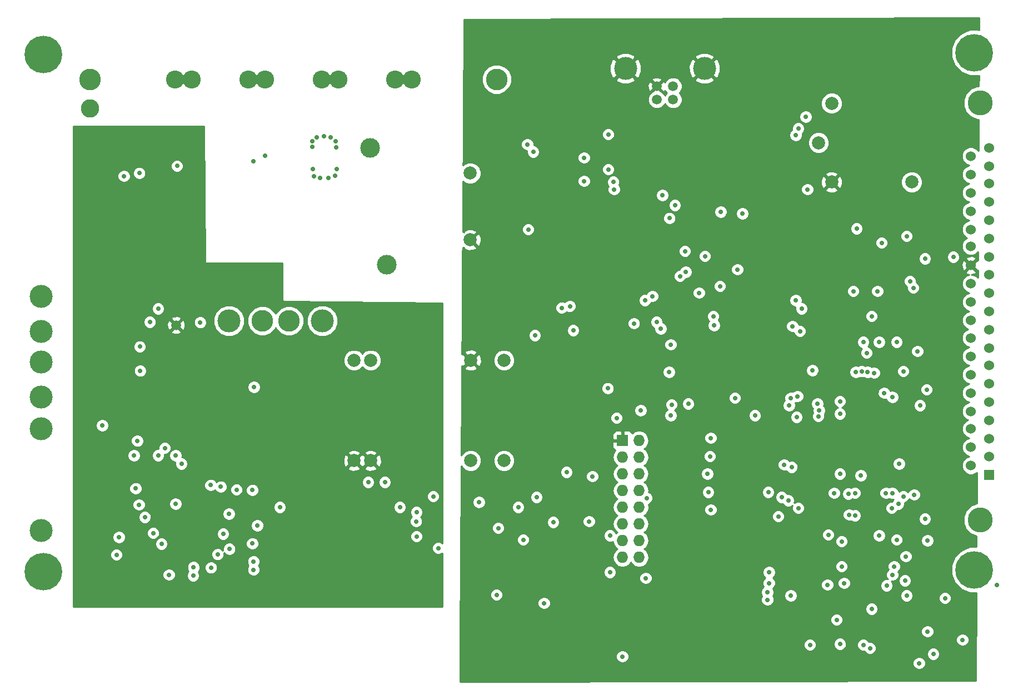
<source format=gbr>
G04 #@! TF.FileFunction,Copper,L3,Inr,Plane*
%FSLAX46Y46*%
G04 Gerber Fmt 4.6, Leading zero omitted, Abs format (unit mm)*
G04 Created by KiCad (PCBNEW 4.0.2-stable) date 12/22/2016 4:19:51 PM*
%MOMM*%
G01*
G04 APERTURE LIST*
%ADD10C,0.100000*%
%ADD11C,2.000000*%
%ADD12C,5.715000*%
%ADD13C,3.810000*%
%ADD14R,1.524000X1.524000*%
%ADD15C,1.524000*%
%ADD16R,1.727200X1.727200*%
%ADD17O,1.727200X1.727200*%
%ADD18C,3.500000*%
%ADD19C,2.750000*%
%ADD20C,3.300000*%
%ADD21C,2.790000*%
%ADD22C,1.501140*%
%ADD23C,3.500120*%
%ADD24C,3.000000*%
%ADD25C,1.500000*%
%ADD26C,0.700000*%
%ADD27C,0.254000*%
G04 APERTURE END LIST*
D10*
D11*
X144272000Y-120543000D03*
X139192000Y-120543000D03*
X144272000Y-105263000D03*
X139192000Y-105263000D03*
X123952000Y-105263000D03*
X121412000Y-105263000D03*
X123952000Y-120543000D03*
X121412000Y-120543000D03*
D12*
X74041000Y-137414000D03*
X74041000Y-58674000D03*
D13*
X216789000Y-66040000D03*
X216789000Y-129540000D03*
D14*
X218186000Y-122682000D03*
D15*
X218186000Y-119888000D03*
X218186000Y-117221000D03*
X218186000Y-114427000D03*
X218186000Y-111633000D03*
X218186000Y-108839000D03*
X218186000Y-106045000D03*
X218186000Y-103378000D03*
X218186000Y-100584000D03*
X218186000Y-97790000D03*
X218186000Y-94996000D03*
X218186000Y-92202000D03*
X218186000Y-89535000D03*
X218186000Y-86741000D03*
X218186000Y-83947000D03*
X218186000Y-81153000D03*
X218186000Y-78359000D03*
X218186000Y-75692000D03*
X218186000Y-72898000D03*
X215392000Y-121285000D03*
X215392000Y-118491000D03*
X215392000Y-115697000D03*
X215392000Y-113030000D03*
X215392000Y-110236000D03*
X215392000Y-107442000D03*
X215392000Y-104648000D03*
X215392000Y-101854000D03*
X215392000Y-99187000D03*
X215392000Y-96393000D03*
X215392000Y-93599000D03*
X215392000Y-90805000D03*
X215392000Y-87884000D03*
X215392000Y-85344000D03*
X215392000Y-82550000D03*
X215392000Y-79756000D03*
X215392000Y-76962000D03*
X215392000Y-74168000D03*
D16*
X162306000Y-117475000D03*
D17*
X164846000Y-117475000D03*
X162306000Y-120015000D03*
X164846000Y-120015000D03*
X162306000Y-122555000D03*
X164846000Y-122555000D03*
X162306000Y-125095000D03*
X164846000Y-125095000D03*
X162306000Y-127635000D03*
X164846000Y-127635000D03*
X162306000Y-130175000D03*
X164846000Y-130175000D03*
X162306000Y-132715000D03*
X164846000Y-132715000D03*
X162306000Y-135255000D03*
X164846000Y-135255000D03*
D18*
X73776000Y-131189000D03*
X73776000Y-115699000D03*
X73776000Y-110869000D03*
X73776000Y-105539000D03*
D19*
X94101000Y-62484000D03*
X96641000Y-62484000D03*
X130181000Y-62484000D03*
X127641000Y-62484000D03*
X105281000Y-62484000D03*
X107821000Y-62484000D03*
X119001000Y-62484000D03*
X116461000Y-62484000D03*
D20*
X81151000Y-62484000D03*
X143131000Y-62484000D03*
D21*
X81151000Y-66934000D03*
D12*
X215900000Y-137160000D03*
X215900000Y-58420000D03*
D22*
X170027600Y-63550800D03*
X167538400Y-63550800D03*
X167538400Y-65557400D03*
X170027600Y-65557400D03*
D23*
X174802800Y-60833000D03*
X162763200Y-60833000D03*
D18*
X73776000Y-100836000D03*
X73776000Y-95506000D03*
D24*
X123888500Y-72961500D03*
X126428500Y-90741500D03*
D11*
X139128500Y-86931500D03*
X139128500Y-76771500D03*
X194179000Y-78136000D03*
X192179000Y-72136000D03*
X194179000Y-66136000D03*
X206379000Y-78136000D03*
D25*
X94297500Y-99918000D03*
D18*
X116584000Y-99250500D03*
D20*
X111504000Y-99250500D03*
X107444000Y-99250500D03*
D18*
X102364000Y-99250500D03*
D26*
X197739000Y-128905000D03*
X197739000Y-125476000D03*
X158496000Y-129286000D03*
X152146000Y-134493000D03*
X142113000Y-132588000D03*
X201041000Y-109982000D03*
X212217000Y-107315000D03*
X180848000Y-136144000D03*
X155575000Y-112522000D03*
X151130000Y-118364000D03*
X175006000Y-81661000D03*
X148590000Y-97790000D03*
X211455000Y-132715000D03*
X209804000Y-138684000D03*
X171450000Y-113919000D03*
X169799000Y-129667000D03*
X192151000Y-103251000D03*
X193294000Y-110490000D03*
X196850000Y-122428000D03*
X176403000Y-107950000D03*
X169545000Y-110490000D03*
X206756000Y-135255000D03*
X157353000Y-82042000D03*
X192278000Y-143002000D03*
X198882000Y-98552000D03*
X204089000Y-98552000D03*
X213614000Y-91694000D03*
X202057000Y-84963000D03*
X171196000Y-94869000D03*
X164973000Y-86360000D03*
X140335000Y-131191000D03*
X206629000Y-148209000D03*
X212344000Y-129286000D03*
X212090000Y-122682000D03*
X212598000Y-114681000D03*
X160020000Y-77470000D03*
X149352000Y-74803000D03*
X159893000Y-72644000D03*
X205232000Y-131699000D03*
X188341000Y-130683000D03*
X211836000Y-148971000D03*
X167132000Y-145796000D03*
X150368000Y-145923000D03*
X187452000Y-146050000D03*
X196723000Y-125603000D03*
X196850000Y-128778000D03*
X94440500Y-75676000D03*
X91567000Y-97409000D03*
X103505000Y-124968000D03*
X106680000Y-130429000D03*
X106172000Y-109347000D03*
X85598000Y-132207000D03*
X95123000Y-121031000D03*
X110109000Y-127635000D03*
X126111000Y-123825000D03*
X123571000Y-123825000D03*
X128397000Y-127635000D03*
X92075000Y-133223000D03*
X134239000Y-133858000D03*
X133477000Y-125984000D03*
X88138000Y-124777500D03*
X104013000Y-117348000D03*
X124841000Y-127762000D03*
X87757000Y-105410000D03*
X129286000Y-131572000D03*
X133096000Y-132080000D03*
X99695000Y-126619000D03*
X106299000Y-134493000D03*
X93345000Y-139319000D03*
X93345000Y-130429000D03*
X96901000Y-125730000D03*
X98425000Y-118364000D03*
X94154000Y-117348000D03*
X92964000Y-104013000D03*
X91313000Y-92456000D03*
X88011000Y-94615000D03*
X97790000Y-76581000D03*
X80645000Y-81661000D03*
X80899000Y-122110500D03*
X84328000Y-131445000D03*
X90995500Y-72644000D03*
X95758000Y-72199500D03*
X90297000Y-99441000D03*
X97980500Y-99504500D03*
X170307000Y-81661000D03*
X169672000Y-102870000D03*
X184658000Y-137541000D03*
X184658000Y-139192000D03*
X148971000Y-101473000D03*
X168402000Y-80137000D03*
X160401000Y-137541000D03*
X169481500Y-83629500D03*
X160083500Y-109537500D03*
X160401000Y-131953000D03*
X156464000Y-77978000D03*
X156464000Y-74422000D03*
X147955000Y-85344000D03*
X147828000Y-72390000D03*
X197485000Y-94742000D03*
X197993000Y-85217000D03*
X201168000Y-94742000D03*
X194945000Y-144780000D03*
X194564000Y-125476000D03*
X160147000Y-76200000D03*
X190500000Y-79248000D03*
X190246000Y-68199000D03*
X174879000Y-89408000D03*
X177292000Y-82677000D03*
X117538500Y-77470000D03*
X115125500Y-76136500D03*
X115316000Y-77216000D03*
X116268500Y-77470000D03*
X118554500Y-77152500D03*
X118808500Y-76136500D03*
X106108500Y-74930000D03*
X161036000Y-79248000D03*
X160909000Y-78105000D03*
X219329000Y-139446000D03*
X200025000Y-149098000D03*
X205613000Y-141097000D03*
X198628000Y-122809000D03*
X205105000Y-125984000D03*
X208407000Y-129413000D03*
X186563000Y-126111000D03*
X184404000Y-140589000D03*
X143129000Y-140970000D03*
X143383000Y-130810000D03*
X208407000Y-89789000D03*
X179832000Y-91440000D03*
X176276000Y-99949000D03*
X168148000Y-100457000D03*
X165735000Y-96139000D03*
X154305000Y-97028000D03*
X153797000Y-122301000D03*
X212725000Y-89535000D03*
X208788000Y-146558000D03*
X199009000Y-148590000D03*
X195453000Y-148463000D03*
X190881000Y-148590000D03*
X208788000Y-132715000D03*
X204089000Y-132588000D03*
X204343000Y-127127000D03*
X149225000Y-126111000D03*
X150368000Y-142240000D03*
X187579000Y-126619000D03*
X184404000Y-141732000D03*
X157734000Y-122936000D03*
X157226000Y-129794000D03*
X99568000Y-124269500D03*
X106108500Y-137160000D03*
X101092000Y-124523500D03*
X106108500Y-135890000D03*
X105918000Y-133159500D03*
X105918000Y-125031500D03*
X118681500Y-72834500D03*
X118618000Y-71882000D03*
X117856000Y-71310500D03*
X116840000Y-71120000D03*
X115760500Y-71310500D03*
X115062000Y-71882000D03*
X115062000Y-72771000D03*
X107823000Y-74104500D03*
X96901000Y-138049000D03*
X85217000Y-134874000D03*
X88646000Y-127254000D03*
X130937000Y-128397000D03*
X86360000Y-77216000D03*
X92583000Y-118618000D03*
X101473000Y-131699000D03*
X130937000Y-132080000D03*
X100647500Y-134810500D03*
X130873500Y-129794000D03*
X88392000Y-117538500D03*
X88709500Y-76771500D03*
X87884000Y-119761000D03*
X91567000Y-119761000D03*
X94234000Y-127127000D03*
X94234000Y-119761000D03*
X162306000Y-150368000D03*
X209677000Y-149987000D03*
X161417000Y-114046000D03*
X169672000Y-113665000D03*
X172339000Y-111887000D03*
X187706000Y-112141000D03*
X192024000Y-111887000D03*
X165989000Y-126238000D03*
X169799000Y-112014000D03*
X179451000Y-110998000D03*
X182499000Y-113665000D03*
X188849000Y-113919000D03*
X192151000Y-113792000D03*
X195453000Y-113411000D03*
X195453000Y-111506000D03*
X204089000Y-102489000D03*
X200660000Y-107188000D03*
X201422000Y-102489000D03*
X198755000Y-106934000D03*
X199644000Y-107061000D03*
X199517000Y-104140000D03*
X197866000Y-107061000D03*
X199009000Y-102489000D03*
X171958000Y-91821000D03*
X171831000Y-88646000D03*
X192278000Y-112903000D03*
X173990000Y-94996000D03*
X164063500Y-99652000D03*
X154813000Y-100711000D03*
X96964500Y-136779000D03*
X99631500Y-136842500D03*
X102425500Y-133985000D03*
X102362000Y-128651000D03*
X206756000Y-125730000D03*
X204470000Y-121031000D03*
X88773000Y-103187500D03*
X88836500Y-106870500D03*
X90805000Y-131572000D03*
X89535000Y-129159000D03*
X208661000Y-109728000D03*
X206629000Y-94234000D03*
X188976000Y-110744000D03*
X189357000Y-100838000D03*
X189611000Y-97409000D03*
X189103000Y-69977000D03*
X148717000Y-73533000D03*
X160147000Y-70866000D03*
X188722000Y-70993000D03*
X188722000Y-96139000D03*
X188214000Y-100076000D03*
X187960000Y-110998000D03*
X202438000Y-125476000D03*
X201422000Y-131953000D03*
X193675000Y-131826000D03*
X193548000Y-139446000D03*
X203327000Y-127762000D03*
X203454000Y-125476000D03*
X187960000Y-141097000D03*
X189103000Y-127762000D03*
X207645000Y-112141000D03*
X206121000Y-93218000D03*
X205105000Y-106934000D03*
X205613000Y-86360000D03*
X207518000Y-151384000D03*
X203454000Y-110871000D03*
X83058000Y-115189000D03*
X93218000Y-137922000D03*
X175387000Y-125349000D03*
X175260000Y-122555000D03*
X175641000Y-119888000D03*
X175768000Y-117094000D03*
X188087000Y-121539000D03*
X186055000Y-129032000D03*
X175768000Y-128016000D03*
X186944000Y-121158000D03*
X184531000Y-125349000D03*
X167513000Y-99441000D03*
X166878000Y-95504000D03*
X153035000Y-97282000D03*
X151765000Y-129921000D03*
X176149000Y-98552000D03*
X180594000Y-82931000D03*
X165100000Y-112903000D03*
X196088000Y-139192000D03*
X203708000Y-136652000D03*
X195707000Y-136652000D03*
X195707000Y-132842000D03*
X202565000Y-139573000D03*
X203454000Y-137922000D03*
X165862000Y-138430000D03*
X171069000Y-92456000D03*
X169418000Y-107061000D03*
X147193000Y-132588000D03*
X191262000Y-106807000D03*
X202184000Y-110236000D03*
X207264000Y-103886000D03*
X211455000Y-141478000D03*
X195453000Y-122555000D03*
X205486000Y-135128000D03*
X140462000Y-126873000D03*
X200279000Y-143129000D03*
X146431000Y-127635000D03*
X200279000Y-98552000D03*
X177165000Y-93980000D03*
X201803000Y-87376000D03*
X214122000Y-147828000D03*
X205359000Y-138811000D03*
D27*
G36*
X216652003Y-54950636D02*
X216597749Y-54928108D01*
X215208347Y-54926895D01*
X213924242Y-55457476D01*
X212940929Y-56439075D01*
X212408108Y-57722251D01*
X212406895Y-59111653D01*
X212937476Y-60395758D01*
X213919075Y-61379071D01*
X215202251Y-61911892D01*
X216591653Y-61913105D01*
X216617112Y-61902585D01*
X216609096Y-63499842D01*
X216285979Y-63499560D01*
X215352085Y-63885437D01*
X214636948Y-64599327D01*
X214249441Y-65532546D01*
X214248560Y-66543021D01*
X214634437Y-67476915D01*
X215348327Y-68192052D01*
X216281546Y-68579559D01*
X216583600Y-68579822D01*
X216559608Y-73360265D01*
X216184370Y-72984371D01*
X215671100Y-72771243D01*
X215115339Y-72770758D01*
X214601697Y-72982990D01*
X214208371Y-73375630D01*
X213995243Y-73888900D01*
X213994758Y-74444661D01*
X214206990Y-74958303D01*
X214599630Y-75351629D01*
X215112900Y-75564757D01*
X215115336Y-75564759D01*
X214601697Y-75776990D01*
X214208371Y-76169630D01*
X213995243Y-76682900D01*
X213994758Y-77238661D01*
X214206990Y-77752303D01*
X214599630Y-78145629D01*
X215112900Y-78358757D01*
X215115336Y-78358759D01*
X214601697Y-78570990D01*
X214208371Y-78963630D01*
X213995243Y-79476900D01*
X213994758Y-80032661D01*
X214206990Y-80546303D01*
X214599630Y-80939629D01*
X215112900Y-81152757D01*
X215115336Y-81152759D01*
X214601697Y-81364990D01*
X214208371Y-81757630D01*
X213995243Y-82270900D01*
X213994758Y-82826661D01*
X214206990Y-83340303D01*
X214599630Y-83733629D01*
X215112900Y-83946757D01*
X215115336Y-83946759D01*
X214601697Y-84158990D01*
X214208371Y-84551630D01*
X213995243Y-85064900D01*
X213994758Y-85620661D01*
X214206990Y-86134303D01*
X214599630Y-86527629D01*
X214807512Y-86613949D01*
X214601697Y-86698990D01*
X214208371Y-87091630D01*
X213995243Y-87604900D01*
X213994758Y-88160661D01*
X214206990Y-88674303D01*
X214599630Y-89067629D01*
X215112900Y-89280757D01*
X215668661Y-89281242D01*
X216182303Y-89069010D01*
X216482272Y-88769564D01*
X216475925Y-90034139D01*
X216372213Y-90004392D01*
X215571605Y-90805000D01*
X216372213Y-91605608D01*
X216468176Y-91578083D01*
X216462575Y-92694062D01*
X216184370Y-92415371D01*
X215671100Y-92202243D01*
X215426344Y-92202029D01*
X215739368Y-92186362D01*
X216123143Y-92027397D01*
X216192608Y-91785213D01*
X215392000Y-90984605D01*
X214591392Y-91785213D01*
X214660857Y-92027397D01*
X215149668Y-92201788D01*
X215115339Y-92201758D01*
X214601697Y-92413990D01*
X214208371Y-92806630D01*
X213995243Y-93319900D01*
X213994758Y-93875661D01*
X214206990Y-94389303D01*
X214599630Y-94782629D01*
X215112900Y-94995757D01*
X215115336Y-94995759D01*
X214601697Y-95207990D01*
X214208371Y-95600630D01*
X213995243Y-96113900D01*
X213994758Y-96669661D01*
X214206990Y-97183303D01*
X214599630Y-97576629D01*
X215112900Y-97789757D01*
X215115336Y-97789759D01*
X214601697Y-98001990D01*
X214208371Y-98394630D01*
X213995243Y-98907900D01*
X213994758Y-99463661D01*
X214206990Y-99977303D01*
X214599630Y-100370629D01*
X214960815Y-100520606D01*
X214601697Y-100668990D01*
X214208371Y-101061630D01*
X213995243Y-101574900D01*
X213994758Y-102130661D01*
X214206990Y-102644303D01*
X214599630Y-103037629D01*
X215112900Y-103250757D01*
X215115336Y-103250759D01*
X214601697Y-103462990D01*
X214208371Y-103855630D01*
X213995243Y-104368900D01*
X213994758Y-104924661D01*
X214206990Y-105438303D01*
X214599630Y-105831629D01*
X215112900Y-106044757D01*
X215115336Y-106044759D01*
X214601697Y-106256990D01*
X214208371Y-106649630D01*
X213995243Y-107162900D01*
X213994758Y-107718661D01*
X214206990Y-108232303D01*
X214599630Y-108625629D01*
X215112900Y-108838757D01*
X215115336Y-108838759D01*
X214601697Y-109050990D01*
X214208371Y-109443630D01*
X213995243Y-109956900D01*
X213994758Y-110512661D01*
X214206990Y-111026303D01*
X214599630Y-111419629D01*
X215112900Y-111632757D01*
X215115336Y-111632759D01*
X214601697Y-111844990D01*
X214208371Y-112237630D01*
X213995243Y-112750900D01*
X213994758Y-113306661D01*
X214206990Y-113820303D01*
X214599630Y-114213629D01*
X214960815Y-114363606D01*
X214601697Y-114511990D01*
X214208371Y-114904630D01*
X213995243Y-115417900D01*
X213994758Y-115973661D01*
X214206990Y-116487303D01*
X214599630Y-116880629D01*
X215112900Y-117093757D01*
X215115336Y-117093759D01*
X214601697Y-117305990D01*
X214208371Y-117698630D01*
X213995243Y-118211900D01*
X213994758Y-118767661D01*
X214206990Y-119281303D01*
X214599630Y-119674629D01*
X215112900Y-119887757D01*
X215115336Y-119887759D01*
X214601697Y-120099990D01*
X214208371Y-120492630D01*
X213995243Y-121005900D01*
X213994758Y-121561661D01*
X214206990Y-122075303D01*
X214599630Y-122468629D01*
X215112900Y-122681757D01*
X215668661Y-122682242D01*
X216182303Y-122470010D01*
X216313794Y-122338748D01*
X216290402Y-126999564D01*
X216285979Y-126999560D01*
X215352085Y-127385437D01*
X214636948Y-128099327D01*
X214249441Y-129032546D01*
X214248560Y-130043021D01*
X214634437Y-130976915D01*
X215348327Y-131692052D01*
X216264941Y-132072664D01*
X216256936Y-133667810D01*
X215208347Y-133666895D01*
X213924242Y-134197476D01*
X212940929Y-135179075D01*
X212408108Y-136462251D01*
X212406895Y-137851653D01*
X212937476Y-139135758D01*
X213919075Y-140119071D01*
X215202251Y-140651892D01*
X216221879Y-140652782D01*
X216154635Y-154051203D01*
X137541801Y-154177794D01*
X137558124Y-151579069D01*
X206532830Y-151579069D01*
X206682471Y-151941229D01*
X206959314Y-152218555D01*
X207321212Y-152368828D01*
X207713069Y-152369170D01*
X208075229Y-152219529D01*
X208352555Y-151942686D01*
X208502828Y-151580788D01*
X208503170Y-151188931D01*
X208353529Y-150826771D01*
X208076686Y-150549445D01*
X207714788Y-150399172D01*
X207322931Y-150398830D01*
X206960771Y-150548471D01*
X206683445Y-150825314D01*
X206533172Y-151187212D01*
X206532830Y-151579069D01*
X137558124Y-151579069D01*
X137564506Y-150563069D01*
X161320830Y-150563069D01*
X161470471Y-150925229D01*
X161747314Y-151202555D01*
X162109212Y-151352828D01*
X162501069Y-151353170D01*
X162863229Y-151203529D01*
X163140555Y-150926686D01*
X163290828Y-150564788D01*
X163291162Y-150182069D01*
X208691830Y-150182069D01*
X208841471Y-150544229D01*
X209118314Y-150821555D01*
X209480212Y-150971828D01*
X209872069Y-150972170D01*
X210234229Y-150822529D01*
X210511555Y-150545686D01*
X210661828Y-150183788D01*
X210662170Y-149791931D01*
X210512529Y-149429771D01*
X210235686Y-149152445D01*
X209873788Y-149002172D01*
X209481931Y-149001830D01*
X209119771Y-149151471D01*
X208842445Y-149428314D01*
X208692172Y-149790212D01*
X208691830Y-150182069D01*
X163291162Y-150182069D01*
X163291170Y-150172931D01*
X163141529Y-149810771D01*
X162864686Y-149533445D01*
X162502788Y-149383172D01*
X162110931Y-149382830D01*
X161748771Y-149532471D01*
X161471445Y-149809314D01*
X161321172Y-150171212D01*
X161320830Y-150563069D01*
X137564506Y-150563069D01*
X137575674Y-148785069D01*
X189895830Y-148785069D01*
X190045471Y-149147229D01*
X190322314Y-149424555D01*
X190684212Y-149574828D01*
X191076069Y-149575170D01*
X191438229Y-149425529D01*
X191715555Y-149148686D01*
X191865828Y-148786788D01*
X191865940Y-148658069D01*
X194467830Y-148658069D01*
X194617471Y-149020229D01*
X194894314Y-149297555D01*
X195256212Y-149447828D01*
X195648069Y-149448170D01*
X196010229Y-149298529D01*
X196287555Y-149021686D01*
X196385806Y-148785069D01*
X198023830Y-148785069D01*
X198173471Y-149147229D01*
X198450314Y-149424555D01*
X198812212Y-149574828D01*
X199156374Y-149575128D01*
X199189471Y-149655229D01*
X199466314Y-149932555D01*
X199828212Y-150082828D01*
X200220069Y-150083170D01*
X200582229Y-149933529D01*
X200859555Y-149656686D01*
X201009828Y-149294788D01*
X201010170Y-148902931D01*
X200860529Y-148540771D01*
X200583686Y-148263445D01*
X200221788Y-148113172D01*
X199877626Y-148112872D01*
X199844529Y-148032771D01*
X199834844Y-148023069D01*
X213136830Y-148023069D01*
X213286471Y-148385229D01*
X213563314Y-148662555D01*
X213925212Y-148812828D01*
X214317069Y-148813170D01*
X214679229Y-148663529D01*
X214956555Y-148386686D01*
X215106828Y-148024788D01*
X215107170Y-147632931D01*
X214957529Y-147270771D01*
X214680686Y-146993445D01*
X214318788Y-146843172D01*
X213926931Y-146842830D01*
X213564771Y-146992471D01*
X213287445Y-147269314D01*
X213137172Y-147631212D01*
X213136830Y-148023069D01*
X199834844Y-148023069D01*
X199567686Y-147755445D01*
X199205788Y-147605172D01*
X198813931Y-147604830D01*
X198451771Y-147754471D01*
X198174445Y-148031314D01*
X198024172Y-148393212D01*
X198023830Y-148785069D01*
X196385806Y-148785069D01*
X196437828Y-148659788D01*
X196438170Y-148267931D01*
X196288529Y-147905771D01*
X196011686Y-147628445D01*
X195649788Y-147478172D01*
X195257931Y-147477830D01*
X194895771Y-147627471D01*
X194618445Y-147904314D01*
X194468172Y-148266212D01*
X194467830Y-148658069D01*
X191865940Y-148658069D01*
X191866170Y-148394931D01*
X191716529Y-148032771D01*
X191439686Y-147755445D01*
X191077788Y-147605172D01*
X190685931Y-147604830D01*
X190323771Y-147754471D01*
X190046445Y-148031314D01*
X189896172Y-148393212D01*
X189895830Y-148785069D01*
X137575674Y-148785069D01*
X137588437Y-146753069D01*
X207802830Y-146753069D01*
X207952471Y-147115229D01*
X208229314Y-147392555D01*
X208591212Y-147542828D01*
X208983069Y-147543170D01*
X209345229Y-147393529D01*
X209622555Y-147116686D01*
X209772828Y-146754788D01*
X209773170Y-146362931D01*
X209623529Y-146000771D01*
X209346686Y-145723445D01*
X208984788Y-145573172D01*
X208592931Y-145572830D01*
X208230771Y-145722471D01*
X207953445Y-145999314D01*
X207803172Y-146361212D01*
X207802830Y-146753069D01*
X137588437Y-146753069D01*
X137599606Y-144975069D01*
X193959830Y-144975069D01*
X194109471Y-145337229D01*
X194386314Y-145614555D01*
X194748212Y-145764828D01*
X195140069Y-145765170D01*
X195502229Y-145615529D01*
X195779555Y-145338686D01*
X195929828Y-144976788D01*
X195930170Y-144584931D01*
X195780529Y-144222771D01*
X195503686Y-143945445D01*
X195141788Y-143795172D01*
X194749931Y-143794830D01*
X194387771Y-143944471D01*
X194110445Y-144221314D01*
X193960172Y-144583212D01*
X193959830Y-144975069D01*
X137599606Y-144975069D01*
X137609976Y-143324069D01*
X199293830Y-143324069D01*
X199443471Y-143686229D01*
X199720314Y-143963555D01*
X200082212Y-144113828D01*
X200474069Y-144114170D01*
X200836229Y-143964529D01*
X201113555Y-143687686D01*
X201263828Y-143325788D01*
X201264170Y-142933931D01*
X201114529Y-142571771D01*
X200837686Y-142294445D01*
X200475788Y-142144172D01*
X200083931Y-142143830D01*
X199721771Y-142293471D01*
X199444445Y-142570314D01*
X199294172Y-142932212D01*
X199293830Y-143324069D01*
X137609976Y-143324069D01*
X137615561Y-142435069D01*
X149382830Y-142435069D01*
X149532471Y-142797229D01*
X149809314Y-143074555D01*
X150171212Y-143224828D01*
X150563069Y-143225170D01*
X150925229Y-143075529D01*
X151202555Y-142798686D01*
X151352828Y-142436788D01*
X151353170Y-142044931D01*
X151203529Y-141682771D01*
X150926686Y-141405445D01*
X150564788Y-141255172D01*
X150172931Y-141254830D01*
X149810771Y-141404471D01*
X149533445Y-141681314D01*
X149383172Y-142043212D01*
X149382830Y-142435069D01*
X137615561Y-142435069D01*
X137623539Y-141165069D01*
X142143830Y-141165069D01*
X142293471Y-141527229D01*
X142570314Y-141804555D01*
X142932212Y-141954828D01*
X143324069Y-141955170D01*
X143686229Y-141805529D01*
X143963555Y-141528686D01*
X144113828Y-141166788D01*
X144114162Y-140784069D01*
X183418830Y-140784069D01*
X183568471Y-141146229D01*
X183582500Y-141160282D01*
X183569445Y-141173314D01*
X183419172Y-141535212D01*
X183418830Y-141927069D01*
X183568471Y-142289229D01*
X183845314Y-142566555D01*
X184207212Y-142716828D01*
X184599069Y-142717170D01*
X184961229Y-142567529D01*
X185238555Y-142290686D01*
X185388828Y-141928788D01*
X185389170Y-141536931D01*
X185287996Y-141292069D01*
X186974830Y-141292069D01*
X187124471Y-141654229D01*
X187401314Y-141931555D01*
X187763212Y-142081828D01*
X188155069Y-142082170D01*
X188517229Y-141932529D01*
X188794555Y-141655686D01*
X188944828Y-141293788D01*
X188944829Y-141292069D01*
X204627830Y-141292069D01*
X204777471Y-141654229D01*
X205054314Y-141931555D01*
X205416212Y-142081828D01*
X205808069Y-142082170D01*
X206170229Y-141932529D01*
X206430141Y-141673069D01*
X210469830Y-141673069D01*
X210619471Y-142035229D01*
X210896314Y-142312555D01*
X211258212Y-142462828D01*
X211650069Y-142463170D01*
X212012229Y-142313529D01*
X212289555Y-142036686D01*
X212439828Y-141674788D01*
X212440170Y-141282931D01*
X212290529Y-140920771D01*
X212013686Y-140643445D01*
X211651788Y-140493172D01*
X211259931Y-140492830D01*
X210897771Y-140642471D01*
X210620445Y-140919314D01*
X210470172Y-141281212D01*
X210469830Y-141673069D01*
X206430141Y-141673069D01*
X206447555Y-141655686D01*
X206597828Y-141293788D01*
X206598170Y-140901931D01*
X206448529Y-140539771D01*
X206171686Y-140262445D01*
X205809788Y-140112172D01*
X205417931Y-140111830D01*
X205055771Y-140261471D01*
X204778445Y-140538314D01*
X204628172Y-140900212D01*
X204627830Y-141292069D01*
X188944829Y-141292069D01*
X188945170Y-140901931D01*
X188795529Y-140539771D01*
X188518686Y-140262445D01*
X188156788Y-140112172D01*
X187764931Y-140111830D01*
X187402771Y-140261471D01*
X187125445Y-140538314D01*
X186975172Y-140900212D01*
X186974830Y-141292069D01*
X185287996Y-141292069D01*
X185239529Y-141174771D01*
X185225500Y-141160718D01*
X185238555Y-141147686D01*
X185388828Y-140785788D01*
X185389170Y-140393931D01*
X185239529Y-140031771D01*
X185225279Y-140017496D01*
X185492555Y-139750686D01*
X185538071Y-139641069D01*
X192562830Y-139641069D01*
X192712471Y-140003229D01*
X192989314Y-140280555D01*
X193351212Y-140430828D01*
X193743069Y-140431170D01*
X194105229Y-140281529D01*
X194382555Y-140004686D01*
X194532828Y-139642788D01*
X194533051Y-139387069D01*
X195102830Y-139387069D01*
X195252471Y-139749229D01*
X195529314Y-140026555D01*
X195891212Y-140176828D01*
X196283069Y-140177170D01*
X196645229Y-140027529D01*
X196905141Y-139768069D01*
X201579830Y-139768069D01*
X201729471Y-140130229D01*
X202006314Y-140407555D01*
X202368212Y-140557828D01*
X202760069Y-140558170D01*
X203122229Y-140408529D01*
X203399555Y-140131686D01*
X203549828Y-139769788D01*
X203550170Y-139377931D01*
X203400529Y-139015771D01*
X203390844Y-139006069D01*
X204373830Y-139006069D01*
X204523471Y-139368229D01*
X204800314Y-139645555D01*
X205162212Y-139795828D01*
X205554069Y-139796170D01*
X205916229Y-139646529D01*
X206193555Y-139369686D01*
X206343828Y-139007788D01*
X206344170Y-138615931D01*
X206194529Y-138253771D01*
X205917686Y-137976445D01*
X205555788Y-137826172D01*
X205163931Y-137825830D01*
X204801771Y-137975471D01*
X204524445Y-138252314D01*
X204374172Y-138614212D01*
X204373830Y-139006069D01*
X203390844Y-139006069D01*
X203291806Y-138906858D01*
X203649069Y-138907170D01*
X204011229Y-138757529D01*
X204288555Y-138480686D01*
X204438828Y-138118788D01*
X204439170Y-137726931D01*
X204318343Y-137434507D01*
X204542555Y-137210686D01*
X204692828Y-136848788D01*
X204693170Y-136456931D01*
X204543529Y-136094771D01*
X204266686Y-135817445D01*
X203904788Y-135667172D01*
X203512931Y-135666830D01*
X203150771Y-135816471D01*
X202873445Y-136093314D01*
X202723172Y-136455212D01*
X202722830Y-136847069D01*
X202843657Y-137139493D01*
X202619445Y-137363314D01*
X202469172Y-137725212D01*
X202468830Y-138117069D01*
X202618471Y-138479229D01*
X202727194Y-138588142D01*
X202369931Y-138587830D01*
X202007771Y-138737471D01*
X201730445Y-139014314D01*
X201580172Y-139376212D01*
X201579830Y-139768069D01*
X196905141Y-139768069D01*
X196922555Y-139750686D01*
X197072828Y-139388788D01*
X197073170Y-138996931D01*
X196923529Y-138634771D01*
X196646686Y-138357445D01*
X196284788Y-138207172D01*
X195892931Y-138206830D01*
X195530771Y-138356471D01*
X195253445Y-138633314D01*
X195103172Y-138995212D01*
X195102830Y-139387069D01*
X194533051Y-139387069D01*
X194533170Y-139250931D01*
X194383529Y-138888771D01*
X194106686Y-138611445D01*
X193744788Y-138461172D01*
X193352931Y-138460830D01*
X192990771Y-138610471D01*
X192713445Y-138887314D01*
X192563172Y-139249212D01*
X192562830Y-139641069D01*
X185538071Y-139641069D01*
X185642828Y-139388788D01*
X185643170Y-138996931D01*
X185493529Y-138634771D01*
X185225501Y-138366275D01*
X185492555Y-138099686D01*
X185642828Y-137737788D01*
X185643170Y-137345931D01*
X185493529Y-136983771D01*
X185357066Y-136847069D01*
X194721830Y-136847069D01*
X194871471Y-137209229D01*
X195148314Y-137486555D01*
X195510212Y-137636828D01*
X195902069Y-137637170D01*
X196264229Y-137487529D01*
X196541555Y-137210686D01*
X196691828Y-136848788D01*
X196692170Y-136456931D01*
X196542529Y-136094771D01*
X196265686Y-135817445D01*
X195903788Y-135667172D01*
X195511931Y-135666830D01*
X195149771Y-135816471D01*
X194872445Y-136093314D01*
X194722172Y-136455212D01*
X194721830Y-136847069D01*
X185357066Y-136847069D01*
X185216686Y-136706445D01*
X184854788Y-136556172D01*
X184462931Y-136555830D01*
X184100771Y-136705471D01*
X183823445Y-136982314D01*
X183673172Y-137344212D01*
X183672830Y-137736069D01*
X183822471Y-138098229D01*
X184090499Y-138366725D01*
X183823445Y-138633314D01*
X183673172Y-138995212D01*
X183672830Y-139387069D01*
X183822471Y-139749229D01*
X183836721Y-139763504D01*
X183569445Y-140030314D01*
X183419172Y-140392212D01*
X183418830Y-140784069D01*
X144114162Y-140784069D01*
X144114170Y-140774931D01*
X143964529Y-140412771D01*
X143687686Y-140135445D01*
X143325788Y-139985172D01*
X142933931Y-139984830D01*
X142571771Y-140134471D01*
X142294445Y-140411314D01*
X142144172Y-140773212D01*
X142143830Y-141165069D01*
X137623539Y-141165069D01*
X137639493Y-138625069D01*
X164876830Y-138625069D01*
X165026471Y-138987229D01*
X165303314Y-139264555D01*
X165665212Y-139414828D01*
X166057069Y-139415170D01*
X166419229Y-139265529D01*
X166696555Y-138988686D01*
X166846828Y-138626788D01*
X166847170Y-138234931D01*
X166697529Y-137872771D01*
X166420686Y-137595445D01*
X166058788Y-137445172D01*
X165666931Y-137444830D01*
X165304771Y-137594471D01*
X165027445Y-137871314D01*
X164877172Y-138233212D01*
X164876830Y-138625069D01*
X137639493Y-138625069D01*
X137645077Y-137736069D01*
X159415830Y-137736069D01*
X159565471Y-138098229D01*
X159842314Y-138375555D01*
X160204212Y-138525828D01*
X160596069Y-138526170D01*
X160958229Y-138376529D01*
X161235555Y-138099686D01*
X161385828Y-137737788D01*
X161386170Y-137345931D01*
X161236529Y-136983771D01*
X160959686Y-136706445D01*
X160597788Y-136556172D01*
X160205931Y-136555830D01*
X159843771Y-136705471D01*
X159566445Y-136982314D01*
X159416172Y-137344212D01*
X159415830Y-137736069D01*
X137645077Y-137736069D01*
X137676189Y-132783069D01*
X146207830Y-132783069D01*
X146357471Y-133145229D01*
X146634314Y-133422555D01*
X146996212Y-133572828D01*
X147388069Y-133573170D01*
X147750229Y-133423529D01*
X148027555Y-133146686D01*
X148177828Y-132784788D01*
X148178170Y-132392931D01*
X148076996Y-132148069D01*
X159415830Y-132148069D01*
X159565471Y-132510229D01*
X159842314Y-132787555D01*
X160204212Y-132937828D01*
X160596069Y-132938170D01*
X160826974Y-132842762D01*
X160921474Y-133317848D01*
X161246330Y-133804029D01*
X161517172Y-133985000D01*
X161246330Y-134165971D01*
X160921474Y-134652152D01*
X160807400Y-135225641D01*
X160807400Y-135284359D01*
X160921474Y-135857848D01*
X161246330Y-136344029D01*
X161732511Y-136668885D01*
X162306000Y-136782959D01*
X162879489Y-136668885D01*
X163365670Y-136344029D01*
X163576000Y-136029248D01*
X163786330Y-136344029D01*
X164272511Y-136668885D01*
X164846000Y-136782959D01*
X165419489Y-136668885D01*
X165905670Y-136344029D01*
X166230526Y-135857848D01*
X166336900Y-135323069D01*
X204500830Y-135323069D01*
X204650471Y-135685229D01*
X204927314Y-135962555D01*
X205289212Y-136112828D01*
X205681069Y-136113170D01*
X206043229Y-135963529D01*
X206320555Y-135686686D01*
X206470828Y-135324788D01*
X206471170Y-134932931D01*
X206321529Y-134570771D01*
X206044686Y-134293445D01*
X205682788Y-134143172D01*
X205290931Y-134142830D01*
X204928771Y-134292471D01*
X204651445Y-134569314D01*
X204501172Y-134931212D01*
X204500830Y-135323069D01*
X166336900Y-135323069D01*
X166344600Y-135284359D01*
X166344600Y-135225641D01*
X166230526Y-134652152D01*
X165905670Y-134165971D01*
X165634828Y-133985000D01*
X165905670Y-133804029D01*
X166230526Y-133317848D01*
X166286376Y-133037069D01*
X194721830Y-133037069D01*
X194871471Y-133399229D01*
X195148314Y-133676555D01*
X195510212Y-133826828D01*
X195902069Y-133827170D01*
X196264229Y-133677529D01*
X196541555Y-133400686D01*
X196691828Y-133038788D01*
X196692170Y-132646931D01*
X196542529Y-132284771D01*
X196406066Y-132148069D01*
X200436830Y-132148069D01*
X200586471Y-132510229D01*
X200863314Y-132787555D01*
X201225212Y-132937828D01*
X201617069Y-132938170D01*
X201979229Y-132788529D01*
X201984698Y-132783069D01*
X203103830Y-132783069D01*
X203253471Y-133145229D01*
X203530314Y-133422555D01*
X203892212Y-133572828D01*
X204284069Y-133573170D01*
X204646229Y-133423529D01*
X204923555Y-133146686D01*
X205021806Y-132910069D01*
X207802830Y-132910069D01*
X207952471Y-133272229D01*
X208229314Y-133549555D01*
X208591212Y-133699828D01*
X208983069Y-133700170D01*
X209345229Y-133550529D01*
X209622555Y-133273686D01*
X209772828Y-132911788D01*
X209773170Y-132519931D01*
X209623529Y-132157771D01*
X209346686Y-131880445D01*
X208984788Y-131730172D01*
X208592931Y-131729830D01*
X208230771Y-131879471D01*
X207953445Y-132156314D01*
X207803172Y-132518212D01*
X207802830Y-132910069D01*
X205021806Y-132910069D01*
X205073828Y-132784788D01*
X205074170Y-132392931D01*
X204924529Y-132030771D01*
X204647686Y-131753445D01*
X204285788Y-131603172D01*
X203893931Y-131602830D01*
X203531771Y-131752471D01*
X203254445Y-132029314D01*
X203104172Y-132391212D01*
X203103830Y-132783069D01*
X201984698Y-132783069D01*
X202256555Y-132511686D01*
X202406828Y-132149788D01*
X202407170Y-131757931D01*
X202257529Y-131395771D01*
X201980686Y-131118445D01*
X201618788Y-130968172D01*
X201226931Y-130967830D01*
X200864771Y-131117471D01*
X200587445Y-131394314D01*
X200437172Y-131756212D01*
X200436830Y-132148069D01*
X196406066Y-132148069D01*
X196265686Y-132007445D01*
X195903788Y-131857172D01*
X195511931Y-131856830D01*
X195149771Y-132006471D01*
X194872445Y-132283314D01*
X194722172Y-132645212D01*
X194721830Y-133037069D01*
X166286376Y-133037069D01*
X166344600Y-132744359D01*
X166344600Y-132685641D01*
X166230526Y-132112152D01*
X166169667Y-132021069D01*
X192689830Y-132021069D01*
X192839471Y-132383229D01*
X193116314Y-132660555D01*
X193478212Y-132810828D01*
X193870069Y-132811170D01*
X194232229Y-132661529D01*
X194509555Y-132384686D01*
X194659828Y-132022788D01*
X194660170Y-131630931D01*
X194510529Y-131268771D01*
X194233686Y-130991445D01*
X193871788Y-130841172D01*
X193479931Y-130840830D01*
X193117771Y-130990471D01*
X192840445Y-131267314D01*
X192690172Y-131629212D01*
X192689830Y-132021069D01*
X166169667Y-132021069D01*
X165905670Y-131625971D01*
X165634828Y-131445000D01*
X165905670Y-131264029D01*
X166230526Y-130777848D01*
X166344600Y-130204359D01*
X166344600Y-130145641D01*
X166230526Y-129572152D01*
X165999949Y-129227069D01*
X185069830Y-129227069D01*
X185219471Y-129589229D01*
X185496314Y-129866555D01*
X185858212Y-130016828D01*
X186250069Y-130017170D01*
X186612229Y-129867529D01*
X186889555Y-129590686D01*
X187039828Y-129228788D01*
X187040051Y-128973069D01*
X195864830Y-128973069D01*
X196014471Y-129335229D01*
X196291314Y-129612555D01*
X196653212Y-129762828D01*
X197045069Y-129763170D01*
X197157509Y-129716711D01*
X197180314Y-129739555D01*
X197542212Y-129889828D01*
X197934069Y-129890170D01*
X198296229Y-129740529D01*
X198428920Y-129608069D01*
X207421830Y-129608069D01*
X207571471Y-129970229D01*
X207848314Y-130247555D01*
X208210212Y-130397828D01*
X208602069Y-130398170D01*
X208964229Y-130248529D01*
X209241555Y-129971686D01*
X209391828Y-129609788D01*
X209392170Y-129217931D01*
X209242529Y-128855771D01*
X208965686Y-128578445D01*
X208603788Y-128428172D01*
X208211931Y-128427830D01*
X207849771Y-128577471D01*
X207572445Y-128854314D01*
X207422172Y-129216212D01*
X207421830Y-129608069D01*
X198428920Y-129608069D01*
X198573555Y-129463686D01*
X198723828Y-129101788D01*
X198724170Y-128709931D01*
X198574529Y-128347771D01*
X198297686Y-128070445D01*
X197935788Y-127920172D01*
X197543931Y-127919830D01*
X197431491Y-127966289D01*
X197408686Y-127943445D01*
X197046788Y-127793172D01*
X196654931Y-127792830D01*
X196292771Y-127942471D01*
X196015445Y-128219314D01*
X195865172Y-128581212D01*
X195864830Y-128973069D01*
X187040051Y-128973069D01*
X187040170Y-128836931D01*
X186890529Y-128474771D01*
X186613686Y-128197445D01*
X186251788Y-128047172D01*
X185859931Y-128046830D01*
X185497771Y-128196471D01*
X185220445Y-128473314D01*
X185070172Y-128835212D01*
X185069830Y-129227069D01*
X165999949Y-129227069D01*
X165905670Y-129085971D01*
X165634828Y-128905000D01*
X165905670Y-128724029D01*
X166230526Y-128237848D01*
X166235852Y-128211069D01*
X174782830Y-128211069D01*
X174932471Y-128573229D01*
X175209314Y-128850555D01*
X175571212Y-129000828D01*
X175963069Y-129001170D01*
X176325229Y-128851529D01*
X176602555Y-128574686D01*
X176752828Y-128212788D01*
X176753170Y-127820931D01*
X176603529Y-127458771D01*
X176326686Y-127181445D01*
X175964788Y-127031172D01*
X175572931Y-127030830D01*
X175210771Y-127180471D01*
X174933445Y-127457314D01*
X174783172Y-127819212D01*
X174782830Y-128211069D01*
X166235852Y-128211069D01*
X166344600Y-127664359D01*
X166344600Y-127605641D01*
X166262108Y-127190925D01*
X166546229Y-127073529D01*
X166823555Y-126796686D01*
X166973828Y-126434788D01*
X166974170Y-126042931D01*
X166824529Y-125680771D01*
X166688066Y-125544069D01*
X174401830Y-125544069D01*
X174551471Y-125906229D01*
X174828314Y-126183555D01*
X175190212Y-126333828D01*
X175582069Y-126334170D01*
X175944229Y-126184529D01*
X176221555Y-125907686D01*
X176371828Y-125545788D01*
X176371829Y-125544069D01*
X183545830Y-125544069D01*
X183695471Y-125906229D01*
X183972314Y-126183555D01*
X184334212Y-126333828D01*
X184726069Y-126334170D01*
X184794078Y-126306069D01*
X185577830Y-126306069D01*
X185727471Y-126668229D01*
X186004314Y-126945555D01*
X186366212Y-127095828D01*
X186710374Y-127096128D01*
X186743471Y-127176229D01*
X187020314Y-127453555D01*
X187382212Y-127603828D01*
X187774069Y-127604170D01*
X188136229Y-127454529D01*
X188183886Y-127406955D01*
X188118172Y-127565212D01*
X188117830Y-127957069D01*
X188267471Y-128319229D01*
X188544314Y-128596555D01*
X188906212Y-128746828D01*
X189298069Y-128747170D01*
X189660229Y-128597529D01*
X189937555Y-128320686D01*
X190087828Y-127958788D01*
X190088170Y-127566931D01*
X189938529Y-127204771D01*
X189661686Y-126927445D01*
X189299788Y-126777172D01*
X188907931Y-126776830D01*
X188545771Y-126926471D01*
X188498114Y-126974045D01*
X188563828Y-126815788D01*
X188564170Y-126423931D01*
X188414529Y-126061771D01*
X188137686Y-125784445D01*
X187864646Y-125671069D01*
X193578830Y-125671069D01*
X193728471Y-126033229D01*
X194005314Y-126310555D01*
X194367212Y-126460828D01*
X194759069Y-126461170D01*
X195121229Y-126311529D01*
X195398555Y-126034686D01*
X195496806Y-125798069D01*
X195737830Y-125798069D01*
X195887471Y-126160229D01*
X196164314Y-126437555D01*
X196526212Y-126587828D01*
X196918069Y-126588170D01*
X197280229Y-126438529D01*
X197341415Y-126377450D01*
X197542212Y-126460828D01*
X197934069Y-126461170D01*
X198296229Y-126311529D01*
X198573555Y-126034686D01*
X198723828Y-125672788D01*
X198723829Y-125671069D01*
X201452830Y-125671069D01*
X201602471Y-126033229D01*
X201879314Y-126310555D01*
X202241212Y-126460828D01*
X202633069Y-126461170D01*
X202946324Y-126331736D01*
X203257212Y-126460828D01*
X203615805Y-126461141D01*
X203508445Y-126568314D01*
X203421757Y-126777083D01*
X203131931Y-126776830D01*
X202769771Y-126926471D01*
X202492445Y-127203314D01*
X202342172Y-127565212D01*
X202341830Y-127957069D01*
X202491471Y-128319229D01*
X202768314Y-128596555D01*
X203130212Y-128746828D01*
X203522069Y-128747170D01*
X203884229Y-128597529D01*
X204161555Y-128320686D01*
X204248243Y-128111917D01*
X204538069Y-128112170D01*
X204900229Y-127962529D01*
X205177555Y-127685686D01*
X205327828Y-127323788D01*
X205328148Y-126957568D01*
X205662229Y-126819529D01*
X205939555Y-126542686D01*
X206008863Y-126375775D01*
X206197314Y-126564555D01*
X206559212Y-126714828D01*
X206951069Y-126715170D01*
X207313229Y-126565529D01*
X207590555Y-126288686D01*
X207740828Y-125926788D01*
X207741170Y-125534931D01*
X207591529Y-125172771D01*
X207314686Y-124895445D01*
X206952788Y-124745172D01*
X206560931Y-124744830D01*
X206198771Y-124894471D01*
X205921445Y-125171314D01*
X205852137Y-125338225D01*
X205663686Y-125149445D01*
X205301788Y-124999172D01*
X204909931Y-124998830D01*
X204547771Y-125148471D01*
X204432135Y-125263905D01*
X204289529Y-124918771D01*
X204012686Y-124641445D01*
X203650788Y-124491172D01*
X203258931Y-124490830D01*
X202945676Y-124620264D01*
X202634788Y-124491172D01*
X202242931Y-124490830D01*
X201880771Y-124640471D01*
X201603445Y-124917314D01*
X201453172Y-125279212D01*
X201452830Y-125671069D01*
X198723829Y-125671069D01*
X198724170Y-125280931D01*
X198574529Y-124918771D01*
X198297686Y-124641445D01*
X197935788Y-124491172D01*
X197543931Y-124490830D01*
X197181771Y-124640471D01*
X197120585Y-124701550D01*
X196919788Y-124618172D01*
X196527931Y-124617830D01*
X196165771Y-124767471D01*
X195888445Y-125044314D01*
X195738172Y-125406212D01*
X195737830Y-125798069D01*
X195496806Y-125798069D01*
X195548828Y-125672788D01*
X195549170Y-125280931D01*
X195399529Y-124918771D01*
X195122686Y-124641445D01*
X194760788Y-124491172D01*
X194368931Y-124490830D01*
X194006771Y-124640471D01*
X193729445Y-124917314D01*
X193579172Y-125279212D01*
X193578830Y-125671069D01*
X187864646Y-125671069D01*
X187775788Y-125634172D01*
X187431626Y-125633872D01*
X187398529Y-125553771D01*
X187121686Y-125276445D01*
X186759788Y-125126172D01*
X186367931Y-125125830D01*
X186005771Y-125275471D01*
X185728445Y-125552314D01*
X185578172Y-125914212D01*
X185577830Y-126306069D01*
X184794078Y-126306069D01*
X185088229Y-126184529D01*
X185365555Y-125907686D01*
X185515828Y-125545788D01*
X185516170Y-125153931D01*
X185366529Y-124791771D01*
X185089686Y-124514445D01*
X184727788Y-124364172D01*
X184335931Y-124363830D01*
X183973771Y-124513471D01*
X183696445Y-124790314D01*
X183546172Y-125152212D01*
X183545830Y-125544069D01*
X176371829Y-125544069D01*
X176372170Y-125153931D01*
X176222529Y-124791771D01*
X175945686Y-124514445D01*
X175583788Y-124364172D01*
X175191931Y-124363830D01*
X174829771Y-124513471D01*
X174552445Y-124790314D01*
X174402172Y-125152212D01*
X174401830Y-125544069D01*
X166688066Y-125544069D01*
X166547686Y-125403445D01*
X166308816Y-125304258D01*
X166344600Y-125124359D01*
X166344600Y-125065641D01*
X166230526Y-124492152D01*
X165905670Y-124005971D01*
X165634828Y-123825000D01*
X165905670Y-123644029D01*
X166230526Y-123157848D01*
X166311638Y-122750069D01*
X174274830Y-122750069D01*
X174424471Y-123112229D01*
X174701314Y-123389555D01*
X175063212Y-123539828D01*
X175455069Y-123540170D01*
X175817229Y-123390529D01*
X176094555Y-123113686D01*
X176244828Y-122751788D01*
X176244829Y-122750069D01*
X194467830Y-122750069D01*
X194617471Y-123112229D01*
X194894314Y-123389555D01*
X195256212Y-123539828D01*
X195648069Y-123540170D01*
X196010229Y-123390529D01*
X196287555Y-123113686D01*
X196333071Y-123004069D01*
X197642830Y-123004069D01*
X197792471Y-123366229D01*
X198069314Y-123643555D01*
X198431212Y-123793828D01*
X198823069Y-123794170D01*
X199185229Y-123644529D01*
X199462555Y-123367686D01*
X199612828Y-123005788D01*
X199613170Y-122613931D01*
X199463529Y-122251771D01*
X199186686Y-121974445D01*
X198824788Y-121824172D01*
X198432931Y-121823830D01*
X198070771Y-121973471D01*
X197793445Y-122250314D01*
X197643172Y-122612212D01*
X197642830Y-123004069D01*
X196333071Y-123004069D01*
X196437828Y-122751788D01*
X196438170Y-122359931D01*
X196288529Y-121997771D01*
X196011686Y-121720445D01*
X195649788Y-121570172D01*
X195257931Y-121569830D01*
X194895771Y-121719471D01*
X194618445Y-121996314D01*
X194468172Y-122358212D01*
X194467830Y-122750069D01*
X176244829Y-122750069D01*
X176245170Y-122359931D01*
X176095529Y-121997771D01*
X175818686Y-121720445D01*
X175456788Y-121570172D01*
X175064931Y-121569830D01*
X174702771Y-121719471D01*
X174425445Y-121996314D01*
X174275172Y-122358212D01*
X174274830Y-122750069D01*
X166311638Y-122750069D01*
X166344600Y-122584359D01*
X166344600Y-122525641D01*
X166230526Y-121952152D01*
X165905670Y-121465971D01*
X165736701Y-121353069D01*
X185958830Y-121353069D01*
X186108471Y-121715229D01*
X186385314Y-121992555D01*
X186747212Y-122142828D01*
X187139069Y-122143170D01*
X187251823Y-122096581D01*
X187528314Y-122373555D01*
X187890212Y-122523828D01*
X188282069Y-122524170D01*
X188644229Y-122374529D01*
X188921555Y-122097686D01*
X189071828Y-121735788D01*
X189072170Y-121343931D01*
X189023471Y-121226069D01*
X203484830Y-121226069D01*
X203634471Y-121588229D01*
X203911314Y-121865555D01*
X204273212Y-122015828D01*
X204665069Y-122016170D01*
X205027229Y-121866529D01*
X205304555Y-121589686D01*
X205454828Y-121227788D01*
X205455170Y-120835931D01*
X205305529Y-120473771D01*
X205028686Y-120196445D01*
X204666788Y-120046172D01*
X204274931Y-120045830D01*
X203912771Y-120195471D01*
X203635445Y-120472314D01*
X203485172Y-120834212D01*
X203484830Y-121226069D01*
X189023471Y-121226069D01*
X188922529Y-120981771D01*
X188645686Y-120704445D01*
X188283788Y-120554172D01*
X187891931Y-120553830D01*
X187779177Y-120600419D01*
X187502686Y-120323445D01*
X187140788Y-120173172D01*
X186748931Y-120172830D01*
X186386771Y-120322471D01*
X186109445Y-120599314D01*
X185959172Y-120961212D01*
X185958830Y-121353069D01*
X165736701Y-121353069D01*
X165634828Y-121285000D01*
X165905670Y-121104029D01*
X166230526Y-120617848D01*
X166336900Y-120083069D01*
X174655830Y-120083069D01*
X174805471Y-120445229D01*
X175082314Y-120722555D01*
X175444212Y-120872828D01*
X175836069Y-120873170D01*
X176198229Y-120723529D01*
X176475555Y-120446686D01*
X176625828Y-120084788D01*
X176626170Y-119692931D01*
X176476529Y-119330771D01*
X176199686Y-119053445D01*
X175837788Y-118903172D01*
X175445931Y-118902830D01*
X175083771Y-119052471D01*
X174806445Y-119329314D01*
X174656172Y-119691212D01*
X174655830Y-120083069D01*
X166336900Y-120083069D01*
X166344600Y-120044359D01*
X166344600Y-119985641D01*
X166230526Y-119412152D01*
X165905670Y-118925971D01*
X165634828Y-118745000D01*
X165905670Y-118564029D01*
X166230526Y-118077848D01*
X166344600Y-117504359D01*
X166344600Y-117445641D01*
X166313456Y-117289069D01*
X174782830Y-117289069D01*
X174932471Y-117651229D01*
X175209314Y-117928555D01*
X175571212Y-118078828D01*
X175963069Y-118079170D01*
X176325229Y-117929529D01*
X176602555Y-117652686D01*
X176752828Y-117290788D01*
X176753170Y-116898931D01*
X176603529Y-116536771D01*
X176326686Y-116259445D01*
X175964788Y-116109172D01*
X175572931Y-116108830D01*
X175210771Y-116258471D01*
X174933445Y-116535314D01*
X174783172Y-116897212D01*
X174782830Y-117289069D01*
X166313456Y-117289069D01*
X166230526Y-116872152D01*
X165905670Y-116385971D01*
X165419489Y-116061115D01*
X164846000Y-115947041D01*
X164272511Y-116061115D01*
X163786330Y-116385971D01*
X163772263Y-116407023D01*
X163707927Y-116251702D01*
X163529299Y-116073073D01*
X163295910Y-115976400D01*
X162591750Y-115976400D01*
X162433000Y-116135150D01*
X162433000Y-117348000D01*
X162453000Y-117348000D01*
X162453000Y-117602000D01*
X162433000Y-117602000D01*
X162433000Y-117622000D01*
X162179000Y-117622000D01*
X162179000Y-117602000D01*
X160966150Y-117602000D01*
X160807400Y-117760750D01*
X160807400Y-118464909D01*
X160904073Y-118698298D01*
X161082701Y-118876927D01*
X161236526Y-118940644D01*
X160921474Y-119412152D01*
X160807400Y-119985641D01*
X160807400Y-120044359D01*
X160921474Y-120617848D01*
X161246330Y-121104029D01*
X161517172Y-121285000D01*
X161246330Y-121465971D01*
X160921474Y-121952152D01*
X160807400Y-122525641D01*
X160807400Y-122584359D01*
X160921474Y-123157848D01*
X161246330Y-123644029D01*
X161517172Y-123825000D01*
X161246330Y-124005971D01*
X160921474Y-124492152D01*
X160807400Y-125065641D01*
X160807400Y-125124359D01*
X160921474Y-125697848D01*
X161246330Y-126184029D01*
X161517172Y-126365000D01*
X161246330Y-126545971D01*
X160921474Y-127032152D01*
X160807400Y-127605641D01*
X160807400Y-127664359D01*
X160921474Y-128237848D01*
X161246330Y-128724029D01*
X161517172Y-128905000D01*
X161246330Y-129085971D01*
X160921474Y-129572152D01*
X160807400Y-130145641D01*
X160807400Y-130204359D01*
X160921474Y-130777848D01*
X161246330Y-131264029D01*
X161517172Y-131445000D01*
X161313187Y-131581298D01*
X161236529Y-131395771D01*
X160959686Y-131118445D01*
X160597788Y-130968172D01*
X160205931Y-130967830D01*
X159843771Y-131117471D01*
X159566445Y-131394314D01*
X159416172Y-131756212D01*
X159415830Y-132148069D01*
X148076996Y-132148069D01*
X148028529Y-132030771D01*
X147751686Y-131753445D01*
X147389788Y-131603172D01*
X146997931Y-131602830D01*
X146635771Y-131752471D01*
X146358445Y-132029314D01*
X146208172Y-132391212D01*
X146207830Y-132783069D01*
X137676189Y-132783069D01*
X137687358Y-131005069D01*
X142397830Y-131005069D01*
X142547471Y-131367229D01*
X142824314Y-131644555D01*
X143186212Y-131794828D01*
X143578069Y-131795170D01*
X143940229Y-131645529D01*
X144217555Y-131368686D01*
X144367828Y-131006788D01*
X144368170Y-130614931D01*
X144218529Y-130252771D01*
X144082066Y-130116069D01*
X150779830Y-130116069D01*
X150929471Y-130478229D01*
X151206314Y-130755555D01*
X151568212Y-130905828D01*
X151960069Y-130906170D01*
X152322229Y-130756529D01*
X152599555Y-130479686D01*
X152749828Y-130117788D01*
X152749940Y-129989069D01*
X156240830Y-129989069D01*
X156390471Y-130351229D01*
X156667314Y-130628555D01*
X157029212Y-130778828D01*
X157421069Y-130779170D01*
X157783229Y-130629529D01*
X158060555Y-130352686D01*
X158210828Y-129990788D01*
X158211170Y-129598931D01*
X158061529Y-129236771D01*
X157784686Y-128959445D01*
X157422788Y-128809172D01*
X157030931Y-128808830D01*
X156668771Y-128958471D01*
X156391445Y-129235314D01*
X156241172Y-129597212D01*
X156240830Y-129989069D01*
X152749940Y-129989069D01*
X152750170Y-129725931D01*
X152600529Y-129363771D01*
X152323686Y-129086445D01*
X151961788Y-128936172D01*
X151569931Y-128935830D01*
X151207771Y-129085471D01*
X150930445Y-129362314D01*
X150780172Y-129724212D01*
X150779830Y-130116069D01*
X144082066Y-130116069D01*
X143941686Y-129975445D01*
X143579788Y-129825172D01*
X143187931Y-129824830D01*
X142825771Y-129974471D01*
X142548445Y-130251314D01*
X142398172Y-130613212D01*
X142397830Y-131005069D01*
X137687358Y-131005069D01*
X137712088Y-127068069D01*
X139476830Y-127068069D01*
X139626471Y-127430229D01*
X139903314Y-127707555D01*
X140265212Y-127857828D01*
X140657069Y-127858170D01*
X140725078Y-127830069D01*
X145445830Y-127830069D01*
X145595471Y-128192229D01*
X145872314Y-128469555D01*
X146234212Y-128619828D01*
X146626069Y-128620170D01*
X146988229Y-128470529D01*
X147265555Y-128193686D01*
X147415828Y-127831788D01*
X147416170Y-127439931D01*
X147266529Y-127077771D01*
X146989686Y-126800445D01*
X146627788Y-126650172D01*
X146235931Y-126649830D01*
X145873771Y-126799471D01*
X145596445Y-127076314D01*
X145446172Y-127438212D01*
X145445830Y-127830069D01*
X140725078Y-127830069D01*
X141019229Y-127708529D01*
X141296555Y-127431686D01*
X141446828Y-127069788D01*
X141447170Y-126677931D01*
X141297529Y-126315771D01*
X141287844Y-126306069D01*
X148239830Y-126306069D01*
X148389471Y-126668229D01*
X148666314Y-126945555D01*
X149028212Y-127095828D01*
X149420069Y-127096170D01*
X149782229Y-126946529D01*
X150059555Y-126669686D01*
X150209828Y-126307788D01*
X150210170Y-125915931D01*
X150060529Y-125553771D01*
X149783686Y-125276445D01*
X149421788Y-125126172D01*
X149029931Y-125125830D01*
X148667771Y-125275471D01*
X148390445Y-125552314D01*
X148240172Y-125914212D01*
X148239830Y-126306069D01*
X141287844Y-126306069D01*
X141020686Y-126038445D01*
X140658788Y-125888172D01*
X140266931Y-125887830D01*
X139904771Y-126037471D01*
X139627445Y-126314314D01*
X139477172Y-126676212D01*
X139476830Y-127068069D01*
X137712088Y-127068069D01*
X137740806Y-122496069D01*
X152811830Y-122496069D01*
X152961471Y-122858229D01*
X153238314Y-123135555D01*
X153600212Y-123285828D01*
X153992069Y-123286170D01*
X154354229Y-123136529D01*
X154359698Y-123131069D01*
X156748830Y-123131069D01*
X156898471Y-123493229D01*
X157175314Y-123770555D01*
X157537212Y-123920828D01*
X157929069Y-123921170D01*
X158291229Y-123771529D01*
X158568555Y-123494686D01*
X158718828Y-123132788D01*
X158719170Y-122740931D01*
X158569529Y-122378771D01*
X158292686Y-122101445D01*
X157930788Y-121951172D01*
X157538931Y-121950830D01*
X157176771Y-122100471D01*
X156899445Y-122377314D01*
X156749172Y-122739212D01*
X156748830Y-123131069D01*
X154359698Y-123131069D01*
X154631555Y-122859686D01*
X154781828Y-122497788D01*
X154782170Y-122105931D01*
X154632529Y-121743771D01*
X154355686Y-121466445D01*
X153993788Y-121316172D01*
X153601931Y-121315830D01*
X153239771Y-121465471D01*
X152962445Y-121742314D01*
X152812172Y-122104212D01*
X152811830Y-122496069D01*
X137740806Y-122496069D01*
X137748131Y-121330054D01*
X137805106Y-121467943D01*
X138264637Y-121928278D01*
X138865352Y-122177716D01*
X139515795Y-122178284D01*
X140116943Y-121929894D01*
X140577278Y-121470363D01*
X140826716Y-120869648D01*
X140826718Y-120866795D01*
X142636716Y-120866795D01*
X142885106Y-121467943D01*
X143344637Y-121928278D01*
X143945352Y-122177716D01*
X144595795Y-122178284D01*
X145196943Y-121929894D01*
X145657278Y-121470363D01*
X145906716Y-120869648D01*
X145907284Y-120219205D01*
X145658894Y-119618057D01*
X145199363Y-119157722D01*
X144598648Y-118908284D01*
X143948205Y-118907716D01*
X143347057Y-119156106D01*
X142886722Y-119615637D01*
X142637284Y-120216352D01*
X142636716Y-120866795D01*
X140826718Y-120866795D01*
X140827284Y-120219205D01*
X140578894Y-119618057D01*
X140119363Y-119157722D01*
X139518648Y-118908284D01*
X138868205Y-118907716D01*
X138267057Y-119156106D01*
X137806722Y-119615637D01*
X137758166Y-119732574D01*
X137778563Y-116485091D01*
X160807400Y-116485091D01*
X160807400Y-117189250D01*
X160966150Y-117348000D01*
X162179000Y-117348000D01*
X162179000Y-116135150D01*
X162020250Y-115976400D01*
X161316090Y-115976400D01*
X161082701Y-116073073D01*
X160904073Y-116251702D01*
X160807400Y-116485091D01*
X137778563Y-116485091D01*
X137792659Y-114241069D01*
X160431830Y-114241069D01*
X160581471Y-114603229D01*
X160858314Y-114880555D01*
X161220212Y-115030828D01*
X161612069Y-115031170D01*
X161974229Y-114881529D01*
X162251555Y-114604686D01*
X162401828Y-114242788D01*
X162402170Y-113850931D01*
X162252529Y-113488771D01*
X161975686Y-113211445D01*
X161702646Y-113098069D01*
X164114830Y-113098069D01*
X164264471Y-113460229D01*
X164541314Y-113737555D01*
X164903212Y-113887828D01*
X165295069Y-113888170D01*
X165363078Y-113860069D01*
X168686830Y-113860069D01*
X168836471Y-114222229D01*
X169113314Y-114499555D01*
X169475212Y-114649828D01*
X169867069Y-114650170D01*
X170229229Y-114500529D01*
X170506555Y-114223686D01*
X170656828Y-113861788D01*
X170656829Y-113860069D01*
X181513830Y-113860069D01*
X181663471Y-114222229D01*
X181940314Y-114499555D01*
X182302212Y-114649828D01*
X182694069Y-114650170D01*
X183056229Y-114500529D01*
X183333555Y-114223686D01*
X183379071Y-114114069D01*
X187863830Y-114114069D01*
X188013471Y-114476229D01*
X188290314Y-114753555D01*
X188652212Y-114903828D01*
X189044069Y-114904170D01*
X189406229Y-114754529D01*
X189683555Y-114477686D01*
X189833828Y-114115788D01*
X189834170Y-113723931D01*
X189684529Y-113361771D01*
X189407686Y-113084445D01*
X189045788Y-112934172D01*
X188653931Y-112933830D01*
X188291771Y-113083471D01*
X188014445Y-113360314D01*
X187864172Y-113722212D01*
X187863830Y-114114069D01*
X183379071Y-114114069D01*
X183483828Y-113861788D01*
X183484170Y-113469931D01*
X183334529Y-113107771D01*
X183057686Y-112830445D01*
X182695788Y-112680172D01*
X182303931Y-112679830D01*
X181941771Y-112829471D01*
X181664445Y-113106314D01*
X181514172Y-113468212D01*
X181513830Y-113860069D01*
X170656829Y-113860069D01*
X170657170Y-113469931D01*
X170507529Y-113107771D01*
X170280835Y-112880681D01*
X170356229Y-112849529D01*
X170633555Y-112572686D01*
X170783828Y-112210788D01*
X170783940Y-112082069D01*
X171353830Y-112082069D01*
X171503471Y-112444229D01*
X171780314Y-112721555D01*
X172142212Y-112871828D01*
X172534069Y-112872170D01*
X172896229Y-112722529D01*
X173173555Y-112445686D01*
X173219071Y-112336069D01*
X186720830Y-112336069D01*
X186870471Y-112698229D01*
X187147314Y-112975555D01*
X187509212Y-113125828D01*
X187901069Y-113126170D01*
X188263229Y-112976529D01*
X188540555Y-112699686D01*
X188690828Y-112337788D01*
X188691051Y-112082069D01*
X191038830Y-112082069D01*
X191188471Y-112444229D01*
X191339242Y-112595263D01*
X191293172Y-112706212D01*
X191292830Y-113098069D01*
X191339289Y-113210509D01*
X191316445Y-113233314D01*
X191166172Y-113595212D01*
X191165830Y-113987069D01*
X191315471Y-114349229D01*
X191592314Y-114626555D01*
X191954212Y-114776828D01*
X192346069Y-114777170D01*
X192708229Y-114627529D01*
X192985555Y-114350686D01*
X193135828Y-113988788D01*
X193136170Y-113596931D01*
X193089711Y-113484491D01*
X193112555Y-113461686D01*
X193262828Y-113099788D01*
X193263170Y-112707931D01*
X193113529Y-112345771D01*
X192962758Y-112194737D01*
X193008828Y-112083788D01*
X193009162Y-111701069D01*
X194467830Y-111701069D01*
X194617471Y-112063229D01*
X194894314Y-112340555D01*
X195178610Y-112458605D01*
X194895771Y-112575471D01*
X194618445Y-112852314D01*
X194468172Y-113214212D01*
X194467830Y-113606069D01*
X194617471Y-113968229D01*
X194894314Y-114245555D01*
X195256212Y-114395828D01*
X195648069Y-114396170D01*
X196010229Y-114246529D01*
X196287555Y-113969686D01*
X196437828Y-113607788D01*
X196438170Y-113215931D01*
X196288529Y-112853771D01*
X196011686Y-112576445D01*
X195727390Y-112458395D01*
X196010229Y-112341529D01*
X196015698Y-112336069D01*
X206659830Y-112336069D01*
X206809471Y-112698229D01*
X207086314Y-112975555D01*
X207448212Y-113125828D01*
X207840069Y-113126170D01*
X208202229Y-112976529D01*
X208479555Y-112699686D01*
X208629828Y-112337788D01*
X208630170Y-111945931D01*
X208480529Y-111583771D01*
X208203686Y-111306445D01*
X207841788Y-111156172D01*
X207449931Y-111155830D01*
X207087771Y-111305471D01*
X206810445Y-111582314D01*
X206660172Y-111944212D01*
X206659830Y-112336069D01*
X196015698Y-112336069D01*
X196287555Y-112064686D01*
X196437828Y-111702788D01*
X196438170Y-111310931D01*
X196288529Y-110948771D01*
X196011686Y-110671445D01*
X195649788Y-110521172D01*
X195257931Y-110520830D01*
X194895771Y-110670471D01*
X194618445Y-110947314D01*
X194468172Y-111309212D01*
X194467830Y-111701069D01*
X193009162Y-111701069D01*
X193009170Y-111691931D01*
X192859529Y-111329771D01*
X192582686Y-111052445D01*
X192220788Y-110902172D01*
X191828931Y-110901830D01*
X191466771Y-111051471D01*
X191189445Y-111328314D01*
X191039172Y-111690212D01*
X191038830Y-112082069D01*
X188691051Y-112082069D01*
X188691170Y-111945931D01*
X188607495Y-111743421D01*
X188668263Y-111682758D01*
X188779212Y-111728828D01*
X189171069Y-111729170D01*
X189533229Y-111579529D01*
X189810555Y-111302686D01*
X189960828Y-110940788D01*
X189961170Y-110548931D01*
X189912471Y-110431069D01*
X201198830Y-110431069D01*
X201348471Y-110793229D01*
X201625314Y-111070555D01*
X201987212Y-111220828D01*
X202379069Y-111221170D01*
X202510481Y-111166872D01*
X202618471Y-111428229D01*
X202895314Y-111705555D01*
X203257212Y-111855828D01*
X203649069Y-111856170D01*
X204011229Y-111706529D01*
X204288555Y-111429686D01*
X204438828Y-111067788D01*
X204439170Y-110675931D01*
X204289529Y-110313771D01*
X204012686Y-110036445D01*
X203739646Y-109923069D01*
X207675830Y-109923069D01*
X207825471Y-110285229D01*
X208102314Y-110562555D01*
X208464212Y-110712828D01*
X208856069Y-110713170D01*
X209218229Y-110563529D01*
X209495555Y-110286686D01*
X209645828Y-109924788D01*
X209646170Y-109532931D01*
X209496529Y-109170771D01*
X209219686Y-108893445D01*
X208857788Y-108743172D01*
X208465931Y-108742830D01*
X208103771Y-108892471D01*
X207826445Y-109169314D01*
X207676172Y-109531212D01*
X207675830Y-109923069D01*
X203739646Y-109923069D01*
X203650788Y-109886172D01*
X203258931Y-109885830D01*
X203127519Y-109940128D01*
X203019529Y-109678771D01*
X202742686Y-109401445D01*
X202380788Y-109251172D01*
X201988931Y-109250830D01*
X201626771Y-109400471D01*
X201349445Y-109677314D01*
X201199172Y-110039212D01*
X201198830Y-110431069D01*
X189912471Y-110431069D01*
X189811529Y-110186771D01*
X189534686Y-109909445D01*
X189172788Y-109759172D01*
X188780931Y-109758830D01*
X188418771Y-109908471D01*
X188267737Y-110059242D01*
X188156788Y-110013172D01*
X187764931Y-110012830D01*
X187402771Y-110162471D01*
X187125445Y-110439314D01*
X186975172Y-110801212D01*
X186974830Y-111193069D01*
X187058505Y-111395579D01*
X186871445Y-111582314D01*
X186721172Y-111944212D01*
X186720830Y-112336069D01*
X173219071Y-112336069D01*
X173323828Y-112083788D01*
X173324170Y-111691931D01*
X173174529Y-111329771D01*
X173038066Y-111193069D01*
X178465830Y-111193069D01*
X178615471Y-111555229D01*
X178892314Y-111832555D01*
X179254212Y-111982828D01*
X179646069Y-111983170D01*
X180008229Y-111833529D01*
X180285555Y-111556686D01*
X180435828Y-111194788D01*
X180436170Y-110802931D01*
X180286529Y-110440771D01*
X180009686Y-110163445D01*
X179647788Y-110013172D01*
X179255931Y-110012830D01*
X178893771Y-110162471D01*
X178616445Y-110439314D01*
X178466172Y-110801212D01*
X178465830Y-111193069D01*
X173038066Y-111193069D01*
X172897686Y-111052445D01*
X172535788Y-110902172D01*
X172143931Y-110901830D01*
X171781771Y-111051471D01*
X171504445Y-111328314D01*
X171354172Y-111690212D01*
X171353830Y-112082069D01*
X170783940Y-112082069D01*
X170784170Y-111818931D01*
X170634529Y-111456771D01*
X170357686Y-111179445D01*
X169995788Y-111029172D01*
X169603931Y-111028830D01*
X169241771Y-111178471D01*
X168964445Y-111455314D01*
X168814172Y-111817212D01*
X168813830Y-112209069D01*
X168963471Y-112571229D01*
X169190165Y-112798319D01*
X169114771Y-112829471D01*
X168837445Y-113106314D01*
X168687172Y-113468212D01*
X168686830Y-113860069D01*
X165363078Y-113860069D01*
X165657229Y-113738529D01*
X165934555Y-113461686D01*
X166084828Y-113099788D01*
X166085170Y-112707931D01*
X165935529Y-112345771D01*
X165658686Y-112068445D01*
X165296788Y-111918172D01*
X164904931Y-111917830D01*
X164542771Y-112067471D01*
X164265445Y-112344314D01*
X164115172Y-112706212D01*
X164114830Y-113098069D01*
X161702646Y-113098069D01*
X161613788Y-113061172D01*
X161221931Y-113060830D01*
X160859771Y-113210471D01*
X160582445Y-113487314D01*
X160432172Y-113849212D01*
X160431830Y-114241069D01*
X137792659Y-114241069D01*
X137820979Y-109732569D01*
X159098330Y-109732569D01*
X159247971Y-110094729D01*
X159524814Y-110372055D01*
X159886712Y-110522328D01*
X160278569Y-110522670D01*
X160640729Y-110373029D01*
X160918055Y-110096186D01*
X161068328Y-109734288D01*
X161068670Y-109342431D01*
X160919029Y-108980271D01*
X160642186Y-108702945D01*
X160280288Y-108552672D01*
X159888431Y-108552330D01*
X159526271Y-108701971D01*
X159248945Y-108978814D01*
X159098672Y-109340712D01*
X159098330Y-109732569D01*
X137820979Y-109732569D01*
X137836535Y-107256069D01*
X168432830Y-107256069D01*
X168582471Y-107618229D01*
X168859314Y-107895555D01*
X169221212Y-108045828D01*
X169613069Y-108046170D01*
X169975229Y-107896529D01*
X170252555Y-107619686D01*
X170402828Y-107257788D01*
X170403051Y-107002069D01*
X190276830Y-107002069D01*
X190426471Y-107364229D01*
X190703314Y-107641555D01*
X191065212Y-107791828D01*
X191457069Y-107792170D01*
X191819229Y-107642529D01*
X192096555Y-107365686D01*
X192142071Y-107256069D01*
X196880830Y-107256069D01*
X197030471Y-107618229D01*
X197307314Y-107895555D01*
X197669212Y-108045828D01*
X198061069Y-108046170D01*
X198423229Y-107896529D01*
X198447107Y-107872693D01*
X198558212Y-107918828D01*
X198950069Y-107919170D01*
X199062509Y-107872711D01*
X199085314Y-107895555D01*
X199447212Y-108045828D01*
X199839069Y-108046170D01*
X200041423Y-107962559D01*
X200101314Y-108022555D01*
X200463212Y-108172828D01*
X200855069Y-108173170D01*
X201217229Y-108023529D01*
X201494555Y-107746686D01*
X201644828Y-107384788D01*
X201645051Y-107129069D01*
X204119830Y-107129069D01*
X204269471Y-107491229D01*
X204546314Y-107768555D01*
X204908212Y-107918828D01*
X205300069Y-107919170D01*
X205662229Y-107769529D01*
X205939555Y-107492686D01*
X206089828Y-107130788D01*
X206090170Y-106738931D01*
X205940529Y-106376771D01*
X205663686Y-106099445D01*
X205301788Y-105949172D01*
X204909931Y-105948830D01*
X204547771Y-106098471D01*
X204270445Y-106375314D01*
X204120172Y-106737212D01*
X204119830Y-107129069D01*
X201645051Y-107129069D01*
X201645170Y-106992931D01*
X201495529Y-106630771D01*
X201218686Y-106353445D01*
X200856788Y-106203172D01*
X200464931Y-106202830D01*
X200262577Y-106286441D01*
X200202686Y-106226445D01*
X199840788Y-106076172D01*
X199448931Y-106075830D01*
X199336491Y-106122289D01*
X199313686Y-106099445D01*
X198951788Y-105949172D01*
X198559931Y-105948830D01*
X198197771Y-106098471D01*
X198173893Y-106122307D01*
X198062788Y-106076172D01*
X197670931Y-106075830D01*
X197308771Y-106225471D01*
X197031445Y-106502314D01*
X196881172Y-106864212D01*
X196880830Y-107256069D01*
X192142071Y-107256069D01*
X192246828Y-107003788D01*
X192247170Y-106611931D01*
X192097529Y-106249771D01*
X191820686Y-105972445D01*
X191458788Y-105822172D01*
X191066931Y-105821830D01*
X190704771Y-105971471D01*
X190427445Y-106248314D01*
X190277172Y-106610212D01*
X190276830Y-107002069D01*
X170403051Y-107002069D01*
X170403170Y-106865931D01*
X170253529Y-106503771D01*
X169976686Y-106226445D01*
X169614788Y-106076172D01*
X169222931Y-106075830D01*
X168860771Y-106225471D01*
X168583445Y-106502314D01*
X168433172Y-106864212D01*
X168432830Y-107256069D01*
X137836535Y-107256069D01*
X137841815Y-106415532D01*
X138219073Y-106415532D01*
X138317736Y-106682387D01*
X138927461Y-106908908D01*
X139577460Y-106884856D01*
X140066264Y-106682387D01*
X140164927Y-106415532D01*
X139192000Y-105442605D01*
X138219073Y-106415532D01*
X137841815Y-106415532D01*
X137843399Y-106163435D01*
X138039468Y-106235927D01*
X139012395Y-105263000D01*
X139371605Y-105263000D01*
X140344532Y-106235927D01*
X140611387Y-106137264D01*
X140815893Y-105586795D01*
X142636716Y-105586795D01*
X142885106Y-106187943D01*
X143344637Y-106648278D01*
X143945352Y-106897716D01*
X144595795Y-106898284D01*
X145196943Y-106649894D01*
X145657278Y-106190363D01*
X145906716Y-105589648D01*
X145907284Y-104939205D01*
X145658894Y-104338057D01*
X145199363Y-103877722D01*
X144598648Y-103628284D01*
X143948205Y-103627716D01*
X143347057Y-103876106D01*
X142886722Y-104335637D01*
X142637284Y-104936352D01*
X142636716Y-105586795D01*
X140815893Y-105586795D01*
X140837908Y-105527539D01*
X140813856Y-104877540D01*
X140611387Y-104388736D01*
X140344532Y-104290073D01*
X139371605Y-105263000D01*
X139012395Y-105263000D01*
X138039468Y-104290073D01*
X137854737Y-104358373D01*
X137856294Y-104110468D01*
X138219073Y-104110468D01*
X139192000Y-105083395D01*
X140164927Y-104110468D01*
X140066264Y-103843613D01*
X139456539Y-103617092D01*
X138806540Y-103641144D01*
X138317736Y-103843613D01*
X138219073Y-104110468D01*
X137856294Y-104110468D01*
X137862860Y-103065069D01*
X168686830Y-103065069D01*
X168836471Y-103427229D01*
X169113314Y-103704555D01*
X169475212Y-103854828D01*
X169867069Y-103855170D01*
X170229229Y-103705529D01*
X170506555Y-103428686D01*
X170656828Y-103066788D01*
X170657162Y-102684069D01*
X198023830Y-102684069D01*
X198173471Y-103046229D01*
X198450314Y-103323555D01*
X198796609Y-103467349D01*
X198682445Y-103581314D01*
X198532172Y-103943212D01*
X198531830Y-104335069D01*
X198681471Y-104697229D01*
X198958314Y-104974555D01*
X199320212Y-105124828D01*
X199712069Y-105125170D01*
X200074229Y-104975529D01*
X200351555Y-104698686D01*
X200501828Y-104336788D01*
X200502051Y-104081069D01*
X206278830Y-104081069D01*
X206428471Y-104443229D01*
X206705314Y-104720555D01*
X207067212Y-104870828D01*
X207459069Y-104871170D01*
X207821229Y-104721529D01*
X208098555Y-104444686D01*
X208248828Y-104082788D01*
X208249170Y-103690931D01*
X208099529Y-103328771D01*
X207822686Y-103051445D01*
X207460788Y-102901172D01*
X207068931Y-102900830D01*
X206706771Y-103050471D01*
X206429445Y-103327314D01*
X206279172Y-103689212D01*
X206278830Y-104081069D01*
X200502051Y-104081069D01*
X200502170Y-103944931D01*
X200352529Y-103582771D01*
X200075686Y-103305445D01*
X199729391Y-103161651D01*
X199843555Y-103047686D01*
X199993828Y-102685788D01*
X199993829Y-102684069D01*
X200436830Y-102684069D01*
X200586471Y-103046229D01*
X200863314Y-103323555D01*
X201225212Y-103473828D01*
X201617069Y-103474170D01*
X201979229Y-103324529D01*
X202256555Y-103047686D01*
X202406828Y-102685788D01*
X202406829Y-102684069D01*
X203103830Y-102684069D01*
X203253471Y-103046229D01*
X203530314Y-103323555D01*
X203892212Y-103473828D01*
X204284069Y-103474170D01*
X204646229Y-103324529D01*
X204923555Y-103047686D01*
X205073828Y-102685788D01*
X205074170Y-102293931D01*
X204924529Y-101931771D01*
X204647686Y-101654445D01*
X204285788Y-101504172D01*
X203893931Y-101503830D01*
X203531771Y-101653471D01*
X203254445Y-101930314D01*
X203104172Y-102292212D01*
X203103830Y-102684069D01*
X202406829Y-102684069D01*
X202407170Y-102293931D01*
X202257529Y-101931771D01*
X201980686Y-101654445D01*
X201618788Y-101504172D01*
X201226931Y-101503830D01*
X200864771Y-101653471D01*
X200587445Y-101930314D01*
X200437172Y-102292212D01*
X200436830Y-102684069D01*
X199993829Y-102684069D01*
X199994170Y-102293931D01*
X199844529Y-101931771D01*
X199567686Y-101654445D01*
X199205788Y-101504172D01*
X198813931Y-101503830D01*
X198451771Y-101653471D01*
X198174445Y-101930314D01*
X198024172Y-102292212D01*
X198023830Y-102684069D01*
X170657162Y-102684069D01*
X170657170Y-102674931D01*
X170507529Y-102312771D01*
X170230686Y-102035445D01*
X169868788Y-101885172D01*
X169476931Y-101884830D01*
X169114771Y-102034471D01*
X168837445Y-102311314D01*
X168687172Y-102673212D01*
X168686830Y-103065069D01*
X137862860Y-103065069D01*
X137871635Y-101668069D01*
X147985830Y-101668069D01*
X148135471Y-102030229D01*
X148412314Y-102307555D01*
X148774212Y-102457828D01*
X149166069Y-102458170D01*
X149528229Y-102308529D01*
X149805555Y-102031686D01*
X149955828Y-101669788D01*
X149956170Y-101277931D01*
X149806529Y-100915771D01*
X149796844Y-100906069D01*
X153827830Y-100906069D01*
X153977471Y-101268229D01*
X154254314Y-101545555D01*
X154616212Y-101695828D01*
X155008069Y-101696170D01*
X155370229Y-101546529D01*
X155647555Y-101269686D01*
X155797828Y-100907788D01*
X155798170Y-100515931D01*
X155648529Y-100153771D01*
X155371686Y-99876445D01*
X155300941Y-99847069D01*
X163078330Y-99847069D01*
X163227971Y-100209229D01*
X163504814Y-100486555D01*
X163866712Y-100636828D01*
X164258569Y-100637170D01*
X164620729Y-100487529D01*
X164898055Y-100210686D01*
X165048328Y-99848788D01*
X165048513Y-99636069D01*
X166527830Y-99636069D01*
X166677471Y-99998229D01*
X166954314Y-100275555D01*
X167163083Y-100362243D01*
X167162830Y-100652069D01*
X167312471Y-101014229D01*
X167589314Y-101291555D01*
X167951212Y-101441828D01*
X168343069Y-101442170D01*
X168705229Y-101292529D01*
X168982555Y-101015686D01*
X169132828Y-100653788D01*
X169133170Y-100261931D01*
X168983529Y-99899771D01*
X168706686Y-99622445D01*
X168497917Y-99535757D01*
X168498170Y-99245931D01*
X168348529Y-98883771D01*
X168212066Y-98747069D01*
X175163830Y-98747069D01*
X175313471Y-99109229D01*
X175517889Y-99314003D01*
X175441445Y-99390314D01*
X175291172Y-99752212D01*
X175290830Y-100144069D01*
X175440471Y-100506229D01*
X175717314Y-100783555D01*
X176079212Y-100933828D01*
X176471069Y-100934170D01*
X176833229Y-100784529D01*
X177110555Y-100507686D01*
X177208806Y-100271069D01*
X187228830Y-100271069D01*
X187378471Y-100633229D01*
X187655314Y-100910555D01*
X188017212Y-101060828D01*
X188383432Y-101061148D01*
X188521471Y-101395229D01*
X188798314Y-101672555D01*
X189160212Y-101822828D01*
X189552069Y-101823170D01*
X189914229Y-101673529D01*
X190191555Y-101396686D01*
X190341828Y-101034788D01*
X190342170Y-100642931D01*
X190192529Y-100280771D01*
X189915686Y-100003445D01*
X189553788Y-99853172D01*
X189187568Y-99852852D01*
X189049529Y-99518771D01*
X188772686Y-99241445D01*
X188410788Y-99091172D01*
X188018931Y-99090830D01*
X187656771Y-99240471D01*
X187379445Y-99517314D01*
X187229172Y-99879212D01*
X187228830Y-100271069D01*
X177208806Y-100271069D01*
X177260828Y-100145788D01*
X177261170Y-99753931D01*
X177111529Y-99391771D01*
X176907111Y-99186997D01*
X176983555Y-99110686D01*
X177133828Y-98748788D01*
X177133829Y-98747069D01*
X199293830Y-98747069D01*
X199443471Y-99109229D01*
X199720314Y-99386555D01*
X200082212Y-99536828D01*
X200474069Y-99537170D01*
X200836229Y-99387529D01*
X201113555Y-99110686D01*
X201263828Y-98748788D01*
X201264170Y-98356931D01*
X201114529Y-97994771D01*
X200837686Y-97717445D01*
X200475788Y-97567172D01*
X200083931Y-97566830D01*
X199721771Y-97716471D01*
X199444445Y-97993314D01*
X199294172Y-98355212D01*
X199293830Y-98747069D01*
X177133829Y-98747069D01*
X177134170Y-98356931D01*
X176984529Y-97994771D01*
X176707686Y-97717445D01*
X176345788Y-97567172D01*
X175953931Y-97566830D01*
X175591771Y-97716471D01*
X175314445Y-97993314D01*
X175164172Y-98355212D01*
X175163830Y-98747069D01*
X168212066Y-98747069D01*
X168071686Y-98606445D01*
X167709788Y-98456172D01*
X167317931Y-98455830D01*
X166955771Y-98605471D01*
X166678445Y-98882314D01*
X166528172Y-99244212D01*
X166527830Y-99636069D01*
X165048513Y-99636069D01*
X165048670Y-99456931D01*
X164899029Y-99094771D01*
X164622186Y-98817445D01*
X164260288Y-98667172D01*
X163868431Y-98666830D01*
X163506271Y-98816471D01*
X163228945Y-99093314D01*
X163078672Y-99455212D01*
X163078330Y-99847069D01*
X155300941Y-99847069D01*
X155009788Y-99726172D01*
X154617931Y-99725830D01*
X154255771Y-99875471D01*
X153978445Y-100152314D01*
X153828172Y-100514212D01*
X153827830Y-100906069D01*
X149796844Y-100906069D01*
X149529686Y-100638445D01*
X149167788Y-100488172D01*
X148775931Y-100487830D01*
X148413771Y-100637471D01*
X148136445Y-100914314D01*
X147986172Y-101276212D01*
X147985830Y-101668069D01*
X137871635Y-101668069D01*
X137897960Y-97477069D01*
X152049830Y-97477069D01*
X152199471Y-97839229D01*
X152476314Y-98116555D01*
X152838212Y-98266828D01*
X153230069Y-98267170D01*
X153592229Y-98117529D01*
X153817879Y-97892272D01*
X154108212Y-98012828D01*
X154500069Y-98013170D01*
X154862229Y-97863529D01*
X155139555Y-97586686D01*
X155289828Y-97224788D01*
X155290170Y-96832931D01*
X155140529Y-96470771D01*
X155004066Y-96334069D01*
X164749830Y-96334069D01*
X164899471Y-96696229D01*
X165176314Y-96973555D01*
X165538212Y-97123828D01*
X165930069Y-97124170D01*
X166292229Y-96974529D01*
X166569555Y-96697686D01*
X166659947Y-96479998D01*
X166681212Y-96488828D01*
X167073069Y-96489170D01*
X167435229Y-96339529D01*
X167440698Y-96334069D01*
X187736830Y-96334069D01*
X187886471Y-96696229D01*
X188163314Y-96973555D01*
X188525212Y-97123828D01*
X188662822Y-97123948D01*
X188626172Y-97212212D01*
X188625830Y-97604069D01*
X188775471Y-97966229D01*
X189052314Y-98243555D01*
X189414212Y-98393828D01*
X189806069Y-98394170D01*
X190168229Y-98244529D01*
X190445555Y-97967686D01*
X190595828Y-97605788D01*
X190596170Y-97213931D01*
X190446529Y-96851771D01*
X190169686Y-96574445D01*
X189807788Y-96424172D01*
X189670178Y-96424052D01*
X189706828Y-96335788D01*
X189707170Y-95943931D01*
X189557529Y-95581771D01*
X189280686Y-95304445D01*
X188918788Y-95154172D01*
X188526931Y-95153830D01*
X188164771Y-95303471D01*
X187887445Y-95580314D01*
X187737172Y-95942212D01*
X187736830Y-96334069D01*
X167440698Y-96334069D01*
X167712555Y-96062686D01*
X167862828Y-95700788D01*
X167863170Y-95308931D01*
X167814471Y-95191069D01*
X173004830Y-95191069D01*
X173154471Y-95553229D01*
X173431314Y-95830555D01*
X173793212Y-95980828D01*
X174185069Y-95981170D01*
X174547229Y-95831529D01*
X174824555Y-95554686D01*
X174974828Y-95192788D01*
X174975170Y-94800931D01*
X174825529Y-94438771D01*
X174562287Y-94175069D01*
X176179830Y-94175069D01*
X176329471Y-94537229D01*
X176606314Y-94814555D01*
X176968212Y-94964828D01*
X177360069Y-94965170D01*
X177428078Y-94937069D01*
X196499830Y-94937069D01*
X196649471Y-95299229D01*
X196926314Y-95576555D01*
X197288212Y-95726828D01*
X197680069Y-95727170D01*
X198042229Y-95577529D01*
X198319555Y-95300686D01*
X198469828Y-94938788D01*
X198469829Y-94937069D01*
X200182830Y-94937069D01*
X200332471Y-95299229D01*
X200609314Y-95576555D01*
X200971212Y-95726828D01*
X201363069Y-95727170D01*
X201725229Y-95577529D01*
X202002555Y-95300686D01*
X202152828Y-94938788D01*
X202153170Y-94546931D01*
X202003529Y-94184771D01*
X201726686Y-93907445D01*
X201364788Y-93757172D01*
X200972931Y-93756830D01*
X200610771Y-93906471D01*
X200333445Y-94183314D01*
X200183172Y-94545212D01*
X200182830Y-94937069D01*
X198469829Y-94937069D01*
X198470170Y-94546931D01*
X198320529Y-94184771D01*
X198043686Y-93907445D01*
X197681788Y-93757172D01*
X197289931Y-93756830D01*
X196927771Y-93906471D01*
X196650445Y-94183314D01*
X196500172Y-94545212D01*
X196499830Y-94937069D01*
X177428078Y-94937069D01*
X177722229Y-94815529D01*
X177999555Y-94538686D01*
X178149828Y-94176788D01*
X178150170Y-93784931D01*
X178000529Y-93422771D01*
X177990844Y-93413069D01*
X205135830Y-93413069D01*
X205285471Y-93775229D01*
X205562314Y-94052555D01*
X205644129Y-94086527D01*
X205643830Y-94429069D01*
X205793471Y-94791229D01*
X206070314Y-95068555D01*
X206432212Y-95218828D01*
X206824069Y-95219170D01*
X207186229Y-95069529D01*
X207463555Y-94792686D01*
X207613828Y-94430788D01*
X207614170Y-94038931D01*
X207464529Y-93676771D01*
X207187686Y-93399445D01*
X207105871Y-93365473D01*
X207106170Y-93022931D01*
X206956529Y-92660771D01*
X206679686Y-92383445D01*
X206317788Y-92233172D01*
X205925931Y-92232830D01*
X205563771Y-92382471D01*
X205286445Y-92659314D01*
X205136172Y-93021212D01*
X205135830Y-93413069D01*
X177990844Y-93413069D01*
X177723686Y-93145445D01*
X177361788Y-92995172D01*
X176969931Y-92994830D01*
X176607771Y-93144471D01*
X176330445Y-93421314D01*
X176180172Y-93783212D01*
X176179830Y-94175069D01*
X174562287Y-94175069D01*
X174548686Y-94161445D01*
X174186788Y-94011172D01*
X173794931Y-94010830D01*
X173432771Y-94160471D01*
X173155445Y-94437314D01*
X173005172Y-94799212D01*
X173004830Y-95191069D01*
X167814471Y-95191069D01*
X167713529Y-94946771D01*
X167436686Y-94669445D01*
X167074788Y-94519172D01*
X166682931Y-94518830D01*
X166320771Y-94668471D01*
X166043445Y-94945314D01*
X165953053Y-95163002D01*
X165931788Y-95154172D01*
X165539931Y-95153830D01*
X165177771Y-95303471D01*
X164900445Y-95580314D01*
X164750172Y-95942212D01*
X164749830Y-96334069D01*
X155004066Y-96334069D01*
X154863686Y-96193445D01*
X154501788Y-96043172D01*
X154109931Y-96042830D01*
X153747771Y-96192471D01*
X153522121Y-96417728D01*
X153231788Y-96297172D01*
X152839931Y-96296830D01*
X152477771Y-96446471D01*
X152200445Y-96723314D01*
X152050172Y-97085212D01*
X152049830Y-97477069D01*
X137897960Y-97477069D01*
X137928274Y-92651069D01*
X170083830Y-92651069D01*
X170233471Y-93013229D01*
X170510314Y-93290555D01*
X170872212Y-93440828D01*
X171264069Y-93441170D01*
X171626229Y-93291529D01*
X171903555Y-93014686D01*
X171990197Y-92806028D01*
X172153069Y-92806170D01*
X172515229Y-92656529D01*
X172792555Y-92379686D01*
X172942828Y-92017788D01*
X172943162Y-91635069D01*
X178846830Y-91635069D01*
X178996471Y-91997229D01*
X179273314Y-92274555D01*
X179635212Y-92424828D01*
X180027069Y-92425170D01*
X180389229Y-92275529D01*
X180666555Y-91998686D01*
X180816828Y-91636788D01*
X180817170Y-91244931D01*
X180667529Y-90882771D01*
X180390686Y-90605445D01*
X180028788Y-90455172D01*
X179636931Y-90454830D01*
X179274771Y-90604471D01*
X178997445Y-90881314D01*
X178847172Y-91243212D01*
X178846830Y-91635069D01*
X172943162Y-91635069D01*
X172943170Y-91625931D01*
X172793529Y-91263771D01*
X172516686Y-90986445D01*
X172154788Y-90836172D01*
X171762931Y-90835830D01*
X171400771Y-90985471D01*
X171123445Y-91262314D01*
X171036803Y-91470972D01*
X170873931Y-91470830D01*
X170511771Y-91620471D01*
X170234445Y-91897314D01*
X170084172Y-92259212D01*
X170083830Y-92651069D01*
X137928274Y-92651069D01*
X137952207Y-88841069D01*
X170845830Y-88841069D01*
X170995471Y-89203229D01*
X171272314Y-89480555D01*
X171634212Y-89630828D01*
X172026069Y-89631170D01*
X172094078Y-89603069D01*
X173893830Y-89603069D01*
X174043471Y-89965229D01*
X174320314Y-90242555D01*
X174682212Y-90392828D01*
X175074069Y-90393170D01*
X175436229Y-90243529D01*
X175696141Y-89984069D01*
X207421830Y-89984069D01*
X207571471Y-90346229D01*
X207848314Y-90623555D01*
X208210212Y-90773828D01*
X208602069Y-90774170D01*
X208964229Y-90624529D01*
X208991503Y-90597302D01*
X213982856Y-90597302D01*
X214010638Y-91152368D01*
X214169603Y-91536143D01*
X214411787Y-91605608D01*
X215212395Y-90805000D01*
X214411787Y-90004392D01*
X214169603Y-90073857D01*
X213982856Y-90597302D01*
X208991503Y-90597302D01*
X209241555Y-90347686D01*
X209391828Y-89985788D01*
X209392051Y-89730069D01*
X211739830Y-89730069D01*
X211889471Y-90092229D01*
X212166314Y-90369555D01*
X212528212Y-90519828D01*
X212920069Y-90520170D01*
X213282229Y-90370529D01*
X213559555Y-90093686D01*
X213671211Y-89824787D01*
X214591392Y-89824787D01*
X215392000Y-90625395D01*
X216192608Y-89824787D01*
X216123143Y-89582603D01*
X215599698Y-89395856D01*
X215044632Y-89423638D01*
X214660857Y-89582603D01*
X214591392Y-89824787D01*
X213671211Y-89824787D01*
X213709828Y-89731788D01*
X213710170Y-89339931D01*
X213560529Y-88977771D01*
X213283686Y-88700445D01*
X212921788Y-88550172D01*
X212529931Y-88549830D01*
X212167771Y-88699471D01*
X211890445Y-88976314D01*
X211740172Y-89338212D01*
X211739830Y-89730069D01*
X209392051Y-89730069D01*
X209392170Y-89593931D01*
X209242529Y-89231771D01*
X208965686Y-88954445D01*
X208603788Y-88804172D01*
X208211931Y-88803830D01*
X207849771Y-88953471D01*
X207572445Y-89230314D01*
X207422172Y-89592212D01*
X207421830Y-89984069D01*
X175696141Y-89984069D01*
X175713555Y-89966686D01*
X175863828Y-89604788D01*
X175864170Y-89212931D01*
X175714529Y-88850771D01*
X175437686Y-88573445D01*
X175075788Y-88423172D01*
X174683931Y-88422830D01*
X174321771Y-88572471D01*
X174044445Y-88849314D01*
X173894172Y-89211212D01*
X173893830Y-89603069D01*
X172094078Y-89603069D01*
X172388229Y-89481529D01*
X172665555Y-89204686D01*
X172815828Y-88842788D01*
X172816170Y-88450931D01*
X172666529Y-88088771D01*
X172389686Y-87811445D01*
X172027788Y-87661172D01*
X171635931Y-87660830D01*
X171273771Y-87810471D01*
X170996445Y-88087314D01*
X170846172Y-88449212D01*
X170845830Y-88841069D01*
X137952207Y-88841069D01*
X137956776Y-88113796D01*
X138041294Y-88198314D01*
X138155574Y-88084034D01*
X138254236Y-88350887D01*
X138863961Y-88577408D01*
X139513960Y-88553356D01*
X140002764Y-88350887D01*
X140101427Y-88084032D01*
X139128500Y-87111105D01*
X139114358Y-87125248D01*
X138934753Y-86945643D01*
X138948895Y-86931500D01*
X139308105Y-86931500D01*
X140281032Y-87904427D01*
X140547887Y-87805764D01*
X140635079Y-87571069D01*
X200817830Y-87571069D01*
X200967471Y-87933229D01*
X201244314Y-88210555D01*
X201606212Y-88360828D01*
X201998069Y-88361170D01*
X202360229Y-88211529D01*
X202637555Y-87934686D01*
X202787828Y-87572788D01*
X202788170Y-87180931D01*
X202638529Y-86818771D01*
X202375287Y-86555069D01*
X204627830Y-86555069D01*
X204777471Y-86917229D01*
X205054314Y-87194555D01*
X205416212Y-87344828D01*
X205808069Y-87345170D01*
X206170229Y-87195529D01*
X206447555Y-86918686D01*
X206597828Y-86556788D01*
X206598170Y-86164931D01*
X206448529Y-85802771D01*
X206171686Y-85525445D01*
X205809788Y-85375172D01*
X205417931Y-85374830D01*
X205055771Y-85524471D01*
X204778445Y-85801314D01*
X204628172Y-86163212D01*
X204627830Y-86555069D01*
X202375287Y-86555069D01*
X202361686Y-86541445D01*
X201999788Y-86391172D01*
X201607931Y-86390830D01*
X201245771Y-86540471D01*
X200968445Y-86817314D01*
X200818172Y-87179212D01*
X200817830Y-87571069D01*
X140635079Y-87571069D01*
X140774408Y-87196039D01*
X140750356Y-86546040D01*
X140547887Y-86057236D01*
X140281032Y-85958573D01*
X139308105Y-86931500D01*
X138948895Y-86931500D01*
X138934753Y-86917358D01*
X139114358Y-86737753D01*
X139128500Y-86751895D01*
X140101427Y-85778968D01*
X140012731Y-85539069D01*
X146969830Y-85539069D01*
X147119471Y-85901229D01*
X147396314Y-86178555D01*
X147758212Y-86328828D01*
X148150069Y-86329170D01*
X148512229Y-86179529D01*
X148789555Y-85902686D01*
X148939828Y-85540788D01*
X148939940Y-85412069D01*
X197007830Y-85412069D01*
X197157471Y-85774229D01*
X197434314Y-86051555D01*
X197796212Y-86201828D01*
X198188069Y-86202170D01*
X198550229Y-86052529D01*
X198827555Y-85775686D01*
X198977828Y-85413788D01*
X198978170Y-85021931D01*
X198828529Y-84659771D01*
X198551686Y-84382445D01*
X198189788Y-84232172D01*
X197797931Y-84231830D01*
X197435771Y-84381471D01*
X197158445Y-84658314D01*
X197008172Y-85020212D01*
X197007830Y-85412069D01*
X148939940Y-85412069D01*
X148940170Y-85148931D01*
X148790529Y-84786771D01*
X148513686Y-84509445D01*
X148151788Y-84359172D01*
X147759931Y-84358830D01*
X147397771Y-84508471D01*
X147120445Y-84785314D01*
X146970172Y-85147212D01*
X146969830Y-85539069D01*
X140012731Y-85539069D01*
X140002764Y-85512113D01*
X139393039Y-85285592D01*
X138743040Y-85309644D01*
X138254236Y-85512113D01*
X138155574Y-85778966D01*
X138041294Y-85664686D01*
X137971723Y-85734257D01*
X137983718Y-83824569D01*
X168496330Y-83824569D01*
X168645971Y-84186729D01*
X168922814Y-84464055D01*
X169284712Y-84614328D01*
X169676569Y-84614670D01*
X170038729Y-84465029D01*
X170316055Y-84188186D01*
X170466328Y-83826288D01*
X170466670Y-83434431D01*
X170317029Y-83072271D01*
X170117176Y-82872069D01*
X176306830Y-82872069D01*
X176456471Y-83234229D01*
X176733314Y-83511555D01*
X177095212Y-83661828D01*
X177487069Y-83662170D01*
X177849229Y-83512529D01*
X178126555Y-83235686D01*
X178172071Y-83126069D01*
X179608830Y-83126069D01*
X179758471Y-83488229D01*
X180035314Y-83765555D01*
X180397212Y-83915828D01*
X180789069Y-83916170D01*
X181151229Y-83766529D01*
X181428555Y-83489686D01*
X181578828Y-83127788D01*
X181579170Y-82735931D01*
X181429529Y-82373771D01*
X181152686Y-82096445D01*
X180790788Y-81946172D01*
X180398931Y-81945830D01*
X180036771Y-82095471D01*
X179759445Y-82372314D01*
X179609172Y-82734212D01*
X179608830Y-83126069D01*
X178172071Y-83126069D01*
X178276828Y-82873788D01*
X178277170Y-82481931D01*
X178127529Y-82119771D01*
X177850686Y-81842445D01*
X177488788Y-81692172D01*
X177096931Y-81691830D01*
X176734771Y-81841471D01*
X176457445Y-82118314D01*
X176307172Y-82480212D01*
X176306830Y-82872069D01*
X170117176Y-82872069D01*
X170040186Y-82794945D01*
X169678288Y-82644672D01*
X169286431Y-82644330D01*
X168924271Y-82793971D01*
X168646945Y-83070814D01*
X168496672Y-83432712D01*
X168496330Y-83824569D01*
X137983718Y-83824569D01*
X137996083Y-81856069D01*
X169321830Y-81856069D01*
X169471471Y-82218229D01*
X169748314Y-82495555D01*
X170110212Y-82645828D01*
X170502069Y-82646170D01*
X170864229Y-82496529D01*
X171141555Y-82219686D01*
X171291828Y-81857788D01*
X171292170Y-81465931D01*
X171142529Y-81103771D01*
X170865686Y-80826445D01*
X170503788Y-80676172D01*
X170111931Y-80675830D01*
X169749771Y-80825471D01*
X169472445Y-81102314D01*
X169322172Y-81464212D01*
X169321830Y-81856069D01*
X137996083Y-81856069D01*
X138005656Y-80332069D01*
X167416830Y-80332069D01*
X167566471Y-80694229D01*
X167843314Y-80971555D01*
X168205212Y-81121828D01*
X168597069Y-81122170D01*
X168959229Y-80972529D01*
X169236555Y-80695686D01*
X169386828Y-80333788D01*
X169387170Y-79941931D01*
X169237529Y-79579771D01*
X169101066Y-79443069D01*
X189514830Y-79443069D01*
X189664471Y-79805229D01*
X189941314Y-80082555D01*
X190303212Y-80232828D01*
X190695069Y-80233170D01*
X191057229Y-80083529D01*
X191334555Y-79806686D01*
X191484828Y-79444788D01*
X191484964Y-79288532D01*
X193206073Y-79288532D01*
X193304736Y-79555387D01*
X193914461Y-79781908D01*
X194564460Y-79757856D01*
X195053264Y-79555387D01*
X195151927Y-79288532D01*
X194179000Y-78315605D01*
X193206073Y-79288532D01*
X191484964Y-79288532D01*
X191485170Y-79052931D01*
X191335529Y-78690771D01*
X191058686Y-78413445D01*
X190696788Y-78263172D01*
X190304931Y-78262830D01*
X189942771Y-78412471D01*
X189665445Y-78689314D01*
X189515172Y-79051212D01*
X189514830Y-79443069D01*
X169101066Y-79443069D01*
X168960686Y-79302445D01*
X168598788Y-79152172D01*
X168206931Y-79151830D01*
X167844771Y-79301471D01*
X167567445Y-79578314D01*
X167417172Y-79940212D01*
X167416830Y-80332069D01*
X138005656Y-80332069D01*
X138020457Y-77975782D01*
X138201137Y-78156778D01*
X138801852Y-78406216D01*
X139452295Y-78406784D01*
X140017926Y-78173069D01*
X155478830Y-78173069D01*
X155628471Y-78535229D01*
X155905314Y-78812555D01*
X156267212Y-78962828D01*
X156659069Y-78963170D01*
X157021229Y-78813529D01*
X157298555Y-78536686D01*
X157396806Y-78300069D01*
X159923830Y-78300069D01*
X160073471Y-78662229D01*
X160171793Y-78760723D01*
X160051172Y-79051212D01*
X160050830Y-79443069D01*
X160200471Y-79805229D01*
X160477314Y-80082555D01*
X160839212Y-80232828D01*
X161231069Y-80233170D01*
X161593229Y-80083529D01*
X161870555Y-79806686D01*
X162020828Y-79444788D01*
X162021170Y-79052931D01*
X161871529Y-78690771D01*
X161773207Y-78592277D01*
X161893828Y-78301788D01*
X161894170Y-77909931D01*
X161878275Y-77871461D01*
X192533092Y-77871461D01*
X192557144Y-78521460D01*
X192759613Y-79010264D01*
X193026468Y-79108927D01*
X193999395Y-78136000D01*
X194358605Y-78136000D01*
X195331532Y-79108927D01*
X195598387Y-79010264D01*
X195802893Y-78459795D01*
X204743716Y-78459795D01*
X204992106Y-79060943D01*
X205451637Y-79521278D01*
X206052352Y-79770716D01*
X206702795Y-79771284D01*
X207303943Y-79522894D01*
X207764278Y-79063363D01*
X208013716Y-78462648D01*
X208014284Y-77812205D01*
X207765894Y-77211057D01*
X207306363Y-76750722D01*
X206705648Y-76501284D01*
X206055205Y-76500716D01*
X205454057Y-76749106D01*
X204993722Y-77208637D01*
X204744284Y-77809352D01*
X204743716Y-78459795D01*
X195802893Y-78459795D01*
X195824908Y-78400539D01*
X195800856Y-77750540D01*
X195598387Y-77261736D01*
X195331532Y-77163073D01*
X194358605Y-78136000D01*
X193999395Y-78136000D01*
X193026468Y-77163073D01*
X192759613Y-77261736D01*
X192533092Y-77871461D01*
X161878275Y-77871461D01*
X161744529Y-77547771D01*
X161467686Y-77270445D01*
X161105788Y-77120172D01*
X160713931Y-77119830D01*
X160351771Y-77269471D01*
X160074445Y-77546314D01*
X159924172Y-77908212D01*
X159923830Y-78300069D01*
X157396806Y-78300069D01*
X157448828Y-78174788D01*
X157449170Y-77782931D01*
X157299529Y-77420771D01*
X157022686Y-77143445D01*
X156660788Y-76993172D01*
X156268931Y-76992830D01*
X155906771Y-77142471D01*
X155629445Y-77419314D01*
X155479172Y-77781212D01*
X155478830Y-78173069D01*
X140017926Y-78173069D01*
X140053443Y-78158394D01*
X140513778Y-77698863D01*
X140763216Y-77098148D01*
X140763784Y-76447705D01*
X140742036Y-76395069D01*
X159161830Y-76395069D01*
X159311471Y-76757229D01*
X159588314Y-77034555D01*
X159950212Y-77184828D01*
X160342069Y-77185170D01*
X160704229Y-77035529D01*
X160756380Y-76983468D01*
X193206073Y-76983468D01*
X194179000Y-77956395D01*
X195151927Y-76983468D01*
X195053264Y-76716613D01*
X194443539Y-76490092D01*
X193793540Y-76514144D01*
X193304736Y-76716613D01*
X193206073Y-76983468D01*
X160756380Y-76983468D01*
X160981555Y-76758686D01*
X161131828Y-76396788D01*
X161132170Y-76004931D01*
X160982529Y-75642771D01*
X160705686Y-75365445D01*
X160343788Y-75215172D01*
X159951931Y-75214830D01*
X159589771Y-75364471D01*
X159312445Y-75641314D01*
X159162172Y-76003212D01*
X159161830Y-76395069D01*
X140742036Y-76395069D01*
X140515394Y-75846557D01*
X140055863Y-75386222D01*
X139455148Y-75136784D01*
X138804705Y-75136216D01*
X138203557Y-75384606D01*
X138035681Y-75552189D01*
X138041554Y-74617069D01*
X155478830Y-74617069D01*
X155628471Y-74979229D01*
X155905314Y-75256555D01*
X156267212Y-75406828D01*
X156659069Y-75407170D01*
X157021229Y-75257529D01*
X157298555Y-74980686D01*
X157448828Y-74618788D01*
X157449170Y-74226931D01*
X157299529Y-73864771D01*
X157022686Y-73587445D01*
X156660788Y-73437172D01*
X156268931Y-73436830D01*
X155906771Y-73586471D01*
X155629445Y-73863314D01*
X155479172Y-74225212D01*
X155478830Y-74617069D01*
X138041554Y-74617069D01*
X138054318Y-72585069D01*
X146842830Y-72585069D01*
X146992471Y-72947229D01*
X147269314Y-73224555D01*
X147631212Y-73374828D01*
X147732138Y-73374916D01*
X147731830Y-73728069D01*
X147881471Y-74090229D01*
X148158314Y-74367555D01*
X148520212Y-74517828D01*
X148912069Y-74518170D01*
X149274229Y-74368529D01*
X149551555Y-74091686D01*
X149701828Y-73729788D01*
X149702170Y-73337931D01*
X149552529Y-72975771D01*
X149275686Y-72698445D01*
X148913788Y-72548172D01*
X148812862Y-72548084D01*
X148812939Y-72459795D01*
X190543716Y-72459795D01*
X190792106Y-73060943D01*
X191251637Y-73521278D01*
X191852352Y-73770716D01*
X192502795Y-73771284D01*
X193103943Y-73522894D01*
X193564278Y-73063363D01*
X193813716Y-72462648D01*
X193814284Y-71812205D01*
X193565894Y-71211057D01*
X193106363Y-70750722D01*
X192505648Y-70501284D01*
X191855205Y-70500716D01*
X191254057Y-70749106D01*
X190793722Y-71208637D01*
X190544284Y-71809352D01*
X190543716Y-72459795D01*
X148812939Y-72459795D01*
X148813170Y-72194931D01*
X148663529Y-71832771D01*
X148386686Y-71555445D01*
X148024788Y-71405172D01*
X147632931Y-71404830D01*
X147270771Y-71554471D01*
X146993445Y-71831314D01*
X146843172Y-72193212D01*
X146842830Y-72585069D01*
X138054318Y-72585069D01*
X138063890Y-71061069D01*
X159161830Y-71061069D01*
X159311471Y-71423229D01*
X159588314Y-71700555D01*
X159950212Y-71850828D01*
X160342069Y-71851170D01*
X160704229Y-71701529D01*
X160981555Y-71424686D01*
X161079806Y-71188069D01*
X187736830Y-71188069D01*
X187886471Y-71550229D01*
X188163314Y-71827555D01*
X188525212Y-71977828D01*
X188917069Y-71978170D01*
X189279229Y-71828529D01*
X189556555Y-71551686D01*
X189706828Y-71189788D01*
X189707170Y-70797931D01*
X189697733Y-70775091D01*
X189937555Y-70535686D01*
X190087828Y-70173788D01*
X190088170Y-69781931D01*
X189938529Y-69419771D01*
X189661686Y-69142445D01*
X189299788Y-68992172D01*
X188907931Y-68991830D01*
X188545771Y-69141471D01*
X188268445Y-69418314D01*
X188118172Y-69780212D01*
X188117830Y-70172069D01*
X188127267Y-70194909D01*
X187887445Y-70434314D01*
X187737172Y-70796212D01*
X187736830Y-71188069D01*
X161079806Y-71188069D01*
X161131828Y-71062788D01*
X161132170Y-70670931D01*
X160982529Y-70308771D01*
X160705686Y-70031445D01*
X160343788Y-69881172D01*
X159951931Y-69880830D01*
X159589771Y-70030471D01*
X159312445Y-70307314D01*
X159162172Y-70669212D01*
X159161830Y-71061069D01*
X138063890Y-71061069D01*
X138080642Y-68394069D01*
X189260830Y-68394069D01*
X189410471Y-68756229D01*
X189687314Y-69033555D01*
X190049212Y-69183828D01*
X190441069Y-69184170D01*
X190803229Y-69034529D01*
X191080555Y-68757686D01*
X191230828Y-68395788D01*
X191231170Y-68003931D01*
X191081529Y-67641771D01*
X190804686Y-67364445D01*
X190442788Y-67214172D01*
X190050931Y-67213830D01*
X189688771Y-67363471D01*
X189411445Y-67640314D01*
X189261172Y-68002212D01*
X189260830Y-68394069D01*
X138080642Y-68394069D01*
X138096737Y-65831798D01*
X166152590Y-65831798D01*
X166363086Y-66341237D01*
X166752513Y-66731344D01*
X167261584Y-66942729D01*
X167812798Y-66943210D01*
X168322237Y-66732714D01*
X168712344Y-66343287D01*
X168782912Y-66173340D01*
X168852286Y-66341237D01*
X169241713Y-66731344D01*
X169750784Y-66942729D01*
X170301998Y-66943210D01*
X170811437Y-66732714D01*
X171084832Y-66459795D01*
X192543716Y-66459795D01*
X192792106Y-67060943D01*
X193251637Y-67521278D01*
X193852352Y-67770716D01*
X194502795Y-67771284D01*
X195103943Y-67522894D01*
X195564278Y-67063363D01*
X195813716Y-66462648D01*
X195814284Y-65812205D01*
X195565894Y-65211057D01*
X195106363Y-64750722D01*
X194505648Y-64501284D01*
X193855205Y-64500716D01*
X193254057Y-64749106D01*
X192793722Y-65208637D01*
X192544284Y-65809352D01*
X192543716Y-66459795D01*
X171084832Y-66459795D01*
X171201544Y-66343287D01*
X171412929Y-65834216D01*
X171413410Y-65283002D01*
X171202914Y-64773563D01*
X170983793Y-64554059D01*
X171201544Y-64336687D01*
X171412929Y-63827616D01*
X171413410Y-63276402D01*
X171202914Y-62766963D01*
X170963940Y-62527571D01*
X173287834Y-62527571D01*
X173478128Y-62872319D01*
X174359376Y-63224015D01*
X175308132Y-63211701D01*
X176127472Y-62872319D01*
X176317766Y-62527571D01*
X174802800Y-61012605D01*
X173287834Y-62527571D01*
X170963940Y-62527571D01*
X170813487Y-62376856D01*
X170304416Y-62165471D01*
X169753202Y-62164990D01*
X169243763Y-62375486D01*
X168853656Y-62764913D01*
X168789652Y-62919051D01*
X168751331Y-62826535D01*
X168510330Y-62758475D01*
X167718005Y-63550800D01*
X168510330Y-64343125D01*
X168751331Y-64275065D01*
X168786660Y-64175809D01*
X168852286Y-64334637D01*
X169071407Y-64554141D01*
X168853656Y-64771513D01*
X168783088Y-64941460D01*
X168713714Y-64773563D01*
X168324287Y-64383456D01*
X168097125Y-64289130D01*
X167538400Y-63730405D01*
X166979775Y-64289030D01*
X166754563Y-64382086D01*
X166364456Y-64771513D01*
X166153071Y-65280584D01*
X166152590Y-65831798D01*
X138096737Y-65831798D01*
X138114924Y-62936521D01*
X140845604Y-62936521D01*
X141192742Y-63776658D01*
X141834961Y-64419999D01*
X142674491Y-64768603D01*
X143583521Y-64769396D01*
X144423658Y-64422258D01*
X145066999Y-63780039D01*
X145247297Y-63345834D01*
X166140633Y-63345834D01*
X166168595Y-63896338D01*
X166325469Y-64275065D01*
X166566470Y-64343125D01*
X167358795Y-63550800D01*
X166566470Y-62758475D01*
X166325469Y-62826535D01*
X166140633Y-63345834D01*
X145247297Y-63345834D01*
X145415603Y-62940509D01*
X145415963Y-62527571D01*
X161248234Y-62527571D01*
X161438528Y-62872319D01*
X162319776Y-63224015D01*
X163268532Y-63211701D01*
X164087872Y-62872319D01*
X164249849Y-62578870D01*
X166746075Y-62578870D01*
X167538400Y-63371195D01*
X168330725Y-62578870D01*
X168262665Y-62337869D01*
X167743366Y-62153033D01*
X167192862Y-62180995D01*
X166814135Y-62337869D01*
X166746075Y-62578870D01*
X164249849Y-62578870D01*
X164278166Y-62527571D01*
X162763200Y-61012605D01*
X161248234Y-62527571D01*
X145415963Y-62527571D01*
X145416396Y-62031479D01*
X145069258Y-61191342D01*
X144427039Y-60548001D01*
X144045510Y-60389576D01*
X160372185Y-60389576D01*
X160384499Y-61338332D01*
X160723881Y-62157672D01*
X161068629Y-62347966D01*
X162583595Y-60833000D01*
X162942805Y-60833000D01*
X164457771Y-62347966D01*
X164802519Y-62157672D01*
X165154215Y-61276424D01*
X165142705Y-60389576D01*
X172411785Y-60389576D01*
X172424099Y-61338332D01*
X172763481Y-62157672D01*
X173108229Y-62347966D01*
X174623195Y-60833000D01*
X174982405Y-60833000D01*
X176497371Y-62347966D01*
X176842119Y-62157672D01*
X177193815Y-61276424D01*
X177181501Y-60327668D01*
X176842119Y-59508328D01*
X176497371Y-59318034D01*
X174982405Y-60833000D01*
X174623195Y-60833000D01*
X173108229Y-59318034D01*
X172763481Y-59508328D01*
X172411785Y-60389576D01*
X165142705Y-60389576D01*
X165141901Y-60327668D01*
X164802519Y-59508328D01*
X164457771Y-59318034D01*
X162942805Y-60833000D01*
X162583595Y-60833000D01*
X161068629Y-59318034D01*
X160723881Y-59508328D01*
X160372185Y-60389576D01*
X144045510Y-60389576D01*
X143587509Y-60199397D01*
X142678479Y-60198604D01*
X141838342Y-60545742D01*
X141195001Y-61187961D01*
X140846397Y-62027491D01*
X140845604Y-62936521D01*
X138114924Y-62936521D01*
X138138781Y-59138429D01*
X161248234Y-59138429D01*
X162763200Y-60653395D01*
X164278166Y-59138429D01*
X173287834Y-59138429D01*
X174802800Y-60653395D01*
X176317766Y-59138429D01*
X176127472Y-58793681D01*
X175246224Y-58441985D01*
X174297468Y-58454299D01*
X173478128Y-58793681D01*
X173287834Y-59138429D01*
X164278166Y-59138429D01*
X164087872Y-58793681D01*
X163206624Y-58441985D01*
X162257868Y-58454299D01*
X161438528Y-58793681D01*
X161248234Y-59138429D01*
X138138781Y-59138429D01*
X138175207Y-53339593D01*
X216661359Y-53086412D01*
X216652003Y-54950636D01*
X216652003Y-54950636D01*
G37*
X216652003Y-54950636D02*
X216597749Y-54928108D01*
X215208347Y-54926895D01*
X213924242Y-55457476D01*
X212940929Y-56439075D01*
X212408108Y-57722251D01*
X212406895Y-59111653D01*
X212937476Y-60395758D01*
X213919075Y-61379071D01*
X215202251Y-61911892D01*
X216591653Y-61913105D01*
X216617112Y-61902585D01*
X216609096Y-63499842D01*
X216285979Y-63499560D01*
X215352085Y-63885437D01*
X214636948Y-64599327D01*
X214249441Y-65532546D01*
X214248560Y-66543021D01*
X214634437Y-67476915D01*
X215348327Y-68192052D01*
X216281546Y-68579559D01*
X216583600Y-68579822D01*
X216559608Y-73360265D01*
X216184370Y-72984371D01*
X215671100Y-72771243D01*
X215115339Y-72770758D01*
X214601697Y-72982990D01*
X214208371Y-73375630D01*
X213995243Y-73888900D01*
X213994758Y-74444661D01*
X214206990Y-74958303D01*
X214599630Y-75351629D01*
X215112900Y-75564757D01*
X215115336Y-75564759D01*
X214601697Y-75776990D01*
X214208371Y-76169630D01*
X213995243Y-76682900D01*
X213994758Y-77238661D01*
X214206990Y-77752303D01*
X214599630Y-78145629D01*
X215112900Y-78358757D01*
X215115336Y-78358759D01*
X214601697Y-78570990D01*
X214208371Y-78963630D01*
X213995243Y-79476900D01*
X213994758Y-80032661D01*
X214206990Y-80546303D01*
X214599630Y-80939629D01*
X215112900Y-81152757D01*
X215115336Y-81152759D01*
X214601697Y-81364990D01*
X214208371Y-81757630D01*
X213995243Y-82270900D01*
X213994758Y-82826661D01*
X214206990Y-83340303D01*
X214599630Y-83733629D01*
X215112900Y-83946757D01*
X215115336Y-83946759D01*
X214601697Y-84158990D01*
X214208371Y-84551630D01*
X213995243Y-85064900D01*
X213994758Y-85620661D01*
X214206990Y-86134303D01*
X214599630Y-86527629D01*
X214807512Y-86613949D01*
X214601697Y-86698990D01*
X214208371Y-87091630D01*
X213995243Y-87604900D01*
X213994758Y-88160661D01*
X214206990Y-88674303D01*
X214599630Y-89067629D01*
X215112900Y-89280757D01*
X215668661Y-89281242D01*
X216182303Y-89069010D01*
X216482272Y-88769564D01*
X216475925Y-90034139D01*
X216372213Y-90004392D01*
X215571605Y-90805000D01*
X216372213Y-91605608D01*
X216468176Y-91578083D01*
X216462575Y-92694062D01*
X216184370Y-92415371D01*
X215671100Y-92202243D01*
X215426344Y-92202029D01*
X215739368Y-92186362D01*
X216123143Y-92027397D01*
X216192608Y-91785213D01*
X215392000Y-90984605D01*
X214591392Y-91785213D01*
X214660857Y-92027397D01*
X215149668Y-92201788D01*
X215115339Y-92201758D01*
X214601697Y-92413990D01*
X214208371Y-92806630D01*
X213995243Y-93319900D01*
X213994758Y-93875661D01*
X214206990Y-94389303D01*
X214599630Y-94782629D01*
X215112900Y-94995757D01*
X215115336Y-94995759D01*
X214601697Y-95207990D01*
X214208371Y-95600630D01*
X213995243Y-96113900D01*
X213994758Y-96669661D01*
X214206990Y-97183303D01*
X214599630Y-97576629D01*
X215112900Y-97789757D01*
X215115336Y-97789759D01*
X214601697Y-98001990D01*
X214208371Y-98394630D01*
X213995243Y-98907900D01*
X213994758Y-99463661D01*
X214206990Y-99977303D01*
X214599630Y-100370629D01*
X214960815Y-100520606D01*
X214601697Y-100668990D01*
X214208371Y-101061630D01*
X213995243Y-101574900D01*
X213994758Y-102130661D01*
X214206990Y-102644303D01*
X214599630Y-103037629D01*
X215112900Y-103250757D01*
X215115336Y-103250759D01*
X214601697Y-103462990D01*
X214208371Y-103855630D01*
X213995243Y-104368900D01*
X213994758Y-104924661D01*
X214206990Y-105438303D01*
X214599630Y-105831629D01*
X215112900Y-106044757D01*
X215115336Y-106044759D01*
X214601697Y-106256990D01*
X214208371Y-106649630D01*
X213995243Y-107162900D01*
X213994758Y-107718661D01*
X214206990Y-108232303D01*
X214599630Y-108625629D01*
X215112900Y-108838757D01*
X215115336Y-108838759D01*
X214601697Y-109050990D01*
X214208371Y-109443630D01*
X213995243Y-109956900D01*
X213994758Y-110512661D01*
X214206990Y-111026303D01*
X214599630Y-111419629D01*
X215112900Y-111632757D01*
X215115336Y-111632759D01*
X214601697Y-111844990D01*
X214208371Y-112237630D01*
X213995243Y-112750900D01*
X213994758Y-113306661D01*
X214206990Y-113820303D01*
X214599630Y-114213629D01*
X214960815Y-114363606D01*
X214601697Y-114511990D01*
X214208371Y-114904630D01*
X213995243Y-115417900D01*
X213994758Y-115973661D01*
X214206990Y-116487303D01*
X214599630Y-116880629D01*
X215112900Y-117093757D01*
X215115336Y-117093759D01*
X214601697Y-117305990D01*
X214208371Y-117698630D01*
X213995243Y-118211900D01*
X213994758Y-118767661D01*
X214206990Y-119281303D01*
X214599630Y-119674629D01*
X215112900Y-119887757D01*
X215115336Y-119887759D01*
X214601697Y-120099990D01*
X214208371Y-120492630D01*
X213995243Y-121005900D01*
X213994758Y-121561661D01*
X214206990Y-122075303D01*
X214599630Y-122468629D01*
X215112900Y-122681757D01*
X215668661Y-122682242D01*
X216182303Y-122470010D01*
X216313794Y-122338748D01*
X216290402Y-126999564D01*
X216285979Y-126999560D01*
X215352085Y-127385437D01*
X214636948Y-128099327D01*
X214249441Y-129032546D01*
X214248560Y-130043021D01*
X214634437Y-130976915D01*
X215348327Y-131692052D01*
X216264941Y-132072664D01*
X216256936Y-133667810D01*
X215208347Y-133666895D01*
X213924242Y-134197476D01*
X212940929Y-135179075D01*
X212408108Y-136462251D01*
X212406895Y-137851653D01*
X212937476Y-139135758D01*
X213919075Y-140119071D01*
X215202251Y-140651892D01*
X216221879Y-140652782D01*
X216154635Y-154051203D01*
X137541801Y-154177794D01*
X137558124Y-151579069D01*
X206532830Y-151579069D01*
X206682471Y-151941229D01*
X206959314Y-152218555D01*
X207321212Y-152368828D01*
X207713069Y-152369170D01*
X208075229Y-152219529D01*
X208352555Y-151942686D01*
X208502828Y-151580788D01*
X208503170Y-151188931D01*
X208353529Y-150826771D01*
X208076686Y-150549445D01*
X207714788Y-150399172D01*
X207322931Y-150398830D01*
X206960771Y-150548471D01*
X206683445Y-150825314D01*
X206533172Y-151187212D01*
X206532830Y-151579069D01*
X137558124Y-151579069D01*
X137564506Y-150563069D01*
X161320830Y-150563069D01*
X161470471Y-150925229D01*
X161747314Y-151202555D01*
X162109212Y-151352828D01*
X162501069Y-151353170D01*
X162863229Y-151203529D01*
X163140555Y-150926686D01*
X163290828Y-150564788D01*
X163291162Y-150182069D01*
X208691830Y-150182069D01*
X208841471Y-150544229D01*
X209118314Y-150821555D01*
X209480212Y-150971828D01*
X209872069Y-150972170D01*
X210234229Y-150822529D01*
X210511555Y-150545686D01*
X210661828Y-150183788D01*
X210662170Y-149791931D01*
X210512529Y-149429771D01*
X210235686Y-149152445D01*
X209873788Y-149002172D01*
X209481931Y-149001830D01*
X209119771Y-149151471D01*
X208842445Y-149428314D01*
X208692172Y-149790212D01*
X208691830Y-150182069D01*
X163291162Y-150182069D01*
X163291170Y-150172931D01*
X163141529Y-149810771D01*
X162864686Y-149533445D01*
X162502788Y-149383172D01*
X162110931Y-149382830D01*
X161748771Y-149532471D01*
X161471445Y-149809314D01*
X161321172Y-150171212D01*
X161320830Y-150563069D01*
X137564506Y-150563069D01*
X137575674Y-148785069D01*
X189895830Y-148785069D01*
X190045471Y-149147229D01*
X190322314Y-149424555D01*
X190684212Y-149574828D01*
X191076069Y-149575170D01*
X191438229Y-149425529D01*
X191715555Y-149148686D01*
X191865828Y-148786788D01*
X191865940Y-148658069D01*
X194467830Y-148658069D01*
X194617471Y-149020229D01*
X194894314Y-149297555D01*
X195256212Y-149447828D01*
X195648069Y-149448170D01*
X196010229Y-149298529D01*
X196287555Y-149021686D01*
X196385806Y-148785069D01*
X198023830Y-148785069D01*
X198173471Y-149147229D01*
X198450314Y-149424555D01*
X198812212Y-149574828D01*
X199156374Y-149575128D01*
X199189471Y-149655229D01*
X199466314Y-149932555D01*
X199828212Y-150082828D01*
X200220069Y-150083170D01*
X200582229Y-149933529D01*
X200859555Y-149656686D01*
X201009828Y-149294788D01*
X201010170Y-148902931D01*
X200860529Y-148540771D01*
X200583686Y-148263445D01*
X200221788Y-148113172D01*
X199877626Y-148112872D01*
X199844529Y-148032771D01*
X199834844Y-148023069D01*
X213136830Y-148023069D01*
X213286471Y-148385229D01*
X213563314Y-148662555D01*
X213925212Y-148812828D01*
X214317069Y-148813170D01*
X214679229Y-148663529D01*
X214956555Y-148386686D01*
X215106828Y-148024788D01*
X215107170Y-147632931D01*
X214957529Y-147270771D01*
X214680686Y-146993445D01*
X214318788Y-146843172D01*
X213926931Y-146842830D01*
X213564771Y-146992471D01*
X213287445Y-147269314D01*
X213137172Y-147631212D01*
X213136830Y-148023069D01*
X199834844Y-148023069D01*
X199567686Y-147755445D01*
X199205788Y-147605172D01*
X198813931Y-147604830D01*
X198451771Y-147754471D01*
X198174445Y-148031314D01*
X198024172Y-148393212D01*
X198023830Y-148785069D01*
X196385806Y-148785069D01*
X196437828Y-148659788D01*
X196438170Y-148267931D01*
X196288529Y-147905771D01*
X196011686Y-147628445D01*
X195649788Y-147478172D01*
X195257931Y-147477830D01*
X194895771Y-147627471D01*
X194618445Y-147904314D01*
X194468172Y-148266212D01*
X194467830Y-148658069D01*
X191865940Y-148658069D01*
X191866170Y-148394931D01*
X191716529Y-148032771D01*
X191439686Y-147755445D01*
X191077788Y-147605172D01*
X190685931Y-147604830D01*
X190323771Y-147754471D01*
X190046445Y-148031314D01*
X189896172Y-148393212D01*
X189895830Y-148785069D01*
X137575674Y-148785069D01*
X137588437Y-146753069D01*
X207802830Y-146753069D01*
X207952471Y-147115229D01*
X208229314Y-147392555D01*
X208591212Y-147542828D01*
X208983069Y-147543170D01*
X209345229Y-147393529D01*
X209622555Y-147116686D01*
X209772828Y-146754788D01*
X209773170Y-146362931D01*
X209623529Y-146000771D01*
X209346686Y-145723445D01*
X208984788Y-145573172D01*
X208592931Y-145572830D01*
X208230771Y-145722471D01*
X207953445Y-145999314D01*
X207803172Y-146361212D01*
X207802830Y-146753069D01*
X137588437Y-146753069D01*
X137599606Y-144975069D01*
X193959830Y-144975069D01*
X194109471Y-145337229D01*
X194386314Y-145614555D01*
X194748212Y-145764828D01*
X195140069Y-145765170D01*
X195502229Y-145615529D01*
X195779555Y-145338686D01*
X195929828Y-144976788D01*
X195930170Y-144584931D01*
X195780529Y-144222771D01*
X195503686Y-143945445D01*
X195141788Y-143795172D01*
X194749931Y-143794830D01*
X194387771Y-143944471D01*
X194110445Y-144221314D01*
X193960172Y-144583212D01*
X193959830Y-144975069D01*
X137599606Y-144975069D01*
X137609976Y-143324069D01*
X199293830Y-143324069D01*
X199443471Y-143686229D01*
X199720314Y-143963555D01*
X200082212Y-144113828D01*
X200474069Y-144114170D01*
X200836229Y-143964529D01*
X201113555Y-143687686D01*
X201263828Y-143325788D01*
X201264170Y-142933931D01*
X201114529Y-142571771D01*
X200837686Y-142294445D01*
X200475788Y-142144172D01*
X200083931Y-142143830D01*
X199721771Y-142293471D01*
X199444445Y-142570314D01*
X199294172Y-142932212D01*
X199293830Y-143324069D01*
X137609976Y-143324069D01*
X137615561Y-142435069D01*
X149382830Y-142435069D01*
X149532471Y-142797229D01*
X149809314Y-143074555D01*
X150171212Y-143224828D01*
X150563069Y-143225170D01*
X150925229Y-143075529D01*
X151202555Y-142798686D01*
X151352828Y-142436788D01*
X151353170Y-142044931D01*
X151203529Y-141682771D01*
X150926686Y-141405445D01*
X150564788Y-141255172D01*
X150172931Y-141254830D01*
X149810771Y-141404471D01*
X149533445Y-141681314D01*
X149383172Y-142043212D01*
X149382830Y-142435069D01*
X137615561Y-142435069D01*
X137623539Y-141165069D01*
X142143830Y-141165069D01*
X142293471Y-141527229D01*
X142570314Y-141804555D01*
X142932212Y-141954828D01*
X143324069Y-141955170D01*
X143686229Y-141805529D01*
X143963555Y-141528686D01*
X144113828Y-141166788D01*
X144114162Y-140784069D01*
X183418830Y-140784069D01*
X183568471Y-141146229D01*
X183582500Y-141160282D01*
X183569445Y-141173314D01*
X183419172Y-141535212D01*
X183418830Y-141927069D01*
X183568471Y-142289229D01*
X183845314Y-142566555D01*
X184207212Y-142716828D01*
X184599069Y-142717170D01*
X184961229Y-142567529D01*
X185238555Y-142290686D01*
X185388828Y-141928788D01*
X185389170Y-141536931D01*
X185287996Y-141292069D01*
X186974830Y-141292069D01*
X187124471Y-141654229D01*
X187401314Y-141931555D01*
X187763212Y-142081828D01*
X188155069Y-142082170D01*
X188517229Y-141932529D01*
X188794555Y-141655686D01*
X188944828Y-141293788D01*
X188944829Y-141292069D01*
X204627830Y-141292069D01*
X204777471Y-141654229D01*
X205054314Y-141931555D01*
X205416212Y-142081828D01*
X205808069Y-142082170D01*
X206170229Y-141932529D01*
X206430141Y-141673069D01*
X210469830Y-141673069D01*
X210619471Y-142035229D01*
X210896314Y-142312555D01*
X211258212Y-142462828D01*
X211650069Y-142463170D01*
X212012229Y-142313529D01*
X212289555Y-142036686D01*
X212439828Y-141674788D01*
X212440170Y-141282931D01*
X212290529Y-140920771D01*
X212013686Y-140643445D01*
X211651788Y-140493172D01*
X211259931Y-140492830D01*
X210897771Y-140642471D01*
X210620445Y-140919314D01*
X210470172Y-141281212D01*
X210469830Y-141673069D01*
X206430141Y-141673069D01*
X206447555Y-141655686D01*
X206597828Y-141293788D01*
X206598170Y-140901931D01*
X206448529Y-140539771D01*
X206171686Y-140262445D01*
X205809788Y-140112172D01*
X205417931Y-140111830D01*
X205055771Y-140261471D01*
X204778445Y-140538314D01*
X204628172Y-140900212D01*
X204627830Y-141292069D01*
X188944829Y-141292069D01*
X188945170Y-140901931D01*
X188795529Y-140539771D01*
X188518686Y-140262445D01*
X188156788Y-140112172D01*
X187764931Y-140111830D01*
X187402771Y-140261471D01*
X187125445Y-140538314D01*
X186975172Y-140900212D01*
X186974830Y-141292069D01*
X185287996Y-141292069D01*
X185239529Y-141174771D01*
X185225500Y-141160718D01*
X185238555Y-141147686D01*
X185388828Y-140785788D01*
X185389170Y-140393931D01*
X185239529Y-140031771D01*
X185225279Y-140017496D01*
X185492555Y-139750686D01*
X185538071Y-139641069D01*
X192562830Y-139641069D01*
X192712471Y-140003229D01*
X192989314Y-140280555D01*
X193351212Y-140430828D01*
X193743069Y-140431170D01*
X194105229Y-140281529D01*
X194382555Y-140004686D01*
X194532828Y-139642788D01*
X194533051Y-139387069D01*
X195102830Y-139387069D01*
X195252471Y-139749229D01*
X195529314Y-140026555D01*
X195891212Y-140176828D01*
X196283069Y-140177170D01*
X196645229Y-140027529D01*
X196905141Y-139768069D01*
X201579830Y-139768069D01*
X201729471Y-140130229D01*
X202006314Y-140407555D01*
X202368212Y-140557828D01*
X202760069Y-140558170D01*
X203122229Y-140408529D01*
X203399555Y-140131686D01*
X203549828Y-139769788D01*
X203550170Y-139377931D01*
X203400529Y-139015771D01*
X203390844Y-139006069D01*
X204373830Y-139006069D01*
X204523471Y-139368229D01*
X204800314Y-139645555D01*
X205162212Y-139795828D01*
X205554069Y-139796170D01*
X205916229Y-139646529D01*
X206193555Y-139369686D01*
X206343828Y-139007788D01*
X206344170Y-138615931D01*
X206194529Y-138253771D01*
X205917686Y-137976445D01*
X205555788Y-137826172D01*
X205163931Y-137825830D01*
X204801771Y-137975471D01*
X204524445Y-138252314D01*
X204374172Y-138614212D01*
X204373830Y-139006069D01*
X203390844Y-139006069D01*
X203291806Y-138906858D01*
X203649069Y-138907170D01*
X204011229Y-138757529D01*
X204288555Y-138480686D01*
X204438828Y-138118788D01*
X204439170Y-137726931D01*
X204318343Y-137434507D01*
X204542555Y-137210686D01*
X204692828Y-136848788D01*
X204693170Y-136456931D01*
X204543529Y-136094771D01*
X204266686Y-135817445D01*
X203904788Y-135667172D01*
X203512931Y-135666830D01*
X203150771Y-135816471D01*
X202873445Y-136093314D01*
X202723172Y-136455212D01*
X202722830Y-136847069D01*
X202843657Y-137139493D01*
X202619445Y-137363314D01*
X202469172Y-137725212D01*
X202468830Y-138117069D01*
X202618471Y-138479229D01*
X202727194Y-138588142D01*
X202369931Y-138587830D01*
X202007771Y-138737471D01*
X201730445Y-139014314D01*
X201580172Y-139376212D01*
X201579830Y-139768069D01*
X196905141Y-139768069D01*
X196922555Y-139750686D01*
X197072828Y-139388788D01*
X197073170Y-138996931D01*
X196923529Y-138634771D01*
X196646686Y-138357445D01*
X196284788Y-138207172D01*
X195892931Y-138206830D01*
X195530771Y-138356471D01*
X195253445Y-138633314D01*
X195103172Y-138995212D01*
X195102830Y-139387069D01*
X194533051Y-139387069D01*
X194533170Y-139250931D01*
X194383529Y-138888771D01*
X194106686Y-138611445D01*
X193744788Y-138461172D01*
X193352931Y-138460830D01*
X192990771Y-138610471D01*
X192713445Y-138887314D01*
X192563172Y-139249212D01*
X192562830Y-139641069D01*
X185538071Y-139641069D01*
X185642828Y-139388788D01*
X185643170Y-138996931D01*
X185493529Y-138634771D01*
X185225501Y-138366275D01*
X185492555Y-138099686D01*
X185642828Y-137737788D01*
X185643170Y-137345931D01*
X185493529Y-136983771D01*
X185357066Y-136847069D01*
X194721830Y-136847069D01*
X194871471Y-137209229D01*
X195148314Y-137486555D01*
X195510212Y-137636828D01*
X195902069Y-137637170D01*
X196264229Y-137487529D01*
X196541555Y-137210686D01*
X196691828Y-136848788D01*
X196692170Y-136456931D01*
X196542529Y-136094771D01*
X196265686Y-135817445D01*
X195903788Y-135667172D01*
X195511931Y-135666830D01*
X195149771Y-135816471D01*
X194872445Y-136093314D01*
X194722172Y-136455212D01*
X194721830Y-136847069D01*
X185357066Y-136847069D01*
X185216686Y-136706445D01*
X184854788Y-136556172D01*
X184462931Y-136555830D01*
X184100771Y-136705471D01*
X183823445Y-136982314D01*
X183673172Y-137344212D01*
X183672830Y-137736069D01*
X183822471Y-138098229D01*
X184090499Y-138366725D01*
X183823445Y-138633314D01*
X183673172Y-138995212D01*
X183672830Y-139387069D01*
X183822471Y-139749229D01*
X183836721Y-139763504D01*
X183569445Y-140030314D01*
X183419172Y-140392212D01*
X183418830Y-140784069D01*
X144114162Y-140784069D01*
X144114170Y-140774931D01*
X143964529Y-140412771D01*
X143687686Y-140135445D01*
X143325788Y-139985172D01*
X142933931Y-139984830D01*
X142571771Y-140134471D01*
X142294445Y-140411314D01*
X142144172Y-140773212D01*
X142143830Y-141165069D01*
X137623539Y-141165069D01*
X137639493Y-138625069D01*
X164876830Y-138625069D01*
X165026471Y-138987229D01*
X165303314Y-139264555D01*
X165665212Y-139414828D01*
X166057069Y-139415170D01*
X166419229Y-139265529D01*
X166696555Y-138988686D01*
X166846828Y-138626788D01*
X166847170Y-138234931D01*
X166697529Y-137872771D01*
X166420686Y-137595445D01*
X166058788Y-137445172D01*
X165666931Y-137444830D01*
X165304771Y-137594471D01*
X165027445Y-137871314D01*
X164877172Y-138233212D01*
X164876830Y-138625069D01*
X137639493Y-138625069D01*
X137645077Y-137736069D01*
X159415830Y-137736069D01*
X159565471Y-138098229D01*
X159842314Y-138375555D01*
X160204212Y-138525828D01*
X160596069Y-138526170D01*
X160958229Y-138376529D01*
X161235555Y-138099686D01*
X161385828Y-137737788D01*
X161386170Y-137345931D01*
X161236529Y-136983771D01*
X160959686Y-136706445D01*
X160597788Y-136556172D01*
X160205931Y-136555830D01*
X159843771Y-136705471D01*
X159566445Y-136982314D01*
X159416172Y-137344212D01*
X159415830Y-137736069D01*
X137645077Y-137736069D01*
X137676189Y-132783069D01*
X146207830Y-132783069D01*
X146357471Y-133145229D01*
X146634314Y-133422555D01*
X146996212Y-133572828D01*
X147388069Y-133573170D01*
X147750229Y-133423529D01*
X148027555Y-133146686D01*
X148177828Y-132784788D01*
X148178170Y-132392931D01*
X148076996Y-132148069D01*
X159415830Y-132148069D01*
X159565471Y-132510229D01*
X159842314Y-132787555D01*
X160204212Y-132937828D01*
X160596069Y-132938170D01*
X160826974Y-132842762D01*
X160921474Y-133317848D01*
X161246330Y-133804029D01*
X161517172Y-133985000D01*
X161246330Y-134165971D01*
X160921474Y-134652152D01*
X160807400Y-135225641D01*
X160807400Y-135284359D01*
X160921474Y-135857848D01*
X161246330Y-136344029D01*
X161732511Y-136668885D01*
X162306000Y-136782959D01*
X162879489Y-136668885D01*
X163365670Y-136344029D01*
X163576000Y-136029248D01*
X163786330Y-136344029D01*
X164272511Y-136668885D01*
X164846000Y-136782959D01*
X165419489Y-136668885D01*
X165905670Y-136344029D01*
X166230526Y-135857848D01*
X166336900Y-135323069D01*
X204500830Y-135323069D01*
X204650471Y-135685229D01*
X204927314Y-135962555D01*
X205289212Y-136112828D01*
X205681069Y-136113170D01*
X206043229Y-135963529D01*
X206320555Y-135686686D01*
X206470828Y-135324788D01*
X206471170Y-134932931D01*
X206321529Y-134570771D01*
X206044686Y-134293445D01*
X205682788Y-134143172D01*
X205290931Y-134142830D01*
X204928771Y-134292471D01*
X204651445Y-134569314D01*
X204501172Y-134931212D01*
X204500830Y-135323069D01*
X166336900Y-135323069D01*
X166344600Y-135284359D01*
X166344600Y-135225641D01*
X166230526Y-134652152D01*
X165905670Y-134165971D01*
X165634828Y-133985000D01*
X165905670Y-133804029D01*
X166230526Y-133317848D01*
X166286376Y-133037069D01*
X194721830Y-133037069D01*
X194871471Y-133399229D01*
X195148314Y-133676555D01*
X195510212Y-133826828D01*
X195902069Y-133827170D01*
X196264229Y-133677529D01*
X196541555Y-133400686D01*
X196691828Y-133038788D01*
X196692170Y-132646931D01*
X196542529Y-132284771D01*
X196406066Y-132148069D01*
X200436830Y-132148069D01*
X200586471Y-132510229D01*
X200863314Y-132787555D01*
X201225212Y-132937828D01*
X201617069Y-132938170D01*
X201979229Y-132788529D01*
X201984698Y-132783069D01*
X203103830Y-132783069D01*
X203253471Y-133145229D01*
X203530314Y-133422555D01*
X203892212Y-133572828D01*
X204284069Y-133573170D01*
X204646229Y-133423529D01*
X204923555Y-133146686D01*
X205021806Y-132910069D01*
X207802830Y-132910069D01*
X207952471Y-133272229D01*
X208229314Y-133549555D01*
X208591212Y-133699828D01*
X208983069Y-133700170D01*
X209345229Y-133550529D01*
X209622555Y-133273686D01*
X209772828Y-132911788D01*
X209773170Y-132519931D01*
X209623529Y-132157771D01*
X209346686Y-131880445D01*
X208984788Y-131730172D01*
X208592931Y-131729830D01*
X208230771Y-131879471D01*
X207953445Y-132156314D01*
X207803172Y-132518212D01*
X207802830Y-132910069D01*
X205021806Y-132910069D01*
X205073828Y-132784788D01*
X205074170Y-132392931D01*
X204924529Y-132030771D01*
X204647686Y-131753445D01*
X204285788Y-131603172D01*
X203893931Y-131602830D01*
X203531771Y-131752471D01*
X203254445Y-132029314D01*
X203104172Y-132391212D01*
X203103830Y-132783069D01*
X201984698Y-132783069D01*
X202256555Y-132511686D01*
X202406828Y-132149788D01*
X202407170Y-131757931D01*
X202257529Y-131395771D01*
X201980686Y-131118445D01*
X201618788Y-130968172D01*
X201226931Y-130967830D01*
X200864771Y-131117471D01*
X200587445Y-131394314D01*
X200437172Y-131756212D01*
X200436830Y-132148069D01*
X196406066Y-132148069D01*
X196265686Y-132007445D01*
X195903788Y-131857172D01*
X195511931Y-131856830D01*
X195149771Y-132006471D01*
X194872445Y-132283314D01*
X194722172Y-132645212D01*
X194721830Y-133037069D01*
X166286376Y-133037069D01*
X166344600Y-132744359D01*
X166344600Y-132685641D01*
X166230526Y-132112152D01*
X166169667Y-132021069D01*
X192689830Y-132021069D01*
X192839471Y-132383229D01*
X193116314Y-132660555D01*
X193478212Y-132810828D01*
X193870069Y-132811170D01*
X194232229Y-132661529D01*
X194509555Y-132384686D01*
X194659828Y-132022788D01*
X194660170Y-131630931D01*
X194510529Y-131268771D01*
X194233686Y-130991445D01*
X193871788Y-130841172D01*
X193479931Y-130840830D01*
X193117771Y-130990471D01*
X192840445Y-131267314D01*
X192690172Y-131629212D01*
X192689830Y-132021069D01*
X166169667Y-132021069D01*
X165905670Y-131625971D01*
X165634828Y-131445000D01*
X165905670Y-131264029D01*
X166230526Y-130777848D01*
X166344600Y-130204359D01*
X166344600Y-130145641D01*
X166230526Y-129572152D01*
X165999949Y-129227069D01*
X185069830Y-129227069D01*
X185219471Y-129589229D01*
X185496314Y-129866555D01*
X185858212Y-130016828D01*
X186250069Y-130017170D01*
X186612229Y-129867529D01*
X186889555Y-129590686D01*
X187039828Y-129228788D01*
X187040051Y-128973069D01*
X195864830Y-128973069D01*
X196014471Y-129335229D01*
X196291314Y-129612555D01*
X196653212Y-129762828D01*
X197045069Y-129763170D01*
X197157509Y-129716711D01*
X197180314Y-129739555D01*
X197542212Y-129889828D01*
X197934069Y-129890170D01*
X198296229Y-129740529D01*
X198428920Y-129608069D01*
X207421830Y-129608069D01*
X207571471Y-129970229D01*
X207848314Y-130247555D01*
X208210212Y-130397828D01*
X208602069Y-130398170D01*
X208964229Y-130248529D01*
X209241555Y-129971686D01*
X209391828Y-129609788D01*
X209392170Y-129217931D01*
X209242529Y-128855771D01*
X208965686Y-128578445D01*
X208603788Y-128428172D01*
X208211931Y-128427830D01*
X207849771Y-128577471D01*
X207572445Y-128854314D01*
X207422172Y-129216212D01*
X207421830Y-129608069D01*
X198428920Y-129608069D01*
X198573555Y-129463686D01*
X198723828Y-129101788D01*
X198724170Y-128709931D01*
X198574529Y-128347771D01*
X198297686Y-128070445D01*
X197935788Y-127920172D01*
X197543931Y-127919830D01*
X197431491Y-127966289D01*
X197408686Y-127943445D01*
X197046788Y-127793172D01*
X196654931Y-127792830D01*
X196292771Y-127942471D01*
X196015445Y-128219314D01*
X195865172Y-128581212D01*
X195864830Y-128973069D01*
X187040051Y-128973069D01*
X187040170Y-128836931D01*
X186890529Y-128474771D01*
X186613686Y-128197445D01*
X186251788Y-128047172D01*
X185859931Y-128046830D01*
X185497771Y-128196471D01*
X185220445Y-128473314D01*
X185070172Y-128835212D01*
X185069830Y-129227069D01*
X165999949Y-129227069D01*
X165905670Y-129085971D01*
X165634828Y-128905000D01*
X165905670Y-128724029D01*
X166230526Y-128237848D01*
X166235852Y-128211069D01*
X174782830Y-128211069D01*
X174932471Y-128573229D01*
X175209314Y-128850555D01*
X175571212Y-129000828D01*
X175963069Y-129001170D01*
X176325229Y-128851529D01*
X176602555Y-128574686D01*
X176752828Y-128212788D01*
X176753170Y-127820931D01*
X176603529Y-127458771D01*
X176326686Y-127181445D01*
X175964788Y-127031172D01*
X175572931Y-127030830D01*
X175210771Y-127180471D01*
X174933445Y-127457314D01*
X174783172Y-127819212D01*
X174782830Y-128211069D01*
X166235852Y-128211069D01*
X166344600Y-127664359D01*
X166344600Y-127605641D01*
X166262108Y-127190925D01*
X166546229Y-127073529D01*
X166823555Y-126796686D01*
X166973828Y-126434788D01*
X166974170Y-126042931D01*
X166824529Y-125680771D01*
X166688066Y-125544069D01*
X174401830Y-125544069D01*
X174551471Y-125906229D01*
X174828314Y-126183555D01*
X175190212Y-126333828D01*
X175582069Y-126334170D01*
X175944229Y-126184529D01*
X176221555Y-125907686D01*
X176371828Y-125545788D01*
X176371829Y-125544069D01*
X183545830Y-125544069D01*
X183695471Y-125906229D01*
X183972314Y-126183555D01*
X184334212Y-126333828D01*
X184726069Y-126334170D01*
X184794078Y-126306069D01*
X185577830Y-126306069D01*
X185727471Y-126668229D01*
X186004314Y-126945555D01*
X186366212Y-127095828D01*
X186710374Y-127096128D01*
X186743471Y-127176229D01*
X187020314Y-127453555D01*
X187382212Y-127603828D01*
X187774069Y-127604170D01*
X188136229Y-127454529D01*
X188183886Y-127406955D01*
X188118172Y-127565212D01*
X188117830Y-127957069D01*
X188267471Y-128319229D01*
X188544314Y-128596555D01*
X188906212Y-128746828D01*
X189298069Y-128747170D01*
X189660229Y-128597529D01*
X189937555Y-128320686D01*
X190087828Y-127958788D01*
X190088170Y-127566931D01*
X189938529Y-127204771D01*
X189661686Y-126927445D01*
X189299788Y-126777172D01*
X188907931Y-126776830D01*
X188545771Y-126926471D01*
X188498114Y-126974045D01*
X188563828Y-126815788D01*
X188564170Y-126423931D01*
X188414529Y-126061771D01*
X188137686Y-125784445D01*
X187864646Y-125671069D01*
X193578830Y-125671069D01*
X193728471Y-126033229D01*
X194005314Y-126310555D01*
X194367212Y-126460828D01*
X194759069Y-126461170D01*
X195121229Y-126311529D01*
X195398555Y-126034686D01*
X195496806Y-125798069D01*
X195737830Y-125798069D01*
X195887471Y-126160229D01*
X196164314Y-126437555D01*
X196526212Y-126587828D01*
X196918069Y-126588170D01*
X197280229Y-126438529D01*
X197341415Y-126377450D01*
X197542212Y-126460828D01*
X197934069Y-126461170D01*
X198296229Y-126311529D01*
X198573555Y-126034686D01*
X198723828Y-125672788D01*
X198723829Y-125671069D01*
X201452830Y-125671069D01*
X201602471Y-126033229D01*
X201879314Y-126310555D01*
X202241212Y-126460828D01*
X202633069Y-126461170D01*
X202946324Y-126331736D01*
X203257212Y-126460828D01*
X203615805Y-126461141D01*
X203508445Y-126568314D01*
X203421757Y-126777083D01*
X203131931Y-126776830D01*
X202769771Y-126926471D01*
X202492445Y-127203314D01*
X202342172Y-127565212D01*
X202341830Y-127957069D01*
X202491471Y-128319229D01*
X202768314Y-128596555D01*
X203130212Y-128746828D01*
X203522069Y-128747170D01*
X203884229Y-128597529D01*
X204161555Y-128320686D01*
X204248243Y-128111917D01*
X204538069Y-128112170D01*
X204900229Y-127962529D01*
X205177555Y-127685686D01*
X205327828Y-127323788D01*
X205328148Y-126957568D01*
X205662229Y-126819529D01*
X205939555Y-126542686D01*
X206008863Y-126375775D01*
X206197314Y-126564555D01*
X206559212Y-126714828D01*
X206951069Y-126715170D01*
X207313229Y-126565529D01*
X207590555Y-126288686D01*
X207740828Y-125926788D01*
X207741170Y-125534931D01*
X207591529Y-125172771D01*
X207314686Y-124895445D01*
X206952788Y-124745172D01*
X206560931Y-124744830D01*
X206198771Y-124894471D01*
X205921445Y-125171314D01*
X205852137Y-125338225D01*
X205663686Y-125149445D01*
X205301788Y-124999172D01*
X204909931Y-124998830D01*
X204547771Y-125148471D01*
X204432135Y-125263905D01*
X204289529Y-124918771D01*
X204012686Y-124641445D01*
X203650788Y-124491172D01*
X203258931Y-124490830D01*
X202945676Y-124620264D01*
X202634788Y-124491172D01*
X202242931Y-124490830D01*
X201880771Y-124640471D01*
X201603445Y-124917314D01*
X201453172Y-125279212D01*
X201452830Y-125671069D01*
X198723829Y-125671069D01*
X198724170Y-125280931D01*
X198574529Y-124918771D01*
X198297686Y-124641445D01*
X197935788Y-124491172D01*
X197543931Y-124490830D01*
X197181771Y-124640471D01*
X197120585Y-124701550D01*
X196919788Y-124618172D01*
X196527931Y-124617830D01*
X196165771Y-124767471D01*
X195888445Y-125044314D01*
X195738172Y-125406212D01*
X195737830Y-125798069D01*
X195496806Y-125798069D01*
X195548828Y-125672788D01*
X195549170Y-125280931D01*
X195399529Y-124918771D01*
X195122686Y-124641445D01*
X194760788Y-124491172D01*
X194368931Y-124490830D01*
X194006771Y-124640471D01*
X193729445Y-124917314D01*
X193579172Y-125279212D01*
X193578830Y-125671069D01*
X187864646Y-125671069D01*
X187775788Y-125634172D01*
X187431626Y-125633872D01*
X187398529Y-125553771D01*
X187121686Y-125276445D01*
X186759788Y-125126172D01*
X186367931Y-125125830D01*
X186005771Y-125275471D01*
X185728445Y-125552314D01*
X185578172Y-125914212D01*
X185577830Y-126306069D01*
X184794078Y-126306069D01*
X185088229Y-126184529D01*
X185365555Y-125907686D01*
X185515828Y-125545788D01*
X185516170Y-125153931D01*
X185366529Y-124791771D01*
X185089686Y-124514445D01*
X184727788Y-124364172D01*
X184335931Y-124363830D01*
X183973771Y-124513471D01*
X183696445Y-124790314D01*
X183546172Y-125152212D01*
X183545830Y-125544069D01*
X176371829Y-125544069D01*
X176372170Y-125153931D01*
X176222529Y-124791771D01*
X175945686Y-124514445D01*
X175583788Y-124364172D01*
X175191931Y-124363830D01*
X174829771Y-124513471D01*
X174552445Y-124790314D01*
X174402172Y-125152212D01*
X174401830Y-125544069D01*
X166688066Y-125544069D01*
X166547686Y-125403445D01*
X166308816Y-125304258D01*
X166344600Y-125124359D01*
X166344600Y-125065641D01*
X166230526Y-124492152D01*
X165905670Y-124005971D01*
X165634828Y-123825000D01*
X165905670Y-123644029D01*
X166230526Y-123157848D01*
X166311638Y-122750069D01*
X174274830Y-122750069D01*
X174424471Y-123112229D01*
X174701314Y-123389555D01*
X175063212Y-123539828D01*
X175455069Y-123540170D01*
X175817229Y-123390529D01*
X176094555Y-123113686D01*
X176244828Y-122751788D01*
X176244829Y-122750069D01*
X194467830Y-122750069D01*
X194617471Y-123112229D01*
X194894314Y-123389555D01*
X195256212Y-123539828D01*
X195648069Y-123540170D01*
X196010229Y-123390529D01*
X196287555Y-123113686D01*
X196333071Y-123004069D01*
X197642830Y-123004069D01*
X197792471Y-123366229D01*
X198069314Y-123643555D01*
X198431212Y-123793828D01*
X198823069Y-123794170D01*
X199185229Y-123644529D01*
X199462555Y-123367686D01*
X199612828Y-123005788D01*
X199613170Y-122613931D01*
X199463529Y-122251771D01*
X199186686Y-121974445D01*
X198824788Y-121824172D01*
X198432931Y-121823830D01*
X198070771Y-121973471D01*
X197793445Y-122250314D01*
X197643172Y-122612212D01*
X197642830Y-123004069D01*
X196333071Y-123004069D01*
X196437828Y-122751788D01*
X196438170Y-122359931D01*
X196288529Y-121997771D01*
X196011686Y-121720445D01*
X195649788Y-121570172D01*
X195257931Y-121569830D01*
X194895771Y-121719471D01*
X194618445Y-121996314D01*
X194468172Y-122358212D01*
X194467830Y-122750069D01*
X176244829Y-122750069D01*
X176245170Y-122359931D01*
X176095529Y-121997771D01*
X175818686Y-121720445D01*
X175456788Y-121570172D01*
X175064931Y-121569830D01*
X174702771Y-121719471D01*
X174425445Y-121996314D01*
X174275172Y-122358212D01*
X174274830Y-122750069D01*
X166311638Y-122750069D01*
X166344600Y-122584359D01*
X166344600Y-122525641D01*
X166230526Y-121952152D01*
X165905670Y-121465971D01*
X165736701Y-121353069D01*
X185958830Y-121353069D01*
X186108471Y-121715229D01*
X186385314Y-121992555D01*
X186747212Y-122142828D01*
X187139069Y-122143170D01*
X187251823Y-122096581D01*
X187528314Y-122373555D01*
X187890212Y-122523828D01*
X188282069Y-122524170D01*
X188644229Y-122374529D01*
X188921555Y-122097686D01*
X189071828Y-121735788D01*
X189072170Y-121343931D01*
X189023471Y-121226069D01*
X203484830Y-121226069D01*
X203634471Y-121588229D01*
X203911314Y-121865555D01*
X204273212Y-122015828D01*
X204665069Y-122016170D01*
X205027229Y-121866529D01*
X205304555Y-121589686D01*
X205454828Y-121227788D01*
X205455170Y-120835931D01*
X205305529Y-120473771D01*
X205028686Y-120196445D01*
X204666788Y-120046172D01*
X204274931Y-120045830D01*
X203912771Y-120195471D01*
X203635445Y-120472314D01*
X203485172Y-120834212D01*
X203484830Y-121226069D01*
X189023471Y-121226069D01*
X188922529Y-120981771D01*
X188645686Y-120704445D01*
X188283788Y-120554172D01*
X187891931Y-120553830D01*
X187779177Y-120600419D01*
X187502686Y-120323445D01*
X187140788Y-120173172D01*
X186748931Y-120172830D01*
X186386771Y-120322471D01*
X186109445Y-120599314D01*
X185959172Y-120961212D01*
X185958830Y-121353069D01*
X165736701Y-121353069D01*
X165634828Y-121285000D01*
X165905670Y-121104029D01*
X166230526Y-120617848D01*
X166336900Y-120083069D01*
X174655830Y-120083069D01*
X174805471Y-120445229D01*
X175082314Y-120722555D01*
X175444212Y-120872828D01*
X175836069Y-120873170D01*
X176198229Y-120723529D01*
X176475555Y-120446686D01*
X176625828Y-120084788D01*
X176626170Y-119692931D01*
X176476529Y-119330771D01*
X176199686Y-119053445D01*
X175837788Y-118903172D01*
X175445931Y-118902830D01*
X175083771Y-119052471D01*
X174806445Y-119329314D01*
X174656172Y-119691212D01*
X174655830Y-120083069D01*
X166336900Y-120083069D01*
X166344600Y-120044359D01*
X166344600Y-119985641D01*
X166230526Y-119412152D01*
X165905670Y-118925971D01*
X165634828Y-118745000D01*
X165905670Y-118564029D01*
X166230526Y-118077848D01*
X166344600Y-117504359D01*
X166344600Y-117445641D01*
X166313456Y-117289069D01*
X174782830Y-117289069D01*
X174932471Y-117651229D01*
X175209314Y-117928555D01*
X175571212Y-118078828D01*
X175963069Y-118079170D01*
X176325229Y-117929529D01*
X176602555Y-117652686D01*
X176752828Y-117290788D01*
X176753170Y-116898931D01*
X176603529Y-116536771D01*
X176326686Y-116259445D01*
X175964788Y-116109172D01*
X175572931Y-116108830D01*
X175210771Y-116258471D01*
X174933445Y-116535314D01*
X174783172Y-116897212D01*
X174782830Y-117289069D01*
X166313456Y-117289069D01*
X166230526Y-116872152D01*
X165905670Y-116385971D01*
X165419489Y-116061115D01*
X164846000Y-115947041D01*
X164272511Y-116061115D01*
X163786330Y-116385971D01*
X163772263Y-116407023D01*
X163707927Y-116251702D01*
X163529299Y-116073073D01*
X163295910Y-115976400D01*
X162591750Y-115976400D01*
X162433000Y-116135150D01*
X162433000Y-117348000D01*
X162453000Y-117348000D01*
X162453000Y-117602000D01*
X162433000Y-117602000D01*
X162433000Y-117622000D01*
X162179000Y-117622000D01*
X162179000Y-117602000D01*
X160966150Y-117602000D01*
X160807400Y-117760750D01*
X160807400Y-118464909D01*
X160904073Y-118698298D01*
X161082701Y-118876927D01*
X161236526Y-118940644D01*
X160921474Y-119412152D01*
X160807400Y-119985641D01*
X160807400Y-120044359D01*
X160921474Y-120617848D01*
X161246330Y-121104029D01*
X161517172Y-121285000D01*
X161246330Y-121465971D01*
X160921474Y-121952152D01*
X160807400Y-122525641D01*
X160807400Y-122584359D01*
X160921474Y-123157848D01*
X161246330Y-123644029D01*
X161517172Y-123825000D01*
X161246330Y-124005971D01*
X160921474Y-124492152D01*
X160807400Y-125065641D01*
X160807400Y-125124359D01*
X160921474Y-125697848D01*
X161246330Y-126184029D01*
X161517172Y-126365000D01*
X161246330Y-126545971D01*
X160921474Y-127032152D01*
X160807400Y-127605641D01*
X160807400Y-127664359D01*
X160921474Y-128237848D01*
X161246330Y-128724029D01*
X161517172Y-128905000D01*
X161246330Y-129085971D01*
X160921474Y-129572152D01*
X160807400Y-130145641D01*
X160807400Y-130204359D01*
X160921474Y-130777848D01*
X161246330Y-131264029D01*
X161517172Y-131445000D01*
X161313187Y-131581298D01*
X161236529Y-131395771D01*
X160959686Y-131118445D01*
X160597788Y-130968172D01*
X160205931Y-130967830D01*
X159843771Y-131117471D01*
X159566445Y-131394314D01*
X159416172Y-131756212D01*
X159415830Y-132148069D01*
X148076996Y-132148069D01*
X148028529Y-132030771D01*
X147751686Y-131753445D01*
X147389788Y-131603172D01*
X146997931Y-131602830D01*
X146635771Y-131752471D01*
X146358445Y-132029314D01*
X146208172Y-132391212D01*
X146207830Y-132783069D01*
X137676189Y-132783069D01*
X137687358Y-131005069D01*
X142397830Y-131005069D01*
X142547471Y-131367229D01*
X142824314Y-131644555D01*
X143186212Y-131794828D01*
X143578069Y-131795170D01*
X143940229Y-131645529D01*
X144217555Y-131368686D01*
X144367828Y-131006788D01*
X144368170Y-130614931D01*
X144218529Y-130252771D01*
X144082066Y-130116069D01*
X150779830Y-130116069D01*
X150929471Y-130478229D01*
X151206314Y-130755555D01*
X151568212Y-130905828D01*
X151960069Y-130906170D01*
X152322229Y-130756529D01*
X152599555Y-130479686D01*
X152749828Y-130117788D01*
X152749940Y-129989069D01*
X156240830Y-129989069D01*
X156390471Y-130351229D01*
X156667314Y-130628555D01*
X157029212Y-130778828D01*
X157421069Y-130779170D01*
X157783229Y-130629529D01*
X158060555Y-130352686D01*
X158210828Y-129990788D01*
X158211170Y-129598931D01*
X158061529Y-129236771D01*
X157784686Y-128959445D01*
X157422788Y-128809172D01*
X157030931Y-128808830D01*
X156668771Y-128958471D01*
X156391445Y-129235314D01*
X156241172Y-129597212D01*
X156240830Y-129989069D01*
X152749940Y-129989069D01*
X152750170Y-129725931D01*
X152600529Y-129363771D01*
X152323686Y-129086445D01*
X151961788Y-128936172D01*
X151569931Y-128935830D01*
X151207771Y-129085471D01*
X150930445Y-129362314D01*
X150780172Y-129724212D01*
X150779830Y-130116069D01*
X144082066Y-130116069D01*
X143941686Y-129975445D01*
X143579788Y-129825172D01*
X143187931Y-129824830D01*
X142825771Y-129974471D01*
X142548445Y-130251314D01*
X142398172Y-130613212D01*
X142397830Y-131005069D01*
X137687358Y-131005069D01*
X137712088Y-127068069D01*
X139476830Y-127068069D01*
X139626471Y-127430229D01*
X139903314Y-127707555D01*
X140265212Y-127857828D01*
X140657069Y-127858170D01*
X140725078Y-127830069D01*
X145445830Y-127830069D01*
X145595471Y-128192229D01*
X145872314Y-128469555D01*
X146234212Y-128619828D01*
X146626069Y-128620170D01*
X146988229Y-128470529D01*
X147265555Y-128193686D01*
X147415828Y-127831788D01*
X147416170Y-127439931D01*
X147266529Y-127077771D01*
X146989686Y-126800445D01*
X146627788Y-126650172D01*
X146235931Y-126649830D01*
X145873771Y-126799471D01*
X145596445Y-127076314D01*
X145446172Y-127438212D01*
X145445830Y-127830069D01*
X140725078Y-127830069D01*
X141019229Y-127708529D01*
X141296555Y-127431686D01*
X141446828Y-127069788D01*
X141447170Y-126677931D01*
X141297529Y-126315771D01*
X141287844Y-126306069D01*
X148239830Y-126306069D01*
X148389471Y-126668229D01*
X148666314Y-126945555D01*
X149028212Y-127095828D01*
X149420069Y-127096170D01*
X149782229Y-126946529D01*
X150059555Y-126669686D01*
X150209828Y-126307788D01*
X150210170Y-125915931D01*
X150060529Y-125553771D01*
X149783686Y-125276445D01*
X149421788Y-125126172D01*
X149029931Y-125125830D01*
X148667771Y-125275471D01*
X148390445Y-125552314D01*
X148240172Y-125914212D01*
X148239830Y-126306069D01*
X141287844Y-126306069D01*
X141020686Y-126038445D01*
X140658788Y-125888172D01*
X140266931Y-125887830D01*
X139904771Y-126037471D01*
X139627445Y-126314314D01*
X139477172Y-126676212D01*
X139476830Y-127068069D01*
X137712088Y-127068069D01*
X137740806Y-122496069D01*
X152811830Y-122496069D01*
X152961471Y-122858229D01*
X153238314Y-123135555D01*
X153600212Y-123285828D01*
X153992069Y-123286170D01*
X154354229Y-123136529D01*
X154359698Y-123131069D01*
X156748830Y-123131069D01*
X156898471Y-123493229D01*
X157175314Y-123770555D01*
X157537212Y-123920828D01*
X157929069Y-123921170D01*
X158291229Y-123771529D01*
X158568555Y-123494686D01*
X158718828Y-123132788D01*
X158719170Y-122740931D01*
X158569529Y-122378771D01*
X158292686Y-122101445D01*
X157930788Y-121951172D01*
X157538931Y-121950830D01*
X157176771Y-122100471D01*
X156899445Y-122377314D01*
X156749172Y-122739212D01*
X156748830Y-123131069D01*
X154359698Y-123131069D01*
X154631555Y-122859686D01*
X154781828Y-122497788D01*
X154782170Y-122105931D01*
X154632529Y-121743771D01*
X154355686Y-121466445D01*
X153993788Y-121316172D01*
X153601931Y-121315830D01*
X153239771Y-121465471D01*
X152962445Y-121742314D01*
X152812172Y-122104212D01*
X152811830Y-122496069D01*
X137740806Y-122496069D01*
X137748131Y-121330054D01*
X137805106Y-121467943D01*
X138264637Y-121928278D01*
X138865352Y-122177716D01*
X139515795Y-122178284D01*
X140116943Y-121929894D01*
X140577278Y-121470363D01*
X140826716Y-120869648D01*
X140826718Y-120866795D01*
X142636716Y-120866795D01*
X142885106Y-121467943D01*
X143344637Y-121928278D01*
X143945352Y-122177716D01*
X144595795Y-122178284D01*
X145196943Y-121929894D01*
X145657278Y-121470363D01*
X145906716Y-120869648D01*
X145907284Y-120219205D01*
X145658894Y-119618057D01*
X145199363Y-119157722D01*
X144598648Y-118908284D01*
X143948205Y-118907716D01*
X143347057Y-119156106D01*
X142886722Y-119615637D01*
X142637284Y-120216352D01*
X142636716Y-120866795D01*
X140826718Y-120866795D01*
X140827284Y-120219205D01*
X140578894Y-119618057D01*
X140119363Y-119157722D01*
X139518648Y-118908284D01*
X138868205Y-118907716D01*
X138267057Y-119156106D01*
X137806722Y-119615637D01*
X137758166Y-119732574D01*
X137778563Y-116485091D01*
X160807400Y-116485091D01*
X160807400Y-117189250D01*
X160966150Y-117348000D01*
X162179000Y-117348000D01*
X162179000Y-116135150D01*
X162020250Y-115976400D01*
X161316090Y-115976400D01*
X161082701Y-116073073D01*
X160904073Y-116251702D01*
X160807400Y-116485091D01*
X137778563Y-116485091D01*
X137792659Y-114241069D01*
X160431830Y-114241069D01*
X160581471Y-114603229D01*
X160858314Y-114880555D01*
X161220212Y-115030828D01*
X161612069Y-115031170D01*
X161974229Y-114881529D01*
X162251555Y-114604686D01*
X162401828Y-114242788D01*
X162402170Y-113850931D01*
X162252529Y-113488771D01*
X161975686Y-113211445D01*
X161702646Y-113098069D01*
X164114830Y-113098069D01*
X164264471Y-113460229D01*
X164541314Y-113737555D01*
X164903212Y-113887828D01*
X165295069Y-113888170D01*
X165363078Y-113860069D01*
X168686830Y-113860069D01*
X168836471Y-114222229D01*
X169113314Y-114499555D01*
X169475212Y-114649828D01*
X169867069Y-114650170D01*
X170229229Y-114500529D01*
X170506555Y-114223686D01*
X170656828Y-113861788D01*
X170656829Y-113860069D01*
X181513830Y-113860069D01*
X181663471Y-114222229D01*
X181940314Y-114499555D01*
X182302212Y-114649828D01*
X182694069Y-114650170D01*
X183056229Y-114500529D01*
X183333555Y-114223686D01*
X183379071Y-114114069D01*
X187863830Y-114114069D01*
X188013471Y-114476229D01*
X188290314Y-114753555D01*
X188652212Y-114903828D01*
X189044069Y-114904170D01*
X189406229Y-114754529D01*
X189683555Y-114477686D01*
X189833828Y-114115788D01*
X189834170Y-113723931D01*
X189684529Y-113361771D01*
X189407686Y-113084445D01*
X189045788Y-112934172D01*
X188653931Y-112933830D01*
X188291771Y-113083471D01*
X188014445Y-113360314D01*
X187864172Y-113722212D01*
X187863830Y-114114069D01*
X183379071Y-114114069D01*
X183483828Y-113861788D01*
X183484170Y-113469931D01*
X183334529Y-113107771D01*
X183057686Y-112830445D01*
X182695788Y-112680172D01*
X182303931Y-112679830D01*
X181941771Y-112829471D01*
X181664445Y-113106314D01*
X181514172Y-113468212D01*
X181513830Y-113860069D01*
X170656829Y-113860069D01*
X170657170Y-113469931D01*
X170507529Y-113107771D01*
X170280835Y-112880681D01*
X170356229Y-112849529D01*
X170633555Y-112572686D01*
X170783828Y-112210788D01*
X170783940Y-112082069D01*
X171353830Y-112082069D01*
X171503471Y-112444229D01*
X171780314Y-112721555D01*
X172142212Y-112871828D01*
X172534069Y-112872170D01*
X172896229Y-112722529D01*
X173173555Y-112445686D01*
X173219071Y-112336069D01*
X186720830Y-112336069D01*
X186870471Y-112698229D01*
X187147314Y-112975555D01*
X187509212Y-113125828D01*
X187901069Y-113126170D01*
X188263229Y-112976529D01*
X188540555Y-112699686D01*
X188690828Y-112337788D01*
X188691051Y-112082069D01*
X191038830Y-112082069D01*
X191188471Y-112444229D01*
X191339242Y-112595263D01*
X191293172Y-112706212D01*
X191292830Y-113098069D01*
X191339289Y-113210509D01*
X191316445Y-113233314D01*
X191166172Y-113595212D01*
X191165830Y-113987069D01*
X191315471Y-114349229D01*
X191592314Y-114626555D01*
X191954212Y-114776828D01*
X192346069Y-114777170D01*
X192708229Y-114627529D01*
X192985555Y-114350686D01*
X193135828Y-113988788D01*
X193136170Y-113596931D01*
X193089711Y-113484491D01*
X193112555Y-113461686D01*
X193262828Y-113099788D01*
X193263170Y-112707931D01*
X193113529Y-112345771D01*
X192962758Y-112194737D01*
X193008828Y-112083788D01*
X193009162Y-111701069D01*
X194467830Y-111701069D01*
X194617471Y-112063229D01*
X194894314Y-112340555D01*
X195178610Y-112458605D01*
X194895771Y-112575471D01*
X194618445Y-112852314D01*
X194468172Y-113214212D01*
X194467830Y-113606069D01*
X194617471Y-113968229D01*
X194894314Y-114245555D01*
X195256212Y-114395828D01*
X195648069Y-114396170D01*
X196010229Y-114246529D01*
X196287555Y-113969686D01*
X196437828Y-113607788D01*
X196438170Y-113215931D01*
X196288529Y-112853771D01*
X196011686Y-112576445D01*
X195727390Y-112458395D01*
X196010229Y-112341529D01*
X196015698Y-112336069D01*
X206659830Y-112336069D01*
X206809471Y-112698229D01*
X207086314Y-112975555D01*
X207448212Y-113125828D01*
X207840069Y-113126170D01*
X208202229Y-112976529D01*
X208479555Y-112699686D01*
X208629828Y-112337788D01*
X208630170Y-111945931D01*
X208480529Y-111583771D01*
X208203686Y-111306445D01*
X207841788Y-111156172D01*
X207449931Y-111155830D01*
X207087771Y-111305471D01*
X206810445Y-111582314D01*
X206660172Y-111944212D01*
X206659830Y-112336069D01*
X196015698Y-112336069D01*
X196287555Y-112064686D01*
X196437828Y-111702788D01*
X196438170Y-111310931D01*
X196288529Y-110948771D01*
X196011686Y-110671445D01*
X195649788Y-110521172D01*
X195257931Y-110520830D01*
X194895771Y-110670471D01*
X194618445Y-110947314D01*
X194468172Y-111309212D01*
X194467830Y-111701069D01*
X193009162Y-111701069D01*
X193009170Y-111691931D01*
X192859529Y-111329771D01*
X192582686Y-111052445D01*
X192220788Y-110902172D01*
X191828931Y-110901830D01*
X191466771Y-111051471D01*
X191189445Y-111328314D01*
X191039172Y-111690212D01*
X191038830Y-112082069D01*
X188691051Y-112082069D01*
X188691170Y-111945931D01*
X188607495Y-111743421D01*
X188668263Y-111682758D01*
X188779212Y-111728828D01*
X189171069Y-111729170D01*
X189533229Y-111579529D01*
X189810555Y-111302686D01*
X189960828Y-110940788D01*
X189961170Y-110548931D01*
X189912471Y-110431069D01*
X201198830Y-110431069D01*
X201348471Y-110793229D01*
X201625314Y-111070555D01*
X201987212Y-111220828D01*
X202379069Y-111221170D01*
X202510481Y-111166872D01*
X202618471Y-111428229D01*
X202895314Y-111705555D01*
X203257212Y-111855828D01*
X203649069Y-111856170D01*
X204011229Y-111706529D01*
X204288555Y-111429686D01*
X204438828Y-111067788D01*
X204439170Y-110675931D01*
X204289529Y-110313771D01*
X204012686Y-110036445D01*
X203739646Y-109923069D01*
X207675830Y-109923069D01*
X207825471Y-110285229D01*
X208102314Y-110562555D01*
X208464212Y-110712828D01*
X208856069Y-110713170D01*
X209218229Y-110563529D01*
X209495555Y-110286686D01*
X209645828Y-109924788D01*
X209646170Y-109532931D01*
X209496529Y-109170771D01*
X209219686Y-108893445D01*
X208857788Y-108743172D01*
X208465931Y-108742830D01*
X208103771Y-108892471D01*
X207826445Y-109169314D01*
X207676172Y-109531212D01*
X207675830Y-109923069D01*
X203739646Y-109923069D01*
X203650788Y-109886172D01*
X203258931Y-109885830D01*
X203127519Y-109940128D01*
X203019529Y-109678771D01*
X202742686Y-109401445D01*
X202380788Y-109251172D01*
X201988931Y-109250830D01*
X201626771Y-109400471D01*
X201349445Y-109677314D01*
X201199172Y-110039212D01*
X201198830Y-110431069D01*
X189912471Y-110431069D01*
X189811529Y-110186771D01*
X189534686Y-109909445D01*
X189172788Y-109759172D01*
X188780931Y-109758830D01*
X188418771Y-109908471D01*
X188267737Y-110059242D01*
X188156788Y-110013172D01*
X187764931Y-110012830D01*
X187402771Y-110162471D01*
X187125445Y-110439314D01*
X186975172Y-110801212D01*
X186974830Y-111193069D01*
X187058505Y-111395579D01*
X186871445Y-111582314D01*
X186721172Y-111944212D01*
X186720830Y-112336069D01*
X173219071Y-112336069D01*
X173323828Y-112083788D01*
X173324170Y-111691931D01*
X173174529Y-111329771D01*
X173038066Y-111193069D01*
X178465830Y-111193069D01*
X178615471Y-111555229D01*
X178892314Y-111832555D01*
X179254212Y-111982828D01*
X179646069Y-111983170D01*
X180008229Y-111833529D01*
X180285555Y-111556686D01*
X180435828Y-111194788D01*
X180436170Y-110802931D01*
X180286529Y-110440771D01*
X180009686Y-110163445D01*
X179647788Y-110013172D01*
X179255931Y-110012830D01*
X178893771Y-110162471D01*
X178616445Y-110439314D01*
X178466172Y-110801212D01*
X178465830Y-111193069D01*
X173038066Y-111193069D01*
X172897686Y-111052445D01*
X172535788Y-110902172D01*
X172143931Y-110901830D01*
X171781771Y-111051471D01*
X171504445Y-111328314D01*
X171354172Y-111690212D01*
X171353830Y-112082069D01*
X170783940Y-112082069D01*
X170784170Y-111818931D01*
X170634529Y-111456771D01*
X170357686Y-111179445D01*
X169995788Y-111029172D01*
X169603931Y-111028830D01*
X169241771Y-111178471D01*
X168964445Y-111455314D01*
X168814172Y-111817212D01*
X168813830Y-112209069D01*
X168963471Y-112571229D01*
X169190165Y-112798319D01*
X169114771Y-112829471D01*
X168837445Y-113106314D01*
X168687172Y-113468212D01*
X168686830Y-113860069D01*
X165363078Y-113860069D01*
X165657229Y-113738529D01*
X165934555Y-113461686D01*
X166084828Y-113099788D01*
X166085170Y-112707931D01*
X165935529Y-112345771D01*
X165658686Y-112068445D01*
X165296788Y-111918172D01*
X164904931Y-111917830D01*
X164542771Y-112067471D01*
X164265445Y-112344314D01*
X164115172Y-112706212D01*
X164114830Y-113098069D01*
X161702646Y-113098069D01*
X161613788Y-113061172D01*
X161221931Y-113060830D01*
X160859771Y-113210471D01*
X160582445Y-113487314D01*
X160432172Y-113849212D01*
X160431830Y-114241069D01*
X137792659Y-114241069D01*
X137820979Y-109732569D01*
X159098330Y-109732569D01*
X159247971Y-110094729D01*
X159524814Y-110372055D01*
X159886712Y-110522328D01*
X160278569Y-110522670D01*
X160640729Y-110373029D01*
X160918055Y-110096186D01*
X161068328Y-109734288D01*
X161068670Y-109342431D01*
X160919029Y-108980271D01*
X160642186Y-108702945D01*
X160280288Y-108552672D01*
X159888431Y-108552330D01*
X159526271Y-108701971D01*
X159248945Y-108978814D01*
X159098672Y-109340712D01*
X159098330Y-109732569D01*
X137820979Y-109732569D01*
X137836535Y-107256069D01*
X168432830Y-107256069D01*
X168582471Y-107618229D01*
X168859314Y-107895555D01*
X169221212Y-108045828D01*
X169613069Y-108046170D01*
X169975229Y-107896529D01*
X170252555Y-107619686D01*
X170402828Y-107257788D01*
X170403051Y-107002069D01*
X190276830Y-107002069D01*
X190426471Y-107364229D01*
X190703314Y-107641555D01*
X191065212Y-107791828D01*
X191457069Y-107792170D01*
X191819229Y-107642529D01*
X192096555Y-107365686D01*
X192142071Y-107256069D01*
X196880830Y-107256069D01*
X197030471Y-107618229D01*
X197307314Y-107895555D01*
X197669212Y-108045828D01*
X198061069Y-108046170D01*
X198423229Y-107896529D01*
X198447107Y-107872693D01*
X198558212Y-107918828D01*
X198950069Y-107919170D01*
X199062509Y-107872711D01*
X199085314Y-107895555D01*
X199447212Y-108045828D01*
X199839069Y-108046170D01*
X200041423Y-107962559D01*
X200101314Y-108022555D01*
X200463212Y-108172828D01*
X200855069Y-108173170D01*
X201217229Y-108023529D01*
X201494555Y-107746686D01*
X201644828Y-107384788D01*
X201645051Y-107129069D01*
X204119830Y-107129069D01*
X204269471Y-107491229D01*
X204546314Y-107768555D01*
X204908212Y-107918828D01*
X205300069Y-107919170D01*
X205662229Y-107769529D01*
X205939555Y-107492686D01*
X206089828Y-107130788D01*
X206090170Y-106738931D01*
X205940529Y-106376771D01*
X205663686Y-106099445D01*
X205301788Y-105949172D01*
X204909931Y-105948830D01*
X204547771Y-106098471D01*
X204270445Y-106375314D01*
X204120172Y-106737212D01*
X204119830Y-107129069D01*
X201645051Y-107129069D01*
X201645170Y-106992931D01*
X201495529Y-106630771D01*
X201218686Y-106353445D01*
X200856788Y-106203172D01*
X200464931Y-106202830D01*
X200262577Y-106286441D01*
X200202686Y-106226445D01*
X199840788Y-106076172D01*
X199448931Y-106075830D01*
X199336491Y-106122289D01*
X199313686Y-106099445D01*
X198951788Y-105949172D01*
X198559931Y-105948830D01*
X198197771Y-106098471D01*
X198173893Y-106122307D01*
X198062788Y-106076172D01*
X197670931Y-106075830D01*
X197308771Y-106225471D01*
X197031445Y-106502314D01*
X196881172Y-106864212D01*
X196880830Y-107256069D01*
X192142071Y-107256069D01*
X192246828Y-107003788D01*
X192247170Y-106611931D01*
X192097529Y-106249771D01*
X191820686Y-105972445D01*
X191458788Y-105822172D01*
X191066931Y-105821830D01*
X190704771Y-105971471D01*
X190427445Y-106248314D01*
X190277172Y-106610212D01*
X190276830Y-107002069D01*
X170403051Y-107002069D01*
X170403170Y-106865931D01*
X170253529Y-106503771D01*
X169976686Y-106226445D01*
X169614788Y-106076172D01*
X169222931Y-106075830D01*
X168860771Y-106225471D01*
X168583445Y-106502314D01*
X168433172Y-106864212D01*
X168432830Y-107256069D01*
X137836535Y-107256069D01*
X137841815Y-106415532D01*
X138219073Y-106415532D01*
X138317736Y-106682387D01*
X138927461Y-106908908D01*
X139577460Y-106884856D01*
X140066264Y-106682387D01*
X140164927Y-106415532D01*
X139192000Y-105442605D01*
X138219073Y-106415532D01*
X137841815Y-106415532D01*
X137843399Y-106163435D01*
X138039468Y-106235927D01*
X139012395Y-105263000D01*
X139371605Y-105263000D01*
X140344532Y-106235927D01*
X140611387Y-106137264D01*
X140815893Y-105586795D01*
X142636716Y-105586795D01*
X142885106Y-106187943D01*
X143344637Y-106648278D01*
X143945352Y-106897716D01*
X144595795Y-106898284D01*
X145196943Y-106649894D01*
X145657278Y-106190363D01*
X145906716Y-105589648D01*
X145907284Y-104939205D01*
X145658894Y-104338057D01*
X145199363Y-103877722D01*
X144598648Y-103628284D01*
X143948205Y-103627716D01*
X143347057Y-103876106D01*
X142886722Y-104335637D01*
X142637284Y-104936352D01*
X142636716Y-105586795D01*
X140815893Y-105586795D01*
X140837908Y-105527539D01*
X140813856Y-104877540D01*
X140611387Y-104388736D01*
X140344532Y-104290073D01*
X139371605Y-105263000D01*
X139012395Y-105263000D01*
X138039468Y-104290073D01*
X137854737Y-104358373D01*
X137856294Y-104110468D01*
X138219073Y-104110468D01*
X139192000Y-105083395D01*
X140164927Y-104110468D01*
X140066264Y-103843613D01*
X139456539Y-103617092D01*
X138806540Y-103641144D01*
X138317736Y-103843613D01*
X138219073Y-104110468D01*
X137856294Y-104110468D01*
X137862860Y-103065069D01*
X168686830Y-103065069D01*
X168836471Y-103427229D01*
X169113314Y-103704555D01*
X169475212Y-103854828D01*
X169867069Y-103855170D01*
X170229229Y-103705529D01*
X170506555Y-103428686D01*
X170656828Y-103066788D01*
X170657162Y-102684069D01*
X198023830Y-102684069D01*
X198173471Y-103046229D01*
X198450314Y-103323555D01*
X198796609Y-103467349D01*
X198682445Y-103581314D01*
X198532172Y-103943212D01*
X198531830Y-104335069D01*
X198681471Y-104697229D01*
X198958314Y-104974555D01*
X199320212Y-105124828D01*
X199712069Y-105125170D01*
X200074229Y-104975529D01*
X200351555Y-104698686D01*
X200501828Y-104336788D01*
X200502051Y-104081069D01*
X206278830Y-104081069D01*
X206428471Y-104443229D01*
X206705314Y-104720555D01*
X207067212Y-104870828D01*
X207459069Y-104871170D01*
X207821229Y-104721529D01*
X208098555Y-104444686D01*
X208248828Y-104082788D01*
X208249170Y-103690931D01*
X208099529Y-103328771D01*
X207822686Y-103051445D01*
X207460788Y-102901172D01*
X207068931Y-102900830D01*
X206706771Y-103050471D01*
X206429445Y-103327314D01*
X206279172Y-103689212D01*
X206278830Y-104081069D01*
X200502051Y-104081069D01*
X200502170Y-103944931D01*
X200352529Y-103582771D01*
X200075686Y-103305445D01*
X199729391Y-103161651D01*
X199843555Y-103047686D01*
X199993828Y-102685788D01*
X199993829Y-102684069D01*
X200436830Y-102684069D01*
X200586471Y-103046229D01*
X200863314Y-103323555D01*
X201225212Y-103473828D01*
X201617069Y-103474170D01*
X201979229Y-103324529D01*
X202256555Y-103047686D01*
X202406828Y-102685788D01*
X202406829Y-102684069D01*
X203103830Y-102684069D01*
X203253471Y-103046229D01*
X203530314Y-103323555D01*
X203892212Y-103473828D01*
X204284069Y-103474170D01*
X204646229Y-103324529D01*
X204923555Y-103047686D01*
X205073828Y-102685788D01*
X205074170Y-102293931D01*
X204924529Y-101931771D01*
X204647686Y-101654445D01*
X204285788Y-101504172D01*
X203893931Y-101503830D01*
X203531771Y-101653471D01*
X203254445Y-101930314D01*
X203104172Y-102292212D01*
X203103830Y-102684069D01*
X202406829Y-102684069D01*
X202407170Y-102293931D01*
X202257529Y-101931771D01*
X201980686Y-101654445D01*
X201618788Y-101504172D01*
X201226931Y-101503830D01*
X200864771Y-101653471D01*
X200587445Y-101930314D01*
X200437172Y-102292212D01*
X200436830Y-102684069D01*
X199993829Y-102684069D01*
X199994170Y-102293931D01*
X199844529Y-101931771D01*
X199567686Y-101654445D01*
X199205788Y-101504172D01*
X198813931Y-101503830D01*
X198451771Y-101653471D01*
X198174445Y-101930314D01*
X198024172Y-102292212D01*
X198023830Y-102684069D01*
X170657162Y-102684069D01*
X170657170Y-102674931D01*
X170507529Y-102312771D01*
X170230686Y-102035445D01*
X169868788Y-101885172D01*
X169476931Y-101884830D01*
X169114771Y-102034471D01*
X168837445Y-102311314D01*
X168687172Y-102673212D01*
X168686830Y-103065069D01*
X137862860Y-103065069D01*
X137871635Y-101668069D01*
X147985830Y-101668069D01*
X148135471Y-102030229D01*
X148412314Y-102307555D01*
X148774212Y-102457828D01*
X149166069Y-102458170D01*
X149528229Y-102308529D01*
X149805555Y-102031686D01*
X149955828Y-101669788D01*
X149956170Y-101277931D01*
X149806529Y-100915771D01*
X149796844Y-100906069D01*
X153827830Y-100906069D01*
X153977471Y-101268229D01*
X154254314Y-101545555D01*
X154616212Y-101695828D01*
X155008069Y-101696170D01*
X155370229Y-101546529D01*
X155647555Y-101269686D01*
X155797828Y-100907788D01*
X155798170Y-100515931D01*
X155648529Y-100153771D01*
X155371686Y-99876445D01*
X155300941Y-99847069D01*
X163078330Y-99847069D01*
X163227971Y-100209229D01*
X163504814Y-100486555D01*
X163866712Y-100636828D01*
X164258569Y-100637170D01*
X164620729Y-100487529D01*
X164898055Y-100210686D01*
X165048328Y-99848788D01*
X165048513Y-99636069D01*
X166527830Y-99636069D01*
X166677471Y-99998229D01*
X166954314Y-100275555D01*
X167163083Y-100362243D01*
X167162830Y-100652069D01*
X167312471Y-101014229D01*
X167589314Y-101291555D01*
X167951212Y-101441828D01*
X168343069Y-101442170D01*
X168705229Y-101292529D01*
X168982555Y-101015686D01*
X169132828Y-100653788D01*
X169133170Y-100261931D01*
X168983529Y-99899771D01*
X168706686Y-99622445D01*
X168497917Y-99535757D01*
X168498170Y-99245931D01*
X168348529Y-98883771D01*
X168212066Y-98747069D01*
X175163830Y-98747069D01*
X175313471Y-99109229D01*
X175517889Y-99314003D01*
X175441445Y-99390314D01*
X175291172Y-99752212D01*
X175290830Y-100144069D01*
X175440471Y-100506229D01*
X175717314Y-100783555D01*
X176079212Y-100933828D01*
X176471069Y-100934170D01*
X176833229Y-100784529D01*
X177110555Y-100507686D01*
X177208806Y-100271069D01*
X187228830Y-100271069D01*
X187378471Y-100633229D01*
X187655314Y-100910555D01*
X188017212Y-101060828D01*
X188383432Y-101061148D01*
X188521471Y-101395229D01*
X188798314Y-101672555D01*
X189160212Y-101822828D01*
X189552069Y-101823170D01*
X189914229Y-101673529D01*
X190191555Y-101396686D01*
X190341828Y-101034788D01*
X190342170Y-100642931D01*
X190192529Y-100280771D01*
X189915686Y-100003445D01*
X189553788Y-99853172D01*
X189187568Y-99852852D01*
X189049529Y-99518771D01*
X188772686Y-99241445D01*
X188410788Y-99091172D01*
X188018931Y-99090830D01*
X187656771Y-99240471D01*
X187379445Y-99517314D01*
X187229172Y-99879212D01*
X187228830Y-100271069D01*
X177208806Y-100271069D01*
X177260828Y-100145788D01*
X177261170Y-99753931D01*
X177111529Y-99391771D01*
X176907111Y-99186997D01*
X176983555Y-99110686D01*
X177133828Y-98748788D01*
X177133829Y-98747069D01*
X199293830Y-98747069D01*
X199443471Y-99109229D01*
X199720314Y-99386555D01*
X200082212Y-99536828D01*
X200474069Y-99537170D01*
X200836229Y-99387529D01*
X201113555Y-99110686D01*
X201263828Y-98748788D01*
X201264170Y-98356931D01*
X201114529Y-97994771D01*
X200837686Y-97717445D01*
X200475788Y-97567172D01*
X200083931Y-97566830D01*
X199721771Y-97716471D01*
X199444445Y-97993314D01*
X199294172Y-98355212D01*
X199293830Y-98747069D01*
X177133829Y-98747069D01*
X177134170Y-98356931D01*
X176984529Y-97994771D01*
X176707686Y-97717445D01*
X176345788Y-97567172D01*
X175953931Y-97566830D01*
X175591771Y-97716471D01*
X175314445Y-97993314D01*
X175164172Y-98355212D01*
X175163830Y-98747069D01*
X168212066Y-98747069D01*
X168071686Y-98606445D01*
X167709788Y-98456172D01*
X167317931Y-98455830D01*
X166955771Y-98605471D01*
X166678445Y-98882314D01*
X166528172Y-99244212D01*
X166527830Y-99636069D01*
X165048513Y-99636069D01*
X165048670Y-99456931D01*
X164899029Y-99094771D01*
X164622186Y-98817445D01*
X164260288Y-98667172D01*
X163868431Y-98666830D01*
X163506271Y-98816471D01*
X163228945Y-99093314D01*
X163078672Y-99455212D01*
X163078330Y-99847069D01*
X155300941Y-99847069D01*
X155009788Y-99726172D01*
X154617931Y-99725830D01*
X154255771Y-99875471D01*
X153978445Y-100152314D01*
X153828172Y-100514212D01*
X153827830Y-100906069D01*
X149796844Y-100906069D01*
X149529686Y-100638445D01*
X149167788Y-100488172D01*
X148775931Y-100487830D01*
X148413771Y-100637471D01*
X148136445Y-100914314D01*
X147986172Y-101276212D01*
X147985830Y-101668069D01*
X137871635Y-101668069D01*
X137897960Y-97477069D01*
X152049830Y-97477069D01*
X152199471Y-97839229D01*
X152476314Y-98116555D01*
X152838212Y-98266828D01*
X153230069Y-98267170D01*
X153592229Y-98117529D01*
X153817879Y-97892272D01*
X154108212Y-98012828D01*
X154500069Y-98013170D01*
X154862229Y-97863529D01*
X155139555Y-97586686D01*
X155289828Y-97224788D01*
X155290170Y-96832931D01*
X155140529Y-96470771D01*
X155004066Y-96334069D01*
X164749830Y-96334069D01*
X164899471Y-96696229D01*
X165176314Y-96973555D01*
X165538212Y-97123828D01*
X165930069Y-97124170D01*
X166292229Y-96974529D01*
X166569555Y-96697686D01*
X166659947Y-96479998D01*
X166681212Y-96488828D01*
X167073069Y-96489170D01*
X167435229Y-96339529D01*
X167440698Y-96334069D01*
X187736830Y-96334069D01*
X187886471Y-96696229D01*
X188163314Y-96973555D01*
X188525212Y-97123828D01*
X188662822Y-97123948D01*
X188626172Y-97212212D01*
X188625830Y-97604069D01*
X188775471Y-97966229D01*
X189052314Y-98243555D01*
X189414212Y-98393828D01*
X189806069Y-98394170D01*
X190168229Y-98244529D01*
X190445555Y-97967686D01*
X190595828Y-97605788D01*
X190596170Y-97213931D01*
X190446529Y-96851771D01*
X190169686Y-96574445D01*
X189807788Y-96424172D01*
X189670178Y-96424052D01*
X189706828Y-96335788D01*
X189707170Y-95943931D01*
X189557529Y-95581771D01*
X189280686Y-95304445D01*
X188918788Y-95154172D01*
X188526931Y-95153830D01*
X188164771Y-95303471D01*
X187887445Y-95580314D01*
X187737172Y-95942212D01*
X187736830Y-96334069D01*
X167440698Y-96334069D01*
X167712555Y-96062686D01*
X167862828Y-95700788D01*
X167863170Y-95308931D01*
X167814471Y-95191069D01*
X173004830Y-95191069D01*
X173154471Y-95553229D01*
X173431314Y-95830555D01*
X173793212Y-95980828D01*
X174185069Y-95981170D01*
X174547229Y-95831529D01*
X174824555Y-95554686D01*
X174974828Y-95192788D01*
X174975170Y-94800931D01*
X174825529Y-94438771D01*
X174562287Y-94175069D01*
X176179830Y-94175069D01*
X176329471Y-94537229D01*
X176606314Y-94814555D01*
X176968212Y-94964828D01*
X177360069Y-94965170D01*
X177428078Y-94937069D01*
X196499830Y-94937069D01*
X196649471Y-95299229D01*
X196926314Y-95576555D01*
X197288212Y-95726828D01*
X197680069Y-95727170D01*
X198042229Y-95577529D01*
X198319555Y-95300686D01*
X198469828Y-94938788D01*
X198469829Y-94937069D01*
X200182830Y-94937069D01*
X200332471Y-95299229D01*
X200609314Y-95576555D01*
X200971212Y-95726828D01*
X201363069Y-95727170D01*
X201725229Y-95577529D01*
X202002555Y-95300686D01*
X202152828Y-94938788D01*
X202153170Y-94546931D01*
X202003529Y-94184771D01*
X201726686Y-93907445D01*
X201364788Y-93757172D01*
X200972931Y-93756830D01*
X200610771Y-93906471D01*
X200333445Y-94183314D01*
X200183172Y-94545212D01*
X200182830Y-94937069D01*
X198469829Y-94937069D01*
X198470170Y-94546931D01*
X198320529Y-94184771D01*
X198043686Y-93907445D01*
X197681788Y-93757172D01*
X197289931Y-93756830D01*
X196927771Y-93906471D01*
X196650445Y-94183314D01*
X196500172Y-94545212D01*
X196499830Y-94937069D01*
X177428078Y-94937069D01*
X177722229Y-94815529D01*
X177999555Y-94538686D01*
X178149828Y-94176788D01*
X178150170Y-93784931D01*
X178000529Y-93422771D01*
X177990844Y-93413069D01*
X205135830Y-93413069D01*
X205285471Y-93775229D01*
X205562314Y-94052555D01*
X205644129Y-94086527D01*
X205643830Y-94429069D01*
X205793471Y-94791229D01*
X206070314Y-95068555D01*
X206432212Y-95218828D01*
X206824069Y-95219170D01*
X207186229Y-95069529D01*
X207463555Y-94792686D01*
X207613828Y-94430788D01*
X207614170Y-94038931D01*
X207464529Y-93676771D01*
X207187686Y-93399445D01*
X207105871Y-93365473D01*
X207106170Y-93022931D01*
X206956529Y-92660771D01*
X206679686Y-92383445D01*
X206317788Y-92233172D01*
X205925931Y-92232830D01*
X205563771Y-92382471D01*
X205286445Y-92659314D01*
X205136172Y-93021212D01*
X205135830Y-93413069D01*
X177990844Y-93413069D01*
X177723686Y-93145445D01*
X177361788Y-92995172D01*
X176969931Y-92994830D01*
X176607771Y-93144471D01*
X176330445Y-93421314D01*
X176180172Y-93783212D01*
X176179830Y-94175069D01*
X174562287Y-94175069D01*
X174548686Y-94161445D01*
X174186788Y-94011172D01*
X173794931Y-94010830D01*
X173432771Y-94160471D01*
X173155445Y-94437314D01*
X173005172Y-94799212D01*
X173004830Y-95191069D01*
X167814471Y-95191069D01*
X167713529Y-94946771D01*
X167436686Y-94669445D01*
X167074788Y-94519172D01*
X166682931Y-94518830D01*
X166320771Y-94668471D01*
X166043445Y-94945314D01*
X165953053Y-95163002D01*
X165931788Y-95154172D01*
X165539931Y-95153830D01*
X165177771Y-95303471D01*
X164900445Y-95580314D01*
X164750172Y-95942212D01*
X164749830Y-96334069D01*
X155004066Y-96334069D01*
X154863686Y-96193445D01*
X154501788Y-96043172D01*
X154109931Y-96042830D01*
X153747771Y-96192471D01*
X153522121Y-96417728D01*
X153231788Y-96297172D01*
X152839931Y-96296830D01*
X152477771Y-96446471D01*
X152200445Y-96723314D01*
X152050172Y-97085212D01*
X152049830Y-97477069D01*
X137897960Y-97477069D01*
X137928274Y-92651069D01*
X170083830Y-92651069D01*
X170233471Y-93013229D01*
X170510314Y-93290555D01*
X170872212Y-93440828D01*
X171264069Y-93441170D01*
X171626229Y-93291529D01*
X171903555Y-93014686D01*
X171990197Y-92806028D01*
X172153069Y-92806170D01*
X172515229Y-92656529D01*
X172792555Y-92379686D01*
X172942828Y-92017788D01*
X172943162Y-91635069D01*
X178846830Y-91635069D01*
X178996471Y-91997229D01*
X179273314Y-92274555D01*
X179635212Y-92424828D01*
X180027069Y-92425170D01*
X180389229Y-92275529D01*
X180666555Y-91998686D01*
X180816828Y-91636788D01*
X180817170Y-91244931D01*
X180667529Y-90882771D01*
X180390686Y-90605445D01*
X180028788Y-90455172D01*
X179636931Y-90454830D01*
X179274771Y-90604471D01*
X178997445Y-90881314D01*
X178847172Y-91243212D01*
X178846830Y-91635069D01*
X172943162Y-91635069D01*
X172943170Y-91625931D01*
X172793529Y-91263771D01*
X172516686Y-90986445D01*
X172154788Y-90836172D01*
X171762931Y-90835830D01*
X171400771Y-90985471D01*
X171123445Y-91262314D01*
X171036803Y-91470972D01*
X170873931Y-91470830D01*
X170511771Y-91620471D01*
X170234445Y-91897314D01*
X170084172Y-92259212D01*
X170083830Y-92651069D01*
X137928274Y-92651069D01*
X137952207Y-88841069D01*
X170845830Y-88841069D01*
X170995471Y-89203229D01*
X171272314Y-89480555D01*
X171634212Y-89630828D01*
X172026069Y-89631170D01*
X172094078Y-89603069D01*
X173893830Y-89603069D01*
X174043471Y-89965229D01*
X174320314Y-90242555D01*
X174682212Y-90392828D01*
X175074069Y-90393170D01*
X175436229Y-90243529D01*
X175696141Y-89984069D01*
X207421830Y-89984069D01*
X207571471Y-90346229D01*
X207848314Y-90623555D01*
X208210212Y-90773828D01*
X208602069Y-90774170D01*
X208964229Y-90624529D01*
X208991503Y-90597302D01*
X213982856Y-90597302D01*
X214010638Y-91152368D01*
X214169603Y-91536143D01*
X214411787Y-91605608D01*
X215212395Y-90805000D01*
X214411787Y-90004392D01*
X214169603Y-90073857D01*
X213982856Y-90597302D01*
X208991503Y-90597302D01*
X209241555Y-90347686D01*
X209391828Y-89985788D01*
X209392051Y-89730069D01*
X211739830Y-89730069D01*
X211889471Y-90092229D01*
X212166314Y-90369555D01*
X212528212Y-90519828D01*
X212920069Y-90520170D01*
X213282229Y-90370529D01*
X213559555Y-90093686D01*
X213671211Y-89824787D01*
X214591392Y-89824787D01*
X215392000Y-90625395D01*
X216192608Y-89824787D01*
X216123143Y-89582603D01*
X215599698Y-89395856D01*
X215044632Y-89423638D01*
X214660857Y-89582603D01*
X214591392Y-89824787D01*
X213671211Y-89824787D01*
X213709828Y-89731788D01*
X213710170Y-89339931D01*
X213560529Y-88977771D01*
X213283686Y-88700445D01*
X212921788Y-88550172D01*
X212529931Y-88549830D01*
X212167771Y-88699471D01*
X211890445Y-88976314D01*
X211740172Y-89338212D01*
X211739830Y-89730069D01*
X209392051Y-89730069D01*
X209392170Y-89593931D01*
X209242529Y-89231771D01*
X208965686Y-88954445D01*
X208603788Y-88804172D01*
X208211931Y-88803830D01*
X207849771Y-88953471D01*
X207572445Y-89230314D01*
X207422172Y-89592212D01*
X207421830Y-89984069D01*
X175696141Y-89984069D01*
X175713555Y-89966686D01*
X175863828Y-89604788D01*
X175864170Y-89212931D01*
X175714529Y-88850771D01*
X175437686Y-88573445D01*
X175075788Y-88423172D01*
X174683931Y-88422830D01*
X174321771Y-88572471D01*
X174044445Y-88849314D01*
X173894172Y-89211212D01*
X173893830Y-89603069D01*
X172094078Y-89603069D01*
X172388229Y-89481529D01*
X172665555Y-89204686D01*
X172815828Y-88842788D01*
X172816170Y-88450931D01*
X172666529Y-88088771D01*
X172389686Y-87811445D01*
X172027788Y-87661172D01*
X171635931Y-87660830D01*
X171273771Y-87810471D01*
X170996445Y-88087314D01*
X170846172Y-88449212D01*
X170845830Y-88841069D01*
X137952207Y-88841069D01*
X137956776Y-88113796D01*
X138041294Y-88198314D01*
X138155574Y-88084034D01*
X138254236Y-88350887D01*
X138863961Y-88577408D01*
X139513960Y-88553356D01*
X140002764Y-88350887D01*
X140101427Y-88084032D01*
X139128500Y-87111105D01*
X139114358Y-87125248D01*
X138934753Y-86945643D01*
X138948895Y-86931500D01*
X139308105Y-86931500D01*
X140281032Y-87904427D01*
X140547887Y-87805764D01*
X140635079Y-87571069D01*
X200817830Y-87571069D01*
X200967471Y-87933229D01*
X201244314Y-88210555D01*
X201606212Y-88360828D01*
X201998069Y-88361170D01*
X202360229Y-88211529D01*
X202637555Y-87934686D01*
X202787828Y-87572788D01*
X202788170Y-87180931D01*
X202638529Y-86818771D01*
X202375287Y-86555069D01*
X204627830Y-86555069D01*
X204777471Y-86917229D01*
X205054314Y-87194555D01*
X205416212Y-87344828D01*
X205808069Y-87345170D01*
X206170229Y-87195529D01*
X206447555Y-86918686D01*
X206597828Y-86556788D01*
X206598170Y-86164931D01*
X206448529Y-85802771D01*
X206171686Y-85525445D01*
X205809788Y-85375172D01*
X205417931Y-85374830D01*
X205055771Y-85524471D01*
X204778445Y-85801314D01*
X204628172Y-86163212D01*
X204627830Y-86555069D01*
X202375287Y-86555069D01*
X202361686Y-86541445D01*
X201999788Y-86391172D01*
X201607931Y-86390830D01*
X201245771Y-86540471D01*
X200968445Y-86817314D01*
X200818172Y-87179212D01*
X200817830Y-87571069D01*
X140635079Y-87571069D01*
X140774408Y-87196039D01*
X140750356Y-86546040D01*
X140547887Y-86057236D01*
X140281032Y-85958573D01*
X139308105Y-86931500D01*
X138948895Y-86931500D01*
X138934753Y-86917358D01*
X139114358Y-86737753D01*
X139128500Y-86751895D01*
X140101427Y-85778968D01*
X140012731Y-85539069D01*
X146969830Y-85539069D01*
X147119471Y-85901229D01*
X147396314Y-86178555D01*
X147758212Y-86328828D01*
X148150069Y-86329170D01*
X148512229Y-86179529D01*
X148789555Y-85902686D01*
X148939828Y-85540788D01*
X148939940Y-85412069D01*
X197007830Y-85412069D01*
X197157471Y-85774229D01*
X197434314Y-86051555D01*
X197796212Y-86201828D01*
X198188069Y-86202170D01*
X198550229Y-86052529D01*
X198827555Y-85775686D01*
X198977828Y-85413788D01*
X198978170Y-85021931D01*
X198828529Y-84659771D01*
X198551686Y-84382445D01*
X198189788Y-84232172D01*
X197797931Y-84231830D01*
X197435771Y-84381471D01*
X197158445Y-84658314D01*
X197008172Y-85020212D01*
X197007830Y-85412069D01*
X148939940Y-85412069D01*
X148940170Y-85148931D01*
X148790529Y-84786771D01*
X148513686Y-84509445D01*
X148151788Y-84359172D01*
X147759931Y-84358830D01*
X147397771Y-84508471D01*
X147120445Y-84785314D01*
X146970172Y-85147212D01*
X146969830Y-85539069D01*
X140012731Y-85539069D01*
X140002764Y-85512113D01*
X139393039Y-85285592D01*
X138743040Y-85309644D01*
X138254236Y-85512113D01*
X138155574Y-85778966D01*
X138041294Y-85664686D01*
X137971723Y-85734257D01*
X137983718Y-83824569D01*
X168496330Y-83824569D01*
X168645971Y-84186729D01*
X168922814Y-84464055D01*
X169284712Y-84614328D01*
X169676569Y-84614670D01*
X170038729Y-84465029D01*
X170316055Y-84188186D01*
X170466328Y-83826288D01*
X170466670Y-83434431D01*
X170317029Y-83072271D01*
X170117176Y-82872069D01*
X176306830Y-82872069D01*
X176456471Y-83234229D01*
X176733314Y-83511555D01*
X177095212Y-83661828D01*
X177487069Y-83662170D01*
X177849229Y-83512529D01*
X178126555Y-83235686D01*
X178172071Y-83126069D01*
X179608830Y-83126069D01*
X179758471Y-83488229D01*
X180035314Y-83765555D01*
X180397212Y-83915828D01*
X180789069Y-83916170D01*
X181151229Y-83766529D01*
X181428555Y-83489686D01*
X181578828Y-83127788D01*
X181579170Y-82735931D01*
X181429529Y-82373771D01*
X181152686Y-82096445D01*
X180790788Y-81946172D01*
X180398931Y-81945830D01*
X180036771Y-82095471D01*
X179759445Y-82372314D01*
X179609172Y-82734212D01*
X179608830Y-83126069D01*
X178172071Y-83126069D01*
X178276828Y-82873788D01*
X178277170Y-82481931D01*
X178127529Y-82119771D01*
X177850686Y-81842445D01*
X177488788Y-81692172D01*
X177096931Y-81691830D01*
X176734771Y-81841471D01*
X176457445Y-82118314D01*
X176307172Y-82480212D01*
X176306830Y-82872069D01*
X170117176Y-82872069D01*
X170040186Y-82794945D01*
X169678288Y-82644672D01*
X169286431Y-82644330D01*
X168924271Y-82793971D01*
X168646945Y-83070814D01*
X168496672Y-83432712D01*
X168496330Y-83824569D01*
X137983718Y-83824569D01*
X137996083Y-81856069D01*
X169321830Y-81856069D01*
X169471471Y-82218229D01*
X169748314Y-82495555D01*
X170110212Y-82645828D01*
X170502069Y-82646170D01*
X170864229Y-82496529D01*
X171141555Y-82219686D01*
X171291828Y-81857788D01*
X171292170Y-81465931D01*
X171142529Y-81103771D01*
X170865686Y-80826445D01*
X170503788Y-80676172D01*
X170111931Y-80675830D01*
X169749771Y-80825471D01*
X169472445Y-81102314D01*
X169322172Y-81464212D01*
X169321830Y-81856069D01*
X137996083Y-81856069D01*
X138005656Y-80332069D01*
X167416830Y-80332069D01*
X167566471Y-80694229D01*
X167843314Y-80971555D01*
X168205212Y-81121828D01*
X168597069Y-81122170D01*
X168959229Y-80972529D01*
X169236555Y-80695686D01*
X169386828Y-80333788D01*
X169387170Y-79941931D01*
X169237529Y-79579771D01*
X169101066Y-79443069D01*
X189514830Y-79443069D01*
X189664471Y-79805229D01*
X189941314Y-80082555D01*
X190303212Y-80232828D01*
X190695069Y-80233170D01*
X191057229Y-80083529D01*
X191334555Y-79806686D01*
X191484828Y-79444788D01*
X191484964Y-79288532D01*
X193206073Y-79288532D01*
X193304736Y-79555387D01*
X193914461Y-79781908D01*
X194564460Y-79757856D01*
X195053264Y-79555387D01*
X195151927Y-79288532D01*
X194179000Y-78315605D01*
X193206073Y-79288532D01*
X191484964Y-79288532D01*
X191485170Y-79052931D01*
X191335529Y-78690771D01*
X191058686Y-78413445D01*
X190696788Y-78263172D01*
X190304931Y-78262830D01*
X189942771Y-78412471D01*
X189665445Y-78689314D01*
X189515172Y-79051212D01*
X189514830Y-79443069D01*
X169101066Y-79443069D01*
X168960686Y-79302445D01*
X168598788Y-79152172D01*
X168206931Y-79151830D01*
X167844771Y-79301471D01*
X167567445Y-79578314D01*
X167417172Y-79940212D01*
X167416830Y-80332069D01*
X138005656Y-80332069D01*
X138020457Y-77975782D01*
X138201137Y-78156778D01*
X138801852Y-78406216D01*
X139452295Y-78406784D01*
X140017926Y-78173069D01*
X155478830Y-78173069D01*
X155628471Y-78535229D01*
X155905314Y-78812555D01*
X156267212Y-78962828D01*
X156659069Y-78963170D01*
X157021229Y-78813529D01*
X157298555Y-78536686D01*
X157396806Y-78300069D01*
X159923830Y-78300069D01*
X160073471Y-78662229D01*
X160171793Y-78760723D01*
X160051172Y-79051212D01*
X160050830Y-79443069D01*
X160200471Y-79805229D01*
X160477314Y-80082555D01*
X160839212Y-80232828D01*
X161231069Y-80233170D01*
X161593229Y-80083529D01*
X161870555Y-79806686D01*
X162020828Y-79444788D01*
X162021170Y-79052931D01*
X161871529Y-78690771D01*
X161773207Y-78592277D01*
X161893828Y-78301788D01*
X161894170Y-77909931D01*
X161878275Y-77871461D01*
X192533092Y-77871461D01*
X192557144Y-78521460D01*
X192759613Y-79010264D01*
X193026468Y-79108927D01*
X193999395Y-78136000D01*
X194358605Y-78136000D01*
X195331532Y-79108927D01*
X195598387Y-79010264D01*
X195802893Y-78459795D01*
X204743716Y-78459795D01*
X204992106Y-79060943D01*
X205451637Y-79521278D01*
X206052352Y-79770716D01*
X206702795Y-79771284D01*
X207303943Y-79522894D01*
X207764278Y-79063363D01*
X208013716Y-78462648D01*
X208014284Y-77812205D01*
X207765894Y-77211057D01*
X207306363Y-76750722D01*
X206705648Y-76501284D01*
X206055205Y-76500716D01*
X205454057Y-76749106D01*
X204993722Y-77208637D01*
X204744284Y-77809352D01*
X204743716Y-78459795D01*
X195802893Y-78459795D01*
X195824908Y-78400539D01*
X195800856Y-77750540D01*
X195598387Y-77261736D01*
X195331532Y-77163073D01*
X194358605Y-78136000D01*
X193999395Y-78136000D01*
X193026468Y-77163073D01*
X192759613Y-77261736D01*
X192533092Y-77871461D01*
X161878275Y-77871461D01*
X161744529Y-77547771D01*
X161467686Y-77270445D01*
X161105788Y-77120172D01*
X160713931Y-77119830D01*
X160351771Y-77269471D01*
X160074445Y-77546314D01*
X159924172Y-77908212D01*
X159923830Y-78300069D01*
X157396806Y-78300069D01*
X157448828Y-78174788D01*
X157449170Y-77782931D01*
X157299529Y-77420771D01*
X157022686Y-77143445D01*
X156660788Y-76993172D01*
X156268931Y-76992830D01*
X155906771Y-77142471D01*
X155629445Y-77419314D01*
X155479172Y-77781212D01*
X155478830Y-78173069D01*
X140017926Y-78173069D01*
X140053443Y-78158394D01*
X140513778Y-77698863D01*
X140763216Y-77098148D01*
X140763784Y-76447705D01*
X140742036Y-76395069D01*
X159161830Y-76395069D01*
X159311471Y-76757229D01*
X159588314Y-77034555D01*
X159950212Y-77184828D01*
X160342069Y-77185170D01*
X160704229Y-77035529D01*
X160756380Y-76983468D01*
X193206073Y-76983468D01*
X194179000Y-77956395D01*
X195151927Y-76983468D01*
X195053264Y-76716613D01*
X194443539Y-76490092D01*
X193793540Y-76514144D01*
X193304736Y-76716613D01*
X193206073Y-76983468D01*
X160756380Y-76983468D01*
X160981555Y-76758686D01*
X161131828Y-76396788D01*
X161132170Y-76004931D01*
X160982529Y-75642771D01*
X160705686Y-75365445D01*
X160343788Y-75215172D01*
X159951931Y-75214830D01*
X159589771Y-75364471D01*
X159312445Y-75641314D01*
X159162172Y-76003212D01*
X159161830Y-76395069D01*
X140742036Y-76395069D01*
X140515394Y-75846557D01*
X140055863Y-75386222D01*
X139455148Y-75136784D01*
X138804705Y-75136216D01*
X138203557Y-75384606D01*
X138035681Y-75552189D01*
X138041554Y-74617069D01*
X155478830Y-74617069D01*
X155628471Y-74979229D01*
X155905314Y-75256555D01*
X156267212Y-75406828D01*
X156659069Y-75407170D01*
X157021229Y-75257529D01*
X157298555Y-74980686D01*
X157448828Y-74618788D01*
X157449170Y-74226931D01*
X157299529Y-73864771D01*
X157022686Y-73587445D01*
X156660788Y-73437172D01*
X156268931Y-73436830D01*
X155906771Y-73586471D01*
X155629445Y-73863314D01*
X155479172Y-74225212D01*
X155478830Y-74617069D01*
X138041554Y-74617069D01*
X138054318Y-72585069D01*
X146842830Y-72585069D01*
X146992471Y-72947229D01*
X147269314Y-73224555D01*
X147631212Y-73374828D01*
X147732138Y-73374916D01*
X147731830Y-73728069D01*
X147881471Y-74090229D01*
X148158314Y-74367555D01*
X148520212Y-74517828D01*
X148912069Y-74518170D01*
X149274229Y-74368529D01*
X149551555Y-74091686D01*
X149701828Y-73729788D01*
X149702170Y-73337931D01*
X149552529Y-72975771D01*
X149275686Y-72698445D01*
X148913788Y-72548172D01*
X148812862Y-72548084D01*
X148812939Y-72459795D01*
X190543716Y-72459795D01*
X190792106Y-73060943D01*
X191251637Y-73521278D01*
X191852352Y-73770716D01*
X192502795Y-73771284D01*
X193103943Y-73522894D01*
X193564278Y-73063363D01*
X193813716Y-72462648D01*
X193814284Y-71812205D01*
X193565894Y-71211057D01*
X193106363Y-70750722D01*
X192505648Y-70501284D01*
X191855205Y-70500716D01*
X191254057Y-70749106D01*
X190793722Y-71208637D01*
X190544284Y-71809352D01*
X190543716Y-72459795D01*
X148812939Y-72459795D01*
X148813170Y-72194931D01*
X148663529Y-71832771D01*
X148386686Y-71555445D01*
X148024788Y-71405172D01*
X147632931Y-71404830D01*
X147270771Y-71554471D01*
X146993445Y-71831314D01*
X146843172Y-72193212D01*
X146842830Y-72585069D01*
X138054318Y-72585069D01*
X138063890Y-71061069D01*
X159161830Y-71061069D01*
X159311471Y-71423229D01*
X159588314Y-71700555D01*
X159950212Y-71850828D01*
X160342069Y-71851170D01*
X160704229Y-71701529D01*
X160981555Y-71424686D01*
X161079806Y-71188069D01*
X187736830Y-71188069D01*
X187886471Y-71550229D01*
X188163314Y-71827555D01*
X188525212Y-71977828D01*
X188917069Y-71978170D01*
X189279229Y-71828529D01*
X189556555Y-71551686D01*
X189706828Y-71189788D01*
X189707170Y-70797931D01*
X189697733Y-70775091D01*
X189937555Y-70535686D01*
X190087828Y-70173788D01*
X190088170Y-69781931D01*
X189938529Y-69419771D01*
X189661686Y-69142445D01*
X189299788Y-68992172D01*
X188907931Y-68991830D01*
X188545771Y-69141471D01*
X188268445Y-69418314D01*
X188118172Y-69780212D01*
X188117830Y-70172069D01*
X188127267Y-70194909D01*
X187887445Y-70434314D01*
X187737172Y-70796212D01*
X187736830Y-71188069D01*
X161079806Y-71188069D01*
X161131828Y-71062788D01*
X161132170Y-70670931D01*
X160982529Y-70308771D01*
X160705686Y-70031445D01*
X160343788Y-69881172D01*
X159951931Y-69880830D01*
X159589771Y-70030471D01*
X159312445Y-70307314D01*
X159162172Y-70669212D01*
X159161830Y-71061069D01*
X138063890Y-71061069D01*
X138080642Y-68394069D01*
X189260830Y-68394069D01*
X189410471Y-68756229D01*
X189687314Y-69033555D01*
X190049212Y-69183828D01*
X190441069Y-69184170D01*
X190803229Y-69034529D01*
X191080555Y-68757686D01*
X191230828Y-68395788D01*
X191231170Y-68003931D01*
X191081529Y-67641771D01*
X190804686Y-67364445D01*
X190442788Y-67214172D01*
X190050931Y-67213830D01*
X189688771Y-67363471D01*
X189411445Y-67640314D01*
X189261172Y-68002212D01*
X189260830Y-68394069D01*
X138080642Y-68394069D01*
X138096737Y-65831798D01*
X166152590Y-65831798D01*
X166363086Y-66341237D01*
X166752513Y-66731344D01*
X167261584Y-66942729D01*
X167812798Y-66943210D01*
X168322237Y-66732714D01*
X168712344Y-66343287D01*
X168782912Y-66173340D01*
X168852286Y-66341237D01*
X169241713Y-66731344D01*
X169750784Y-66942729D01*
X170301998Y-66943210D01*
X170811437Y-66732714D01*
X171084832Y-66459795D01*
X192543716Y-66459795D01*
X192792106Y-67060943D01*
X193251637Y-67521278D01*
X193852352Y-67770716D01*
X194502795Y-67771284D01*
X195103943Y-67522894D01*
X195564278Y-67063363D01*
X195813716Y-66462648D01*
X195814284Y-65812205D01*
X195565894Y-65211057D01*
X195106363Y-64750722D01*
X194505648Y-64501284D01*
X193855205Y-64500716D01*
X193254057Y-64749106D01*
X192793722Y-65208637D01*
X192544284Y-65809352D01*
X192543716Y-66459795D01*
X171084832Y-66459795D01*
X171201544Y-66343287D01*
X171412929Y-65834216D01*
X171413410Y-65283002D01*
X171202914Y-64773563D01*
X170983793Y-64554059D01*
X171201544Y-64336687D01*
X171412929Y-63827616D01*
X171413410Y-63276402D01*
X171202914Y-62766963D01*
X170963940Y-62527571D01*
X173287834Y-62527571D01*
X173478128Y-62872319D01*
X174359376Y-63224015D01*
X175308132Y-63211701D01*
X176127472Y-62872319D01*
X176317766Y-62527571D01*
X174802800Y-61012605D01*
X173287834Y-62527571D01*
X170963940Y-62527571D01*
X170813487Y-62376856D01*
X170304416Y-62165471D01*
X169753202Y-62164990D01*
X169243763Y-62375486D01*
X168853656Y-62764913D01*
X168789652Y-62919051D01*
X168751331Y-62826535D01*
X168510330Y-62758475D01*
X167718005Y-63550800D01*
X168510330Y-64343125D01*
X168751331Y-64275065D01*
X168786660Y-64175809D01*
X168852286Y-64334637D01*
X169071407Y-64554141D01*
X168853656Y-64771513D01*
X168783088Y-64941460D01*
X168713714Y-64773563D01*
X168324287Y-64383456D01*
X168097125Y-64289130D01*
X167538400Y-63730405D01*
X166979775Y-64289030D01*
X166754563Y-64382086D01*
X166364456Y-64771513D01*
X166153071Y-65280584D01*
X166152590Y-65831798D01*
X138096737Y-65831798D01*
X138114924Y-62936521D01*
X140845604Y-62936521D01*
X141192742Y-63776658D01*
X141834961Y-64419999D01*
X142674491Y-64768603D01*
X143583521Y-64769396D01*
X144423658Y-64422258D01*
X145066999Y-63780039D01*
X145247297Y-63345834D01*
X166140633Y-63345834D01*
X166168595Y-63896338D01*
X166325469Y-64275065D01*
X166566470Y-64343125D01*
X167358795Y-63550800D01*
X166566470Y-62758475D01*
X166325469Y-62826535D01*
X166140633Y-63345834D01*
X145247297Y-63345834D01*
X145415603Y-62940509D01*
X145415963Y-62527571D01*
X161248234Y-62527571D01*
X161438528Y-62872319D01*
X162319776Y-63224015D01*
X163268532Y-63211701D01*
X164087872Y-62872319D01*
X164249849Y-62578870D01*
X166746075Y-62578870D01*
X167538400Y-63371195D01*
X168330725Y-62578870D01*
X168262665Y-62337869D01*
X167743366Y-62153033D01*
X167192862Y-62180995D01*
X166814135Y-62337869D01*
X166746075Y-62578870D01*
X164249849Y-62578870D01*
X164278166Y-62527571D01*
X162763200Y-61012605D01*
X161248234Y-62527571D01*
X145415963Y-62527571D01*
X145416396Y-62031479D01*
X145069258Y-61191342D01*
X144427039Y-60548001D01*
X144045510Y-60389576D01*
X160372185Y-60389576D01*
X160384499Y-61338332D01*
X160723881Y-62157672D01*
X161068629Y-62347966D01*
X162583595Y-60833000D01*
X162942805Y-60833000D01*
X164457771Y-62347966D01*
X164802519Y-62157672D01*
X165154215Y-61276424D01*
X165142705Y-60389576D01*
X172411785Y-60389576D01*
X172424099Y-61338332D01*
X172763481Y-62157672D01*
X173108229Y-62347966D01*
X174623195Y-60833000D01*
X174982405Y-60833000D01*
X176497371Y-62347966D01*
X176842119Y-62157672D01*
X177193815Y-61276424D01*
X177181501Y-60327668D01*
X176842119Y-59508328D01*
X176497371Y-59318034D01*
X174982405Y-60833000D01*
X174623195Y-60833000D01*
X173108229Y-59318034D01*
X172763481Y-59508328D01*
X172411785Y-60389576D01*
X165142705Y-60389576D01*
X165141901Y-60327668D01*
X164802519Y-59508328D01*
X164457771Y-59318034D01*
X162942805Y-60833000D01*
X162583595Y-60833000D01*
X161068629Y-59318034D01*
X160723881Y-59508328D01*
X160372185Y-60389576D01*
X144045510Y-60389576D01*
X143587509Y-60199397D01*
X142678479Y-60198604D01*
X141838342Y-60545742D01*
X141195001Y-61187961D01*
X140846397Y-62027491D01*
X140845604Y-62936521D01*
X138114924Y-62936521D01*
X138138781Y-59138429D01*
X161248234Y-59138429D01*
X162763200Y-60653395D01*
X164278166Y-59138429D01*
X173287834Y-59138429D01*
X174802800Y-60653395D01*
X176317766Y-59138429D01*
X176127472Y-58793681D01*
X175246224Y-58441985D01*
X174297468Y-58454299D01*
X173478128Y-58793681D01*
X173287834Y-59138429D01*
X164278166Y-59138429D01*
X164087872Y-58793681D01*
X163206624Y-58441985D01*
X162257868Y-58454299D01*
X161438528Y-58793681D01*
X161248234Y-59138429D01*
X138138781Y-59138429D01*
X138175207Y-53339593D01*
X216661359Y-53086412D01*
X216652003Y-54950636D01*
G36*
X98679002Y-90297774D02*
X98689309Y-90347123D01*
X98718003Y-90388573D01*
X98760563Y-90415594D01*
X98806000Y-90424000D01*
X110490000Y-90424000D01*
X110490000Y-96139000D01*
X110500006Y-96188410D01*
X110528447Y-96230035D01*
X110570841Y-96257315D01*
X110615677Y-96265993D01*
X134874000Y-96518684D01*
X134874000Y-133099892D01*
X134797686Y-133023445D01*
X134435788Y-132873172D01*
X134043931Y-132872830D01*
X133681771Y-133022471D01*
X133404445Y-133299314D01*
X133254172Y-133661212D01*
X133253830Y-134053069D01*
X133403471Y-134415229D01*
X133680314Y-134692555D01*
X134042212Y-134842828D01*
X134434069Y-134843170D01*
X134796229Y-134693529D01*
X134874000Y-134615893D01*
X134874000Y-142748000D01*
X78613000Y-142748000D01*
X78613000Y-138117069D01*
X92232830Y-138117069D01*
X92382471Y-138479229D01*
X92659314Y-138756555D01*
X93021212Y-138906828D01*
X93413069Y-138907170D01*
X93775229Y-138757529D01*
X94052555Y-138480686D01*
X94150806Y-138244069D01*
X95915830Y-138244069D01*
X96065471Y-138606229D01*
X96342314Y-138883555D01*
X96704212Y-139033828D01*
X97096069Y-139034170D01*
X97458229Y-138884529D01*
X97735555Y-138607686D01*
X97885828Y-138245788D01*
X97886170Y-137853931D01*
X97736529Y-137491771D01*
X97690695Y-137445857D01*
X97799055Y-137337686D01*
X97923674Y-137037569D01*
X98646330Y-137037569D01*
X98795971Y-137399729D01*
X99072814Y-137677055D01*
X99434712Y-137827328D01*
X99826569Y-137827670D01*
X100188729Y-137678029D01*
X100466055Y-137401186D01*
X100616328Y-137039288D01*
X100616670Y-136647431D01*
X100467029Y-136285271D01*
X100267176Y-136085069D01*
X105123330Y-136085069D01*
X105272971Y-136447229D01*
X105350500Y-136524893D01*
X105273945Y-136601314D01*
X105123672Y-136963212D01*
X105123330Y-137355069D01*
X105272971Y-137717229D01*
X105549814Y-137994555D01*
X105911712Y-138144828D01*
X106303569Y-138145170D01*
X106665729Y-137995529D01*
X106943055Y-137718686D01*
X107093328Y-137356788D01*
X107093670Y-136964931D01*
X106944029Y-136602771D01*
X106866500Y-136525107D01*
X106943055Y-136448686D01*
X107093328Y-136086788D01*
X107093670Y-135694931D01*
X106944029Y-135332771D01*
X106667186Y-135055445D01*
X106305288Y-134905172D01*
X105913431Y-134904830D01*
X105551271Y-135054471D01*
X105273945Y-135331314D01*
X105123672Y-135693212D01*
X105123330Y-136085069D01*
X100267176Y-136085069D01*
X100190186Y-136007945D01*
X99828288Y-135857672D01*
X99436431Y-135857330D01*
X99074271Y-136006971D01*
X98796945Y-136283814D01*
X98646672Y-136645712D01*
X98646330Y-137037569D01*
X97923674Y-137037569D01*
X97949328Y-136975788D01*
X97949670Y-136583931D01*
X97800029Y-136221771D01*
X97523186Y-135944445D01*
X97161288Y-135794172D01*
X96769431Y-135793830D01*
X96407271Y-135943471D01*
X96129945Y-136220314D01*
X95979672Y-136582212D01*
X95979330Y-136974069D01*
X96128971Y-137336229D01*
X96174805Y-137382143D01*
X96066445Y-137490314D01*
X95916172Y-137852212D01*
X95915830Y-138244069D01*
X94150806Y-138244069D01*
X94202828Y-138118788D01*
X94203170Y-137726931D01*
X94053529Y-137364771D01*
X93776686Y-137087445D01*
X93414788Y-136937172D01*
X93022931Y-136936830D01*
X92660771Y-137086471D01*
X92383445Y-137363314D01*
X92233172Y-137725212D01*
X92232830Y-138117069D01*
X78613000Y-138117069D01*
X78613000Y-135069069D01*
X84231830Y-135069069D01*
X84381471Y-135431229D01*
X84658314Y-135708555D01*
X85020212Y-135858828D01*
X85412069Y-135859170D01*
X85774229Y-135709529D01*
X86051555Y-135432686D01*
X86201828Y-135070788D01*
X86201884Y-135005569D01*
X99662330Y-135005569D01*
X99811971Y-135367729D01*
X100088814Y-135645055D01*
X100450712Y-135795328D01*
X100842569Y-135795670D01*
X101204729Y-135646029D01*
X101482055Y-135369186D01*
X101632328Y-135007288D01*
X101632670Y-134615431D01*
X101611218Y-134563513D01*
X101866814Y-134819555D01*
X102228712Y-134969828D01*
X102620569Y-134970170D01*
X102982729Y-134820529D01*
X103260055Y-134543686D01*
X103410328Y-134181788D01*
X103410670Y-133789931D01*
X103261029Y-133427771D01*
X103187955Y-133354569D01*
X104932830Y-133354569D01*
X105082471Y-133716729D01*
X105359314Y-133994055D01*
X105721212Y-134144328D01*
X106113069Y-134144670D01*
X106475229Y-133995029D01*
X106752555Y-133718186D01*
X106902828Y-133356288D01*
X106903170Y-132964431D01*
X106753529Y-132602271D01*
X106476686Y-132324945D01*
X106356572Y-132275069D01*
X129951830Y-132275069D01*
X130101471Y-132637229D01*
X130378314Y-132914555D01*
X130740212Y-133064828D01*
X131132069Y-133065170D01*
X131494229Y-132915529D01*
X131771555Y-132638686D01*
X131921828Y-132276788D01*
X131922170Y-131884931D01*
X131772529Y-131522771D01*
X131495686Y-131245445D01*
X131133788Y-131095172D01*
X130741931Y-131094830D01*
X130379771Y-131244471D01*
X130102445Y-131521314D01*
X129952172Y-131883212D01*
X129951830Y-132275069D01*
X106356572Y-132275069D01*
X106114788Y-132174672D01*
X105722931Y-132174330D01*
X105360771Y-132323971D01*
X105083445Y-132600814D01*
X104933172Y-132962712D01*
X104932830Y-133354569D01*
X103187955Y-133354569D01*
X102984186Y-133150445D01*
X102622288Y-133000172D01*
X102230431Y-132999830D01*
X101868271Y-133149471D01*
X101590945Y-133426314D01*
X101440672Y-133788212D01*
X101440330Y-134180069D01*
X101461782Y-134231987D01*
X101206186Y-133975945D01*
X100844288Y-133825672D01*
X100452431Y-133825330D01*
X100090271Y-133974971D01*
X99812945Y-134251814D01*
X99662672Y-134613712D01*
X99662330Y-135005569D01*
X86201884Y-135005569D01*
X86202170Y-134678931D01*
X86052529Y-134316771D01*
X85775686Y-134039445D01*
X85413788Y-133889172D01*
X85021931Y-133888830D01*
X84659771Y-134038471D01*
X84382445Y-134315314D01*
X84232172Y-134677212D01*
X84231830Y-135069069D01*
X78613000Y-135069069D01*
X78613000Y-133418069D01*
X91089830Y-133418069D01*
X91239471Y-133780229D01*
X91516314Y-134057555D01*
X91878212Y-134207828D01*
X92270069Y-134208170D01*
X92632229Y-134058529D01*
X92909555Y-133781686D01*
X93059828Y-133419788D01*
X93060170Y-133027931D01*
X92910529Y-132665771D01*
X92633686Y-132388445D01*
X92271788Y-132238172D01*
X91879931Y-132237830D01*
X91517771Y-132387471D01*
X91240445Y-132664314D01*
X91090172Y-133026212D01*
X91089830Y-133418069D01*
X78613000Y-133418069D01*
X78613000Y-132402069D01*
X84612830Y-132402069D01*
X84762471Y-132764229D01*
X85039314Y-133041555D01*
X85401212Y-133191828D01*
X85793069Y-133192170D01*
X86155229Y-133042529D01*
X86432555Y-132765686D01*
X86582828Y-132403788D01*
X86583170Y-132011931D01*
X86481996Y-131767069D01*
X89819830Y-131767069D01*
X89969471Y-132129229D01*
X90246314Y-132406555D01*
X90608212Y-132556828D01*
X91000069Y-132557170D01*
X91362229Y-132407529D01*
X91639555Y-132130686D01*
X91737806Y-131894069D01*
X100487830Y-131894069D01*
X100637471Y-132256229D01*
X100914314Y-132533555D01*
X101276212Y-132683828D01*
X101668069Y-132684170D01*
X102030229Y-132534529D01*
X102307555Y-132257686D01*
X102457828Y-131895788D01*
X102458170Y-131503931D01*
X102308529Y-131141771D01*
X102031686Y-130864445D01*
X101669788Y-130714172D01*
X101277931Y-130713830D01*
X100915771Y-130863471D01*
X100638445Y-131140314D01*
X100488172Y-131502212D01*
X100487830Y-131894069D01*
X91737806Y-131894069D01*
X91789828Y-131768788D01*
X91790170Y-131376931D01*
X91640529Y-131014771D01*
X91363686Y-130737445D01*
X91090646Y-130624069D01*
X105694830Y-130624069D01*
X105844471Y-130986229D01*
X106121314Y-131263555D01*
X106483212Y-131413828D01*
X106875069Y-131414170D01*
X107237229Y-131264529D01*
X107514555Y-130987686D01*
X107664828Y-130625788D01*
X107665170Y-130233931D01*
X107563996Y-129989069D01*
X129888330Y-129989069D01*
X130037971Y-130351229D01*
X130314814Y-130628555D01*
X130676712Y-130778828D01*
X131068569Y-130779170D01*
X131430729Y-130629529D01*
X131708055Y-130352686D01*
X131858328Y-129990788D01*
X131858670Y-129598931D01*
X131709029Y-129236771D01*
X131599695Y-129127246D01*
X131771555Y-128955686D01*
X131921828Y-128593788D01*
X131922170Y-128201931D01*
X131772529Y-127839771D01*
X131495686Y-127562445D01*
X131133788Y-127412172D01*
X130741931Y-127411830D01*
X130379771Y-127561471D01*
X130102445Y-127838314D01*
X129952172Y-128200212D01*
X129951830Y-128592069D01*
X130101471Y-128954229D01*
X130210805Y-129063754D01*
X130038945Y-129235314D01*
X129888672Y-129597212D01*
X129888330Y-129989069D01*
X107563996Y-129989069D01*
X107515529Y-129871771D01*
X107238686Y-129594445D01*
X106876788Y-129444172D01*
X106484931Y-129443830D01*
X106122771Y-129593471D01*
X105845445Y-129870314D01*
X105695172Y-130232212D01*
X105694830Y-130624069D01*
X91090646Y-130624069D01*
X91001788Y-130587172D01*
X90609931Y-130586830D01*
X90247771Y-130736471D01*
X89970445Y-131013314D01*
X89820172Y-131375212D01*
X89819830Y-131767069D01*
X86481996Y-131767069D01*
X86433529Y-131649771D01*
X86156686Y-131372445D01*
X85794788Y-131222172D01*
X85402931Y-131221830D01*
X85040771Y-131371471D01*
X84763445Y-131648314D01*
X84613172Y-132010212D01*
X84612830Y-132402069D01*
X78613000Y-132402069D01*
X78613000Y-129354069D01*
X88549830Y-129354069D01*
X88699471Y-129716229D01*
X88976314Y-129993555D01*
X89338212Y-130143828D01*
X89730069Y-130144170D01*
X90092229Y-129994529D01*
X90369555Y-129717686D01*
X90519828Y-129355788D01*
X90520170Y-128963931D01*
X90471471Y-128846069D01*
X101376830Y-128846069D01*
X101526471Y-129208229D01*
X101803314Y-129485555D01*
X102165212Y-129635828D01*
X102557069Y-129636170D01*
X102919229Y-129486529D01*
X103196555Y-129209686D01*
X103346828Y-128847788D01*
X103347170Y-128455931D01*
X103197529Y-128093771D01*
X102934287Y-127830069D01*
X109123830Y-127830069D01*
X109273471Y-128192229D01*
X109550314Y-128469555D01*
X109912212Y-128619828D01*
X110304069Y-128620170D01*
X110666229Y-128470529D01*
X110943555Y-128193686D01*
X111093828Y-127831788D01*
X111093829Y-127830069D01*
X127411830Y-127830069D01*
X127561471Y-128192229D01*
X127838314Y-128469555D01*
X128200212Y-128619828D01*
X128592069Y-128620170D01*
X128954229Y-128470529D01*
X129231555Y-12819
... [47680 chars truncated]
</source>
